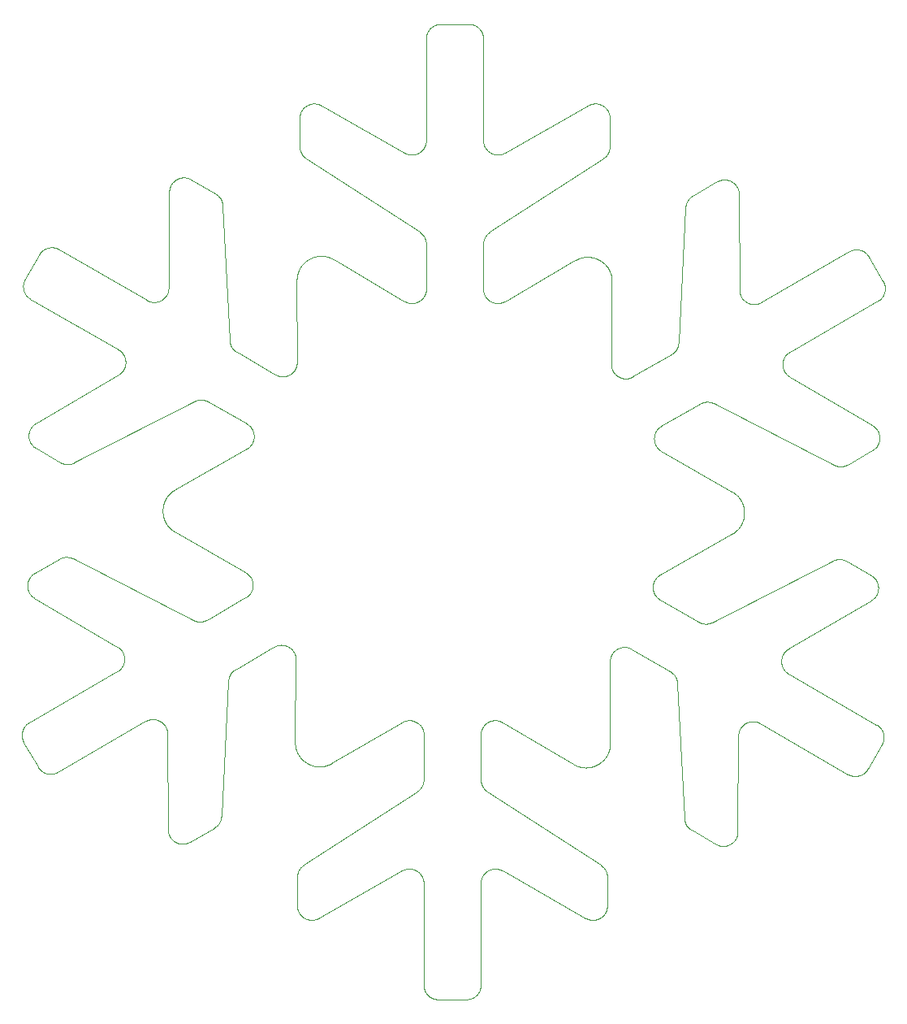
<source format=gm1>
G04 #@! TF.GenerationSoftware,KiCad,Pcbnew,(5.1.0)-1*
G04 #@! TF.CreationDate,2019-12-07T09:56:38-05:00*
G04 #@! TF.ProjectId,snowflake,736e6f77-666c-4616-9b65-2e6b69636164,rev?*
G04 #@! TF.SameCoordinates,Original*
G04 #@! TF.FileFunction,Profile,NP*
%FSLAX46Y46*%
G04 Gerber Fmt 4.6, Leading zero omitted, Abs format (unit mm)*
G04 Created by KiCad (PCBNEW (5.1.0)-1) date 2019-12-07 09:56:38*
%MOMM*%
%LPD*%
G04 APERTURE LIST*
%ADD10C,0.050000*%
G04 APERTURE END LIST*
D10*
X105034459Y-112900976D02*
X113652260Y-107842878D01*
X107598960Y-116977678D02*
X105043763Y-115502369D01*
X121576961Y-110617776D02*
X109035468Y-117014973D01*
X127024962Y-112954973D02*
X123009365Y-110652869D01*
X119555363Y-119811078D02*
X127019964Y-115569274D01*
X126908867Y-128451772D02*
X119545065Y-124221875D01*
X122879857Y-133371873D02*
X126907658Y-131062578D01*
X108905961Y-127009678D02*
X121447462Y-133406877D01*
X104914167Y-128522276D02*
X107469465Y-127046975D01*
X113522664Y-136181872D02*
X104904864Y-131123779D01*
X104340156Y-144080577D02*
X113513462Y-138783272D01*
X105250162Y-148666177D02*
X103802164Y-146158275D01*
X116492560Y-143943175D02*
X107318360Y-149239079D01*
X118821564Y-155228076D02*
X118749961Y-145235878D01*
X123634461Y-155045472D02*
X121079263Y-156520778D01*
X125115562Y-139760377D02*
X124384957Y-153820176D01*
X129875969Y-136203779D02*
X125862165Y-138537379D01*
X132066664Y-146108178D02*
X132137568Y-137508174D01*
X143226264Y-144059774D02*
X135881364Y-148322476D01*
X145472660Y-150009073D02*
X145486761Y-145366180D01*
X132975858Y-158929775D02*
X144786657Y-151267075D01*
X132289960Y-163142879D02*
X132289965Y-160192375D01*
X143227461Y-159517576D02*
X134538158Y-164451677D01*
X145476668Y-171419573D02*
X145475863Y-160826270D01*
X149902864Y-172924276D02*
X147006860Y-172924277D01*
X151433863Y-160826175D02*
X151433066Y-171419573D01*
X162371566Y-164451678D02*
X153682260Y-159517577D01*
X164619863Y-160192375D02*
X164619867Y-163142876D01*
X152123063Y-151267079D02*
X163933860Y-158929775D01*
X151423063Y-145366173D02*
X151437162Y-150009075D01*
X161096265Y-148421678D02*
X153683557Y-144059776D01*
X150983267Y-172492574D02*
X150956411Y-172518419D01*
X150956411Y-172518419D02*
X150930336Y-172542462D01*
X150930336Y-172542462D02*
X150902135Y-172567346D01*
X150902135Y-172567346D02*
X150874728Y-172590451D01*
X150874728Y-172590451D02*
X150846411Y-172613244D01*
X150846411Y-172613244D02*
X150815638Y-172636823D01*
X150815638Y-172636823D02*
X150782926Y-172660573D01*
X150782926Y-172660573D02*
X150752687Y-172681369D01*
X150752687Y-172681369D02*
X150721115Y-172701937D01*
X150721115Y-172701937D02*
X150690159Y-172721007D01*
X150690159Y-172721007D02*
X150657852Y-172739794D01*
X150657852Y-172739794D02*
X150625174Y-172757674D01*
X150625174Y-172757674D02*
X150591102Y-172775156D01*
X150591102Y-172775156D02*
X150556639Y-172791675D01*
X150556639Y-172791675D02*
X150520742Y-172807679D01*
X150520742Y-172807679D02*
X150484433Y-172822660D01*
X150484433Y-172822660D02*
X150447980Y-172836517D01*
X150447980Y-172836517D02*
X150410046Y-172849727D01*
X150410046Y-172849727D02*
X150371415Y-172861946D01*
X150371415Y-172861946D02*
X150331252Y-172873380D01*
X150331252Y-172873380D02*
X150291198Y-172883528D01*
X150291198Y-172883528D02*
X150248448Y-172893026D01*
X150248448Y-172893026D02*
X150205219Y-172901278D01*
X150205219Y-172901278D02*
X150162086Y-172908192D01*
X150162086Y-172908192D02*
X150116738Y-172914093D01*
X150116738Y-172914093D02*
X150070890Y-172918678D01*
X150070890Y-172918678D02*
X150022754Y-172922044D01*
X150022754Y-172922044D02*
X149974390Y-172923976D01*
X149974390Y-172923976D02*
X149923674Y-172924497D01*
X149923674Y-172924497D02*
X149902864Y-172924276D01*
X145926461Y-172492578D02*
X145952432Y-172517587D01*
X145952432Y-172517587D02*
X145978726Y-172541859D01*
X145978726Y-172541859D02*
X146005790Y-172565781D01*
X146005790Y-172565781D02*
X146033411Y-172589127D01*
X146033411Y-172589127D02*
X146061362Y-172611690D01*
X146061362Y-172611690D02*
X146090820Y-172634357D01*
X146090820Y-172634357D02*
X146119682Y-172655497D01*
X146119682Y-172655497D02*
X146149840Y-172676496D01*
X146149840Y-172676496D02*
X146182787Y-172698209D01*
X146182787Y-172698209D02*
X146213798Y-172717514D01*
X146213798Y-172717514D02*
X146245914Y-172736393D01*
X146245914Y-172736393D02*
X146278523Y-172754440D01*
X146278523Y-172754440D02*
X146315204Y-172773437D01*
X146315204Y-172773437D02*
X146349498Y-172789993D01*
X146349498Y-172789993D02*
X146384830Y-172805875D01*
X146384830Y-172805875D02*
X146420563Y-172820764D01*
X146420563Y-172820764D02*
X146456691Y-172834656D01*
X146456691Y-172834656D02*
X146494833Y-172848099D01*
X146494833Y-172848099D02*
X146533132Y-172860373D01*
X146533132Y-172860373D02*
X146572406Y-172871728D01*
X146572406Y-172871728D02*
X146612388Y-172882049D01*
X146612388Y-172882049D02*
X146654501Y-172891608D01*
X146654501Y-172891608D02*
X146699939Y-172900467D01*
X146699939Y-172900467D02*
X146743593Y-172907598D01*
X146743593Y-172907598D02*
X146787725Y-172913480D01*
X146787725Y-172913480D02*
X146834694Y-172918322D01*
X146834694Y-172918322D02*
X146881886Y-172921757D01*
X146881886Y-172921757D02*
X146930196Y-172923841D01*
X146930196Y-172923841D02*
X146981160Y-172924512D01*
X146981160Y-172924512D02*
X147006860Y-172924277D01*
X164901864Y-137732673D02*
X164921263Y-146225175D01*
X171177165Y-138761779D02*
X167163462Y-136428178D01*
X172654259Y-154044579D02*
X171923764Y-139984776D01*
X175960166Y-156745278D02*
X173404863Y-155269977D01*
X178289364Y-145460277D02*
X178217760Y-155452672D01*
X189721865Y-149463476D02*
X180546859Y-144167580D01*
X193237964Y-146382676D02*
X191790062Y-148890580D01*
X183525965Y-139007673D02*
X192699965Y-144305071D01*
X192699965Y-144305071D02*
X192732564Y-144324376D01*
X192732564Y-144324376D02*
X192763961Y-144343913D01*
X192763961Y-144343913D02*
X192794309Y-144363739D01*
X192794309Y-144363739D02*
X192824733Y-144384606D01*
X192824733Y-144384606D02*
X192854583Y-144406107D01*
X192854583Y-144406107D02*
X192884198Y-144428523D01*
X192884198Y-144428523D02*
X192913090Y-144451507D01*
X192913090Y-144451507D02*
X192940819Y-144474682D01*
X192940819Y-144474682D02*
X192967846Y-144498404D01*
X192967846Y-144498404D02*
X192994169Y-144522676D01*
X192994169Y-144522676D02*
X193020198Y-144547897D01*
X193020198Y-144547897D02*
X193047478Y-144575755D01*
X193047478Y-144575755D02*
X193072378Y-144602569D01*
X193072378Y-144602569D02*
X193096527Y-144629961D01*
X193096527Y-144629961D02*
X193119923Y-144657931D01*
X193119923Y-144657931D02*
X193142565Y-144686478D01*
X193142565Y-144686478D02*
X193164451Y-144715599D01*
X193164451Y-144715599D02*
X193185582Y-144745291D01*
X193185582Y-144745291D02*
X193206346Y-144776151D01*
X193206346Y-144776151D02*
X193225874Y-144806877D01*
X193225874Y-144806877D02*
X193244721Y-144838289D01*
X193244721Y-144838289D02*
X193262809Y-144870269D01*
X193262809Y-144870269D02*
X193280930Y-144904356D01*
X193280930Y-144904356D02*
X193298093Y-144938800D01*
X193298093Y-144938800D02*
X193314190Y-144973320D01*
X193314190Y-144973320D02*
X193329373Y-145008159D01*
X193329373Y-145008159D02*
X193344308Y-145044950D01*
X193344308Y-145044950D02*
X193358190Y-145081806D01*
X193358190Y-145081806D02*
X193371150Y-145118979D01*
X193371150Y-145118979D02*
X193383691Y-145158042D01*
X193383691Y-145158042D02*
X193395606Y-145198617D01*
X193395606Y-145198617D02*
X193404362Y-145231078D01*
X192134465Y-131348174D02*
X183516762Y-136406276D01*
X189569858Y-127271378D02*
X192125161Y-128746776D01*
X175591964Y-133631372D02*
X188133360Y-127234079D01*
X170131664Y-131287077D02*
X174159463Y-133596277D01*
X177614564Y-124438077D02*
X170130557Y-128676281D01*
X170260160Y-115797374D02*
X177624866Y-120027277D01*
X174289064Y-110877273D02*
X170261162Y-113186580D01*
X188262966Y-117239473D02*
X175721565Y-110842271D01*
X192254761Y-115726877D02*
X189699461Y-117202178D01*
X183646260Y-108067374D02*
X192264057Y-113125476D01*
X192829559Y-100168575D02*
X183655463Y-105465871D01*
X191919658Y-95582981D02*
X193367664Y-98090977D01*
X180676463Y-100306074D02*
X189851460Y-95010075D01*
X178347361Y-89021077D02*
X178418958Y-99013376D01*
X173534460Y-89203674D02*
X176089765Y-87728376D01*
X172053362Y-104488775D02*
X172783962Y-90428978D01*
X167293063Y-108045373D02*
X171306765Y-105711776D01*
X165103260Y-98140980D02*
X165031463Y-106740981D01*
X161288562Y-95926681D02*
X153942765Y-100189369D01*
X151696363Y-94240077D02*
X151682266Y-98882978D01*
X164193064Y-85319376D02*
X152382262Y-92982075D01*
X164879065Y-81106272D02*
X164879063Y-84056781D01*
X153941464Y-84731570D02*
X162630762Y-79797473D01*
X151692267Y-72829572D02*
X151693062Y-83422972D01*
X147266163Y-71324772D02*
X150162063Y-71324879D01*
X151242465Y-71756572D02*
X151216486Y-71731557D01*
X151216486Y-71731557D02*
X151189969Y-71707082D01*
X151189969Y-71707082D02*
X151162901Y-71683164D01*
X151162901Y-71683164D02*
X151135738Y-71660207D01*
X151135738Y-71660207D02*
X151108019Y-71637818D01*
X151108019Y-71637818D02*
X151079507Y-71615845D01*
X151079507Y-71615845D02*
X151049710Y-71593985D01*
X151049710Y-71593985D02*
X151019077Y-71572647D01*
X151019077Y-71572647D02*
X150987592Y-71551871D01*
X150987592Y-71551871D02*
X150956718Y-71532597D01*
X150956718Y-71532597D02*
X150922750Y-71512606D01*
X150922750Y-71512606D02*
X150889382Y-71494161D01*
X150889382Y-71494161D02*
X150856392Y-71477047D01*
X150856392Y-71477047D02*
X150822258Y-71460478D01*
X150822258Y-71460478D02*
X150786176Y-71444175D01*
X150786176Y-71444175D02*
X150750469Y-71429231D01*
X150750469Y-71429231D02*
X150710623Y-71413899D01*
X150710623Y-71413899D02*
X150673541Y-71400863D01*
X150673541Y-71400863D02*
X150634415Y-71388354D01*
X150634415Y-71388354D02*
X150594851Y-71376963D01*
X150594851Y-71376963D02*
X150554849Y-71366689D01*
X150554849Y-71366689D02*
X150512154Y-71357060D01*
X150512154Y-71357060D02*
X150468978Y-71348680D01*
X150468978Y-71348680D02*
X150425898Y-71341631D01*
X150425898Y-71341631D02*
X150381187Y-71335663D01*
X150381187Y-71335663D02*
X150333924Y-71330797D01*
X150333924Y-71330797D02*
X150286730Y-71327372D01*
X150286730Y-71327372D02*
X150238721Y-71325308D01*
X150238721Y-71325308D02*
X150187755Y-71324637D01*
X150187755Y-71324637D02*
X150162063Y-71324879D01*
X145734963Y-83422879D02*
X145735858Y-72829577D01*
X134797359Y-79797476D02*
X143486659Y-84731578D01*
X132549158Y-84056777D02*
X132549158Y-81106275D01*
X145045860Y-92982074D02*
X133235064Y-85319377D01*
X145745963Y-98882980D02*
X145731761Y-94240079D01*
X136073763Y-95827378D02*
X143485360Y-100189374D01*
X132267062Y-106516574D02*
X132248665Y-98023976D01*
X125991661Y-105487375D02*
X130005462Y-107820982D01*
X124514464Y-90204581D02*
X125245165Y-104264375D01*
X121208758Y-87503876D02*
X123763960Y-88979177D01*
X118879562Y-98788774D02*
X118951162Y-88796579D01*
X107447961Y-94785677D02*
X116622062Y-100081473D01*
X103931660Y-97866474D02*
X105379662Y-95358576D01*
X113643062Y-105241478D02*
X104469764Y-99944074D01*
X109035468Y-117014973D02*
X109001804Y-117031670D01*
X109001804Y-117031670D02*
X108967301Y-117047820D01*
X108967301Y-117047820D02*
X108931265Y-117063658D01*
X108931265Y-117063658D02*
X108895081Y-117078525D01*
X108895081Y-117078525D02*
X108858764Y-117092418D01*
X108858764Y-117092418D02*
X108820210Y-117106052D01*
X108820210Y-117106052D02*
X108781527Y-117118596D01*
X108781527Y-117118596D02*
X108739017Y-117131090D01*
X108739017Y-117131090D02*
X108698866Y-117141665D01*
X108698866Y-117141665D02*
X108657016Y-117151430D01*
X108657016Y-117151430D02*
X108614363Y-117160076D01*
X108614363Y-117160076D02*
X108571636Y-117167428D01*
X108571636Y-117167428D02*
X108524564Y-117174023D01*
X108524564Y-117174023D02*
X108478867Y-117178924D01*
X108478867Y-117178924D02*
X108431706Y-117182437D01*
X108431706Y-117182437D02*
X108382393Y-117184440D01*
X108382393Y-117184440D02*
X108323086Y-117184585D01*
X108323086Y-117184585D02*
X108271684Y-117182709D01*
X108271684Y-117182709D02*
X108224625Y-117179356D01*
X108224625Y-117179356D02*
X108177646Y-117174441D01*
X108177646Y-117174441D02*
X108130766Y-117167968D01*
X108130766Y-117167968D02*
X108084008Y-117159933D01*
X108084008Y-117159933D02*
X108041623Y-117151276D01*
X108041623Y-117151276D02*
X108000775Y-117141680D01*
X108000775Y-117141680D02*
X107960070Y-117130884D01*
X107960070Y-117130884D02*
X107920910Y-117119316D01*
X107920910Y-117119316D02*
X107879127Y-117105678D01*
X107879127Y-117105678D02*
X107841689Y-117092303D01*
X107841689Y-117092303D02*
X107803730Y-117077609D01*
X107803730Y-117077609D02*
X107767328Y-117062428D01*
X107767328Y-117062428D02*
X107731792Y-117046556D01*
X107731792Y-117046556D02*
X107697801Y-117030385D01*
X107697801Y-117030385D02*
X107662643Y-117012622D01*
X107662643Y-117012622D02*
X107629705Y-116994999D01*
X107629705Y-116994999D02*
X107598960Y-116977678D01*
X127781463Y-114263577D02*
X127780813Y-114214174D01*
X127780813Y-114214174D02*
X127778659Y-114164410D01*
X127778659Y-114164410D02*
X127775149Y-114116697D01*
X127775149Y-114116697D02*
X127770244Y-114069444D01*
X127770244Y-114069444D02*
X127763724Y-114021116D01*
X127763724Y-114021116D02*
X127756575Y-113977921D01*
X127756575Y-113977921D02*
X127747923Y-113933655D01*
X127747923Y-113933655D02*
X127738370Y-113891385D01*
X127738370Y-113891385D02*
X127728054Y-113851078D01*
X127728054Y-113851078D02*
X127715771Y-113808294D01*
X127715771Y-113808294D02*
X127702741Y-113767504D01*
X127702741Y-113767504D02*
X127689619Y-113730095D01*
X127689619Y-113730095D02*
X127675518Y-113693149D01*
X127675518Y-113693149D02*
X127658043Y-113651110D01*
X127658043Y-113651110D02*
X127641860Y-113615204D01*
X127641860Y-113615204D02*
X127625401Y-113581151D01*
X127625401Y-113581151D02*
X127608065Y-113547574D01*
X127608065Y-113547574D02*
X127589855Y-113514479D01*
X127589855Y-113514479D02*
X127570781Y-113481879D01*
X127570781Y-113481879D02*
X127550846Y-113449786D01*
X127550846Y-113449786D02*
X127530908Y-113419465D01*
X127530908Y-113419465D02*
X127510190Y-113389628D01*
X127510190Y-113389628D02*
X127487785Y-113359076D01*
X127487785Y-113359076D02*
X127465843Y-113330707D01*
X127465843Y-113330707D02*
X127443410Y-113303132D01*
X127443410Y-113303132D02*
X127419624Y-113275334D01*
X127419624Y-113275334D02*
X127395735Y-113248772D01*
X127395735Y-113248772D02*
X127370068Y-113221627D01*
X127370068Y-113221627D02*
X127343775Y-113195185D01*
X127343775Y-113195185D02*
X127313896Y-113166681D01*
X127313896Y-113166681D02*
X127287192Y-113142485D01*
X127287192Y-113142485D02*
X127257719Y-113117077D01*
X127257719Y-113117077D02*
X127226238Y-113091337D01*
X127226238Y-113091337D02*
X127198006Y-113069391D01*
X127198006Y-113069391D02*
X127168493Y-113047530D01*
X127168493Y-113047530D02*
X127138650Y-113026477D01*
X127138650Y-113026477D02*
X127108167Y-113006003D01*
X127108167Y-113006003D02*
X127074653Y-112984627D01*
X127074653Y-112984627D02*
X127041110Y-112964352D01*
X127041110Y-112964352D02*
X127024962Y-112954973D01*
X161288562Y-95926681D02*
X161321260Y-95907995D01*
X161321260Y-95907995D02*
X161354087Y-95889821D01*
X161354087Y-95889821D02*
X161387638Y-95871837D01*
X161387638Y-95871837D02*
X161423720Y-95853156D01*
X161423720Y-95853156D02*
X161459334Y-95835374D01*
X161459334Y-95835374D02*
X161493863Y-95818753D01*
X161493863Y-95818753D02*
X161529725Y-95802124D01*
X161529725Y-95802124D02*
X161564484Y-95786613D01*
X161564484Y-95786613D02*
X161603642Y-95769850D01*
X161603642Y-95769850D02*
X161642929Y-95753774D01*
X161642929Y-95753774D02*
X161679874Y-95739330D01*
X161679874Y-95739330D02*
X161716924Y-95725489D01*
X161716924Y-95725489D02*
X161754076Y-95712256D01*
X161754076Y-95712256D02*
X161793809Y-95698806D01*
X161793809Y-95698806D02*
X161832710Y-95686337D01*
X161832710Y-95686337D02*
X161871084Y-95674707D01*
X161871084Y-95674707D02*
X161911109Y-95663282D01*
X161911109Y-95663282D02*
X161950592Y-95652706D01*
X161950592Y-95652706D02*
X161991412Y-95642495D01*
X161991412Y-95642495D02*
X162034203Y-95632572D01*
X162034203Y-95632572D02*
X162077074Y-95623428D01*
X162077074Y-95623428D02*
X162120017Y-95615059D01*
X162120017Y-95615059D02*
X162163030Y-95607469D01*
X162163030Y-95607469D02*
X162208637Y-95600280D01*
X162208637Y-95600280D02*
X162257160Y-95593597D01*
X162257160Y-95593597D02*
X162302567Y-95588239D01*
X162302567Y-95588239D02*
X162348335Y-95583714D01*
X162348335Y-95583714D02*
X162396049Y-95579928D01*
X162396049Y-95579928D02*
X162445065Y-95577024D01*
X162445065Y-95577024D02*
X162495379Y-95575081D01*
X162495379Y-95575081D02*
X162546984Y-95574179D01*
X162546984Y-95574179D02*
X162597951Y-95574369D01*
X162597951Y-95574369D02*
X162648912Y-95575638D01*
X162648912Y-95575638D02*
X162697625Y-95577854D01*
X162697625Y-95577854D02*
X162745678Y-95581010D01*
X162745678Y-95581010D02*
X162793061Y-95585062D01*
X162793061Y-95585062D02*
X162839768Y-95589976D01*
X162839768Y-95589976D02*
X162885475Y-95595669D01*
X162885475Y-95595669D02*
X162931124Y-95602234D01*
X162931124Y-95602234D02*
X162974182Y-95609234D01*
X162974182Y-95609234D02*
X163017176Y-95617012D01*
X163017176Y-95617012D02*
X163060103Y-95625570D01*
X163060103Y-95625570D02*
X163102953Y-95634902D01*
X163102953Y-95634902D02*
X163143835Y-95644550D01*
X163143835Y-95644550D02*
X163185894Y-95655240D01*
X163185894Y-95655240D02*
X163228484Y-95666861D01*
X163228484Y-95666861D02*
X163268476Y-95678507D01*
X163268476Y-95678507D02*
X163308372Y-95690844D01*
X163308372Y-95690844D02*
X163346306Y-95703243D01*
X163346306Y-95703243D02*
X163383524Y-95716049D01*
X163383524Y-95716049D02*
X163424968Y-95731065D01*
X163424968Y-95731065D02*
X163461975Y-95745154D01*
X163461975Y-95745154D02*
X163498873Y-95759848D01*
X163498873Y-95759848D02*
X163535661Y-95775147D01*
X163535661Y-95775147D02*
X163572331Y-95791052D01*
X163572331Y-95791052D02*
X163608882Y-95807563D01*
X163608882Y-95807563D02*
X163644700Y-95824387D01*
X163644700Y-95824387D02*
X163678884Y-95841049D01*
X163678884Y-95841049D02*
X163712949Y-95858247D01*
X163712949Y-95858247D02*
X163746592Y-95875822D01*
X163746592Y-95875822D02*
X163780111Y-95893926D01*
X163780111Y-95893926D02*
X163813503Y-95912556D01*
X163813503Y-95912556D02*
X163838464Y-95926878D01*
X163838464Y-95926878D02*
X163870318Y-95945647D01*
X163870318Y-95945647D02*
X163905287Y-95966913D01*
X163905287Y-95966913D02*
X163937515Y-95987145D01*
X163937515Y-95987145D02*
X163969628Y-96007931D01*
X163969628Y-96007931D02*
X164002452Y-96029847D01*
X164002452Y-96029847D02*
X164034012Y-96051579D01*
X164034012Y-96051579D02*
X164064613Y-96073291D01*
X164064613Y-96073291D02*
X164094810Y-96095360D01*
X164094810Y-96095360D02*
X164124602Y-96117782D01*
X164124602Y-96117782D02*
X164153982Y-96140549D01*
X164153982Y-96140549D02*
X164182441Y-96163248D01*
X164182441Y-96163248D02*
X164211009Y-96186700D01*
X164211009Y-96186700D02*
X164239665Y-96210920D01*
X164239665Y-96210920D02*
X164267398Y-96235054D01*
X164267398Y-96235054D02*
X164294229Y-96259080D01*
X164294229Y-96259080D02*
X164321134Y-96283872D01*
X164321134Y-96283872D02*
X164347618Y-96308990D01*
X164347618Y-96308990D02*
X164374141Y-96334889D01*
X164374141Y-96334889D02*
X164401583Y-96362508D01*
X164401583Y-96362508D02*
X164426755Y-96388615D01*
X164426755Y-96388615D02*
X164451061Y-96414560D01*
X164451061Y-96414560D02*
X164475814Y-96441765D01*
X164475814Y-96441765D02*
X164501386Y-96470747D01*
X164501386Y-96470747D02*
X164525219Y-96498602D01*
X164525219Y-96498602D02*
X164549411Y-96527765D01*
X164549411Y-96527765D02*
X164572324Y-96556251D01*
X164572324Y-96556251D02*
X164596731Y-96587583D01*
X164596731Y-96587583D02*
X164620214Y-96618755D01*
X164620214Y-96618755D02*
X164641308Y-96647673D01*
X164641308Y-96647673D02*
X164663417Y-96678972D01*
X164663417Y-96678972D02*
X164683945Y-96709006D01*
X164683945Y-96709006D02*
X164704705Y-96740395D01*
X164704705Y-96740395D02*
X164726655Y-96774788D01*
X164726655Y-96774788D02*
X164746370Y-96806806D01*
X164746370Y-96806806D02*
X164765255Y-96838571D01*
X164765255Y-96838571D02*
X164783965Y-96871175D01*
X164783965Y-96871175D02*
X164802470Y-96904625D01*
X164802470Y-96904625D02*
X164821330Y-96940067D01*
X164821330Y-96940067D02*
X164838749Y-96974119D01*
X164838749Y-96974119D02*
X164856048Y-97009320D01*
X164856048Y-97009320D02*
X164872518Y-97044239D01*
X164872518Y-97044239D02*
X164888184Y-97078858D01*
X164888184Y-97078858D02*
X164903319Y-97113748D01*
X164903319Y-97113748D02*
X164918762Y-97150980D01*
X164918762Y-97150980D02*
X164933142Y-97187309D01*
X164933142Y-97187309D02*
X164948507Y-97228131D01*
X164948507Y-97228131D02*
X164962323Y-97266853D01*
X164962323Y-97266853D02*
X164975511Y-97305866D01*
X164975511Y-97305866D02*
X164988068Y-97345161D01*
X164988068Y-97345161D02*
X164999994Y-97384739D01*
X164999994Y-97384739D02*
X165011281Y-97424590D01*
X165011281Y-97424590D02*
X165021934Y-97464715D01*
X165021934Y-97464715D02*
X165032016Y-97505418D01*
X165032016Y-97505418D02*
X165041869Y-97548301D01*
X165041869Y-97548301D02*
X165050871Y-97590825D01*
X165050871Y-97590825D02*
X165059174Y-97633623D01*
X165059174Y-97633623D02*
X165066825Y-97677010D01*
X165066825Y-97677010D02*
X165073757Y-97720662D01*
X165073757Y-97720662D02*
X165080058Y-97765230D01*
X165080058Y-97765230D02*
X165085990Y-97813366D01*
X165085990Y-97813366D02*
X165090993Y-97861130D01*
X165090993Y-97861130D02*
X165095151Y-97909172D01*
X165095151Y-97909172D02*
X165098463Y-97957487D01*
X165098463Y-97957487D02*
X165100921Y-98006068D01*
X165100921Y-98006068D02*
X165102540Y-98055587D01*
X165102540Y-98055587D02*
X165103306Y-98112205D01*
X165103306Y-98112205D02*
X165103260Y-98140980D01*
X176089765Y-87728376D02*
X176122709Y-87709845D01*
X176122709Y-87709845D02*
X176156570Y-87691820D01*
X176156570Y-87691820D02*
X176192058Y-87674003D01*
X176192058Y-87674003D02*
X176229189Y-87656515D01*
X176229189Y-87656515D02*
X176267978Y-87639481D01*
X176267978Y-87639481D02*
X176303723Y-87624868D01*
X176303723Y-87624868D02*
X176340366Y-87610955D01*
X176340366Y-87610955D02*
X176378269Y-87597673D01*
X176378269Y-87597673D02*
X176416335Y-87585454D01*
X176416335Y-87585454D02*
X176457495Y-87573482D01*
X176457495Y-87573482D02*
X176497511Y-87563055D01*
X176497511Y-87563055D02*
X176538774Y-87553548D01*
X176538774Y-87553548D02*
X176587779Y-87543868D01*
X176587779Y-87543868D02*
X176630962Y-87536774D01*
X176630962Y-87536774D02*
X176675729Y-87530826D01*
X176675729Y-87530826D02*
X176725062Y-87525913D01*
X176725062Y-87525913D02*
X176772964Y-87522787D01*
X176772964Y-87522787D02*
X176822403Y-87521246D01*
X176822403Y-87521246D02*
X176873350Y-87521447D01*
X176873350Y-87521447D02*
X176922785Y-87523380D01*
X176922785Y-87523380D02*
X176970683Y-87526887D01*
X176970683Y-87526887D02*
X177028966Y-87533338D01*
X177028966Y-87533338D02*
X177073703Y-87539925D01*
X177073703Y-87539925D02*
X177116481Y-87547566D01*
X177116481Y-87547566D02*
X177159887Y-87556671D01*
X177159887Y-87556671D02*
X177208691Y-87568561D01*
X177208691Y-87568561D02*
X177248471Y-87579559D01*
X177248471Y-87579559D02*
X177287735Y-87591585D01*
X177287735Y-87591585D02*
X177327569Y-87604993D01*
X177327569Y-87604993D02*
X177365404Y-87618875D01*
X177365404Y-87618875D02*
X177401615Y-87633225D01*
X177401615Y-87633225D02*
X177437646Y-87648554D01*
X177437646Y-87648554D02*
X177472057Y-87664197D01*
X177472057Y-87664197D02*
X177506106Y-87680656D01*
X177506106Y-87680656D02*
X177540313Y-87698198D01*
X177540313Y-87698198D02*
X177575540Y-87717342D01*
X177575540Y-87717342D02*
X177590268Y-87725677D01*
X151696363Y-94240077D02*
X151697295Y-94188927D01*
X151697295Y-94188927D02*
X151699932Y-94136017D01*
X151699932Y-94136017D02*
X151703674Y-94089625D01*
X151703674Y-94089625D02*
X151708729Y-94043690D01*
X151708729Y-94043690D02*
X151714861Y-93999684D01*
X151714861Y-93999684D02*
X151722340Y-93955412D01*
X151722340Y-93955412D02*
X151730912Y-93912337D01*
X151730912Y-93912337D02*
X151740510Y-93870450D01*
X151740510Y-93870450D02*
X151751455Y-93828347D01*
X151751455Y-93828347D02*
X151763158Y-93788128D01*
X151763158Y-93788128D02*
X151775962Y-93748400D01*
X151775962Y-93748400D02*
X151789362Y-93710516D01*
X151789362Y-93710516D02*
X151804309Y-93671783D01*
X151804309Y-93671783D02*
X151819122Y-93636355D01*
X151819122Y-93636355D02*
X151836829Y-93597194D01*
X151836829Y-93597194D02*
X151853354Y-93563234D01*
X151853354Y-93563234D02*
X151870597Y-93530052D01*
X151870597Y-93530052D02*
X151890118Y-93494867D01*
X151890118Y-93494867D02*
X151908777Y-93463279D01*
X151908777Y-93463279D02*
X151928452Y-93431859D01*
X151928452Y-93431859D02*
X151948760Y-93401220D01*
X151948760Y-93401220D02*
X151969775Y-93371211D01*
X151969775Y-93371211D02*
X151991806Y-93341406D01*
X151991806Y-93341406D02*
X152013865Y-93313095D01*
X152013865Y-93313095D02*
X152037369Y-93284435D01*
X152037369Y-93284435D02*
X152061190Y-93256835D01*
X152061190Y-93256835D02*
X152085522Y-93230012D01*
X152085522Y-93230012D02*
X152111355Y-93202910D01*
X152111355Y-93202910D02*
X152136398Y-93177887D01*
X152136398Y-93177887D02*
X152164012Y-93151603D01*
X152164012Y-93151603D02*
X152191030Y-93127116D01*
X152191030Y-93127116D02*
X152217903Y-93103875D01*
X152217903Y-93103875D02*
X152245440Y-93081133D01*
X152245440Y-93081133D02*
X152273932Y-93058674D01*
X152273932Y-93058674D02*
X152302787Y-93036967D01*
X152302787Y-93036967D02*
X152333534Y-93014910D01*
X152333534Y-93014910D02*
X152363713Y-92994278D01*
X152363713Y-92994278D02*
X152382262Y-92982075D01*
X164879063Y-84056781D02*
X164878322Y-84106569D01*
X164878322Y-84106569D02*
X164876153Y-84155140D01*
X164876153Y-84155140D02*
X164872700Y-84201749D01*
X164872700Y-84201749D02*
X164867924Y-84247905D01*
X164867924Y-84247905D02*
X164861993Y-84292491D01*
X164861993Y-84292491D02*
X164854951Y-84335894D01*
X164854951Y-84335894D02*
X164846636Y-84379197D01*
X164846636Y-84379197D02*
X164837532Y-84420244D01*
X164837532Y-84420244D02*
X164827232Y-84461190D01*
X164827232Y-84461190D02*
X164814885Y-84504781D01*
X164814885Y-84504781D02*
X164802726Y-84543359D01*
X164802726Y-84543359D02*
X164789051Y-84582826D01*
X164789051Y-84582826D02*
X164775334Y-84619111D01*
X164775334Y-84619111D02*
X164760674Y-84654941D01*
X164760674Y-84654941D02*
X164743881Y-84692910D01*
X164743881Y-84692910D02*
X164726646Y-84729048D01*
X164726646Y-84729048D02*
X164709083Y-84763404D01*
X164709083Y-84763404D02*
X164691301Y-84796017D01*
X164691301Y-84796017D02*
X164672666Y-84828163D01*
X164672666Y-84828163D02*
X164653093Y-84859983D01*
X164653093Y-84859983D02*
X164632073Y-84892204D01*
X164632073Y-84892204D02*
X164611096Y-84922578D01*
X164611096Y-84922578D02*
X164589737Y-84951884D01*
X164589737Y-84951884D02*
X164567818Y-84980422D01*
X164567818Y-84980422D02*
X164545029Y-85008615D01*
X164545029Y-85008615D02*
X164521717Y-85036041D01*
X164521717Y-85036041D02*
X164497541Y-85063106D01*
X164497541Y-85063106D02*
X164471605Y-85090719D01*
X164471605Y-85090719D02*
X164446691Y-85115969D01*
X164446691Y-85115969D02*
X164420954Y-85140854D01*
X164420954Y-85140854D02*
X164394519Y-85165234D01*
X164394519Y-85165234D02*
X164367814Y-85188741D01*
X164367814Y-85188741D02*
X164340153Y-85211980D01*
X164340153Y-85211980D02*
X164312111Y-85234465D01*
X164312111Y-85234465D02*
X164283710Y-85256208D01*
X164283710Y-85256208D02*
X164254360Y-85277656D01*
X164254360Y-85277656D02*
X164221827Y-85300294D01*
X164221827Y-85300294D02*
X164193064Y-85319376D01*
X152434161Y-100190677D02*
X152401464Y-100171275D01*
X152401464Y-100171275D02*
X152370101Y-100151689D01*
X152370101Y-100151689D02*
X152339368Y-100131515D01*
X152339368Y-100131515D02*
X152309273Y-100110762D01*
X152309273Y-100110762D02*
X152279820Y-100089442D01*
X152279820Y-100089442D02*
X152251011Y-100067559D01*
X152251011Y-100067559D02*
X152222855Y-100045121D01*
X152222855Y-100045121D02*
X152195356Y-100022140D01*
X152195356Y-100022140D02*
X152167364Y-99997587D01*
X152167364Y-99997587D02*
X152141217Y-99973516D01*
X152141217Y-99973516D02*
X152114652Y-99947848D01*
X152114652Y-99947848D02*
X152088684Y-99921480D01*
X152088684Y-99921480D02*
X152062955Y-99893999D01*
X152062955Y-99893999D02*
X152037385Y-99865231D01*
X152037385Y-99865231D02*
X152013855Y-99837346D01*
X152013855Y-99837346D02*
X151988289Y-99805357D01*
X151988289Y-99805357D02*
X151966598Y-99776685D01*
X151966598Y-99776685D02*
X151945226Y-99746908D01*
X151945226Y-99746908D02*
X151924022Y-99715688D01*
X151924022Y-99715688D02*
X151903863Y-99684269D01*
X151903863Y-99684269D02*
X151881877Y-99647796D01*
X151881877Y-99647796D02*
X151863334Y-99614987D01*
X151863334Y-99614987D02*
X151845656Y-99581693D01*
X151845656Y-99581693D02*
X151827544Y-99545201D01*
X151827544Y-99545201D02*
X151811687Y-99510929D01*
X151811687Y-99510929D02*
X151796277Y-99475155D01*
X151796277Y-99475155D02*
X151779919Y-99433948D01*
X151779919Y-99433948D02*
X151766409Y-99396824D01*
X151766409Y-99396824D02*
X151753417Y-99357793D01*
X151753417Y-99357793D02*
X151741486Y-99318286D01*
X151741486Y-99318286D02*
X151730722Y-99278689D01*
X151730722Y-99278689D02*
X151720842Y-99237897D01*
X151720842Y-99237897D02*
X151711544Y-99194000D01*
X151711544Y-99194000D02*
X151703761Y-99151154D01*
X151703761Y-99151154D02*
X151697005Y-99106706D01*
X151697005Y-99106706D02*
X151691466Y-99061421D01*
X151691466Y-99061421D02*
X151686700Y-99008961D01*
X151686700Y-99008961D02*
X151683869Y-98961157D01*
X151683869Y-98961157D02*
X151682422Y-98911713D01*
X151682422Y-98911713D02*
X151682266Y-98882978D01*
X153942765Y-100189369D02*
X153910189Y-100207775D01*
X153910189Y-100207775D02*
X153875634Y-100226261D01*
X153875634Y-100226261D02*
X153841398Y-100243542D01*
X153841398Y-100243542D02*
X153806960Y-100259906D01*
X153806960Y-100259906D02*
X153772334Y-100275357D01*
X153772334Y-100275357D02*
X153736074Y-100290478D01*
X153736074Y-100290478D02*
X153692324Y-100307312D01*
X153692324Y-100307312D02*
X153649804Y-100322229D01*
X153649804Y-100322229D02*
X153610032Y-100334913D01*
X153610032Y-100334913D02*
X153568618Y-100346849D01*
X153568618Y-100346849D02*
X153524441Y-100358165D01*
X153524441Y-100358165D02*
X153482345Y-100367607D01*
X153482345Y-100367607D02*
X153439005Y-100375982D01*
X153439005Y-100375982D02*
X153395554Y-100383024D01*
X153395554Y-100383024D02*
X153347501Y-100389242D01*
X153347501Y-100389242D02*
X153299361Y-100393832D01*
X153299361Y-100393832D02*
X153251163Y-100396798D01*
X153251163Y-100396798D02*
X153201424Y-100398154D01*
X153201424Y-100398154D02*
X153148658Y-100397699D01*
X153148658Y-100397699D02*
X153100437Y-100395579D01*
X153100437Y-100395579D02*
X153052260Y-100391835D01*
X153052260Y-100391835D02*
X153007160Y-100386849D01*
X153007160Y-100386849D02*
X152963269Y-100380608D01*
X152963269Y-100380608D02*
X152920225Y-100373152D01*
X152920225Y-100373152D02*
X152875433Y-100363970D01*
X152875433Y-100363970D02*
X152833758Y-100354110D01*
X152833758Y-100354110D02*
X152793710Y-100343425D01*
X152793710Y-100343425D02*
X152753810Y-100331577D01*
X152753810Y-100331577D02*
X152715546Y-100319077D01*
X152715546Y-100319077D02*
X152677448Y-100305500D01*
X152677448Y-100305500D02*
X152641351Y-100291579D01*
X152641351Y-100291579D02*
X152602356Y-100275361D01*
X152602356Y-100275361D02*
X152567181Y-100259661D01*
X152567181Y-100259661D02*
X152528802Y-100241342D01*
X152528802Y-100241342D02*
X152492805Y-100223008D01*
X152492805Y-100223008D02*
X152460221Y-100205426D01*
X152460221Y-100205426D02*
X152434161Y-100190677D01*
X179176067Y-100308576D02*
X179143482Y-100289427D01*
X179143482Y-100289427D02*
X179110875Y-100269238D01*
X179110875Y-100269238D02*
X179080259Y-100249296D01*
X179080259Y-100249296D02*
X179048984Y-100227877D01*
X179048984Y-100227877D02*
X179019343Y-100206541D01*
X179019343Y-100206541D02*
X178990660Y-100184875D01*
X178990660Y-100184875D02*
X178962018Y-100162173D01*
X178962018Y-100162173D02*
X178934198Y-100139030D01*
X178934198Y-100139030D02*
X178906477Y-100114827D01*
X178906477Y-100114827D02*
X178880160Y-100090713D01*
X178880160Y-100090713D02*
X178854248Y-100065808D01*
X178854248Y-100065808D02*
X178828237Y-100039549D01*
X178828237Y-100039549D02*
X178803613Y-100013434D01*
X178803613Y-100013434D02*
X178779952Y-99987086D01*
X178779952Y-99987086D02*
X178756390Y-99959516D01*
X178756390Y-99959516D02*
X178733455Y-99931280D01*
X178733455Y-99931280D02*
X178711281Y-99902532D01*
X178711281Y-99902532D02*
X178689980Y-99873432D01*
X178689980Y-99873432D02*
X178668813Y-99842913D01*
X178668813Y-99842913D02*
X178647454Y-99810302D01*
X178647454Y-99810302D02*
X178628351Y-99779387D01*
X178628351Y-99779387D02*
X178609675Y-99747351D01*
X178609675Y-99747351D02*
X178591829Y-99714832D01*
X178591829Y-99714832D02*
X178574494Y-99681177D01*
X178574494Y-99681177D02*
X178557558Y-99646018D01*
X178557558Y-99646018D02*
X178542012Y-99611398D01*
X178542012Y-99611398D02*
X178527221Y-99575973D01*
X178527221Y-99575973D02*
X178512949Y-99539029D01*
X178512949Y-99539029D02*
X178499782Y-99501974D01*
X178499782Y-99501974D02*
X178487070Y-99462833D01*
X178487070Y-99462833D02*
X178475525Y-99423585D01*
X178475525Y-99423585D02*
X178464980Y-99383693D01*
X178464980Y-99383693D02*
X178455168Y-99341852D01*
X178455168Y-99341852D02*
X178445937Y-99296506D01*
X178445937Y-99296506D02*
X178438528Y-99253716D01*
X178438528Y-99253716D02*
X178431495Y-99204279D01*
X178431495Y-99204279D02*
X178426451Y-99159001D01*
X178426451Y-99159001D02*
X178422606Y-99112103D01*
X178422606Y-99112103D02*
X178420099Y-99064364D01*
X178420099Y-99064364D02*
X178418972Y-99015390D01*
X178418972Y-99015390D02*
X178418958Y-99013376D01*
X193533964Y-99242473D02*
X193544163Y-99200956D01*
X193544163Y-99200956D02*
X193553481Y-99158395D01*
X193553481Y-99158395D02*
X193561605Y-99115978D01*
X193561605Y-99115978D02*
X193568890Y-99071362D01*
X193568890Y-99071362D02*
X193574845Y-99026912D01*
X193574845Y-99026912D02*
X193579680Y-98980303D01*
X193579680Y-98980303D02*
X193583174Y-98931567D01*
X193583174Y-98931567D02*
X193585059Y-98882465D01*
X193585059Y-98882465D02*
X193585266Y-98831865D01*
X193585266Y-98831865D02*
X193583749Y-98782644D01*
X193583749Y-98782644D02*
X193580584Y-98734229D01*
X193580584Y-98734229D02*
X193575796Y-98686329D01*
X193575796Y-98686329D02*
X193569798Y-98641478D01*
X193569798Y-98641478D02*
X193562449Y-98597393D01*
X193562449Y-98597393D02*
X193553934Y-98554632D01*
X193553934Y-98554632D02*
X193544009Y-98511796D01*
X193544009Y-98511796D02*
X193533499Y-98471925D01*
X193533499Y-98471925D02*
X193521718Y-98431959D01*
X193521718Y-98431959D02*
X193508361Y-98391090D01*
X193508361Y-98391090D02*
X193495059Y-98353958D01*
X193495059Y-98353958D02*
X193480483Y-98316455D01*
X193480483Y-98316455D02*
X193465285Y-98280205D01*
X193465285Y-98280205D02*
X193448815Y-98243586D01*
X193448815Y-98243586D02*
X193431022Y-98206606D01*
X193431022Y-98206606D02*
X193412280Y-98170073D01*
X193412280Y-98170073D02*
X193393952Y-98136370D01*
X193393952Y-98136370D02*
X193373304Y-98100452D01*
X193373304Y-98100452D02*
X193367664Y-98090977D01*
X180676463Y-100306074D02*
X180642458Y-100325168D01*
X180642458Y-100325168D02*
X180609651Y-100342610D01*
X180609651Y-100342610D02*
X180574161Y-100360419D01*
X180574161Y-100360419D02*
X180538460Y-100377246D01*
X180538460Y-100377246D02*
X180502561Y-100393092D01*
X180502561Y-100393092D02*
X180463581Y-100409101D01*
X180463581Y-100409101D02*
X180427306Y-100422905D01*
X180427306Y-100422905D02*
X180389776Y-100436098D01*
X180389776Y-100436098D02*
X180348418Y-100449373D01*
X180348418Y-100449373D02*
X180308729Y-100460893D01*
X180308729Y-100460893D02*
X180265936Y-100471985D01*
X180265936Y-100471985D02*
X180221515Y-100482072D01*
X180221515Y-100482072D02*
X180178442Y-100490479D01*
X180178442Y-100490479D02*
X180135260Y-100497565D01*
X180135260Y-100497565D02*
X180086013Y-100504023D01*
X180086013Y-100504023D02*
X180038170Y-100508650D01*
X180038170Y-100508650D02*
X179990266Y-100511671D01*
X179990266Y-100511671D02*
X179939331Y-100513120D01*
X179939331Y-100513120D02*
X179888384Y-100512750D01*
X179888384Y-100512750D02*
X179829785Y-100510077D01*
X179829785Y-100510077D02*
X179780600Y-100505974D01*
X179780600Y-100505974D02*
X179735783Y-100500749D01*
X179735783Y-100500749D02*
X179691050Y-100494105D01*
X179691050Y-100494105D02*
X179647907Y-100486343D01*
X179647907Y-100486343D02*
X179606366Y-100477594D01*
X179606366Y-100477594D02*
X179565503Y-100467757D01*
X179565503Y-100467757D02*
X179523676Y-100456403D01*
X179523676Y-100456403D02*
X179484027Y-100444422D01*
X179484027Y-100444422D02*
X179446000Y-100431808D01*
X179446000Y-100431808D02*
X179406686Y-100417581D01*
X179406686Y-100417581D02*
X179370273Y-100403314D01*
X179370273Y-100403314D02*
X179334401Y-100388213D01*
X179334401Y-100388213D02*
X179297103Y-100371387D01*
X179297103Y-100371387D02*
X179262871Y-100354916D01*
X179262871Y-100354916D02*
X179223178Y-100334553D01*
X179223178Y-100334553D02*
X179190787Y-100316906D01*
X179190787Y-100316906D02*
X179176067Y-100308576D01*
X167293063Y-108045373D02*
X167259972Y-108064107D01*
X167259972Y-108064107D02*
X167227380Y-108081593D01*
X167227380Y-108081593D02*
X167193165Y-108098947D01*
X167193165Y-108098947D02*
X167158751Y-108115384D01*
X167158751Y-108115384D02*
X167124145Y-108130908D01*
X167124145Y-108130908D02*
X167087909Y-108146106D01*
X167087909Y-108146106D02*
X167051488Y-108160310D01*
X167051488Y-108160310D02*
X167011965Y-108174536D01*
X167011965Y-108174536D02*
X166972259Y-108187606D01*
X166972259Y-108187606D02*
X166931274Y-108199830D01*
X166931274Y-108199830D02*
X166890874Y-108210644D01*
X166890874Y-108210644D02*
X166847725Y-108220856D01*
X166847725Y-108220856D02*
X166802945Y-108230017D01*
X166802945Y-108230017D02*
X166759538Y-108237513D01*
X166759538Y-108237513D02*
X166712090Y-108244164D01*
X166712090Y-108244164D02*
X166663421Y-108249328D01*
X166663421Y-108249328D02*
X166610728Y-108253038D01*
X166610728Y-108253038D02*
X166561002Y-108254752D01*
X166561002Y-108254752D02*
X166508244Y-108254679D01*
X166508244Y-108254679D02*
X166458516Y-108252830D01*
X166458516Y-108252830D02*
X166410333Y-108249382D01*
X166410333Y-108249382D02*
X166357713Y-108243751D01*
X166357713Y-108243751D02*
X166309700Y-108236896D01*
X166309700Y-108236896D02*
X166264796Y-108228994D01*
X166264796Y-108228994D02*
X166223000Y-108220328D01*
X166223000Y-108220328D02*
X166181331Y-108210417D01*
X166181331Y-108210417D02*
X166141101Y-108199625D01*
X166141101Y-108199625D02*
X166101392Y-108187782D01*
X166101392Y-108187782D02*
X166062946Y-108175168D01*
X166062946Y-108175168D02*
X166025035Y-108161606D01*
X166025035Y-108161606D02*
X165987123Y-108146907D01*
X165987123Y-108146907D02*
X165950852Y-108131761D01*
X165950852Y-108131761D02*
X165913693Y-108115118D01*
X165913693Y-108115118D02*
X165877468Y-108097779D01*
X165877468Y-108097779D02*
X165843242Y-108080358D01*
X165843242Y-108080358D02*
X165810638Y-108062804D01*
X165810638Y-108062804D02*
X165784563Y-108048077D01*
X191919658Y-95582981D02*
X191900907Y-95550061D01*
X191900907Y-95550061D02*
X191881905Y-95518341D01*
X191881905Y-95518341D02*
X191861702Y-95486280D01*
X191861702Y-95486280D02*
X191841583Y-95455911D01*
X191841583Y-95455911D02*
X191818852Y-95423323D01*
X191818852Y-95423323D02*
X191796347Y-95392708D01*
X191796347Y-95392708D02*
X191773597Y-95363300D01*
X191773597Y-95363300D02*
X191751092Y-95335618D01*
X191751092Y-95335618D02*
X191727470Y-95307959D01*
X191727470Y-95307959D02*
X191703468Y-95281219D01*
X191703468Y-95281219D02*
X191677905Y-95254150D01*
X191677905Y-95254150D02*
X191652859Y-95228938D01*
X191652859Y-95228938D02*
X191626837Y-95204035D01*
X191626837Y-95204035D02*
X191600242Y-95179848D01*
X191600242Y-95179848D02*
X191572641Y-95156014D01*
X191572641Y-95156014D02*
X191542226Y-95131154D01*
X191542226Y-95131154D02*
X191513628Y-95109038D01*
X191513628Y-95109038D02*
X191484686Y-95087820D01*
X191484686Y-95087820D02*
X191454470Y-95066851D01*
X191454470Y-95066851D02*
X191423902Y-95046797D01*
X191423902Y-95046797D02*
X191390294Y-95026013D01*
X191390294Y-95026013D02*
X191358517Y-95007517D01*
X191358517Y-95007517D02*
X191325651Y-94989498D01*
X191325651Y-94989498D02*
X191292059Y-94972194D01*
X191292059Y-94972194D02*
X191257604Y-94955549D01*
X191257604Y-94955549D02*
X191222945Y-94939877D01*
X191222945Y-94939877D02*
X191186599Y-94924538D01*
X191186599Y-94924538D02*
X191149903Y-94910133D01*
X191149903Y-94910133D02*
X191113157Y-94896746D01*
X191113157Y-94896746D02*
X191074952Y-94883874D01*
X191074952Y-94883874D02*
X191036707Y-94872010D01*
X191036707Y-94872010D02*
X191005564Y-94863072D01*
X183646260Y-108067374D02*
X183614390Y-108048185D01*
X183614390Y-108048185D02*
X183580150Y-108026456D01*
X183580150Y-108026456D02*
X183549776Y-108006157D01*
X183549776Y-108006157D02*
X183518761Y-107984372D01*
X183518761Y-107984372D02*
X183489687Y-107962924D01*
X183489687Y-107962924D02*
X183461260Y-107940930D01*
X183461260Y-107940930D02*
X183432585Y-107917649D01*
X183432585Y-107917649D02*
X183404317Y-107893547D01*
X183404317Y-107893547D02*
X183377614Y-107869652D01*
X183377614Y-107869652D02*
X183350760Y-107844436D01*
X183350760Y-107844436D02*
X183323559Y-107817580D01*
X183323559Y-107817580D02*
X183297152Y-107790134D01*
X183297152Y-107790134D02*
X183272805Y-107763523D01*
X183272805Y-107763523D02*
X183248699Y-107735822D01*
X183248699Y-107735822D02*
X183224644Y-107706713D01*
X183224644Y-107706713D02*
X183202323Y-107678253D01*
X183202323Y-107678253D02*
X183179875Y-107648077D01*
X183179875Y-107648077D02*
X183159103Y-107618610D01*
X183159103Y-107618610D02*
X183138285Y-107587408D01*
X183138285Y-107587408D02*
X183118307Y-107555696D01*
X183118307Y-107555696D02*
X183099176Y-107523488D01*
X183099176Y-107523488D02*
X183081072Y-107491117D01*
X183081072Y-107491117D02*
X183063470Y-107457611D01*
X183063470Y-107457611D02*
X183046267Y-107422614D01*
X183046267Y-107422614D02*
X183030459Y-107388152D01*
X183030459Y-107388152D02*
X183014689Y-107351149D01*
X183014689Y-107351149D02*
X182999923Y-107313643D01*
X182999923Y-107313643D02*
X182986426Y-107276369D01*
X182986426Y-107276369D02*
X182973571Y-107237556D01*
X182973571Y-107237556D02*
X182961765Y-107198271D01*
X182961765Y-107198271D02*
X182950264Y-107155571D01*
X182950264Y-107155571D02*
X182939990Y-107112360D01*
X182939990Y-107112360D02*
X182931245Y-107070169D01*
X182931245Y-107070169D02*
X182923665Y-107027532D01*
X182923665Y-107027532D02*
X182917178Y-106983884D01*
X182917178Y-106983884D02*
X182911698Y-106937859D01*
X182911698Y-106937859D02*
X182907503Y-106890794D01*
X182907503Y-106890794D02*
X182904682Y-106843286D01*
X182904682Y-106843286D02*
X182903222Y-106793746D01*
X182903222Y-106793746D02*
X182903062Y-106763978D01*
X173534460Y-89203674D02*
X173502127Y-89222820D01*
X173502127Y-89222820D02*
X173469801Y-89242973D01*
X173469801Y-89242973D02*
X173439406Y-89262897D01*
X173439406Y-89262897D02*
X173408412Y-89284244D01*
X173408412Y-89284244D02*
X173373321Y-89309758D01*
X173373321Y-89309758D02*
X173344979Y-89331466D01*
X173344979Y-89331466D02*
X173316142Y-89354652D01*
X173316142Y-89354652D02*
X173288282Y-89378169D01*
X173288282Y-89378169D02*
X173261386Y-89401995D01*
X173261386Y-89401995D02*
X173233854Y-89427614D01*
X173233854Y-89427614D02*
X173208103Y-89452786D01*
X173208103Y-89452786D02*
X173179451Y-89482297D01*
X173179451Y-89482297D02*
X173155101Y-89508736D01*
X173155101Y-89508736D02*
X173131357Y-89535831D01*
X173131357Y-89535831D02*
X173108348Y-89563444D01*
X173108348Y-89563444D02*
X173086078Y-89591565D01*
X173086078Y-89591565D02*
X173063917Y-89621053D01*
X173063917Y-89621053D02*
X173042959Y-89650482D01*
X173042959Y-89650482D02*
X173022184Y-89681299D01*
X173022184Y-89681299D02*
X173002228Y-89712634D01*
X173002228Y-89712634D02*
X172983097Y-89744476D01*
X172983097Y-89744476D02*
X172964112Y-89778072D01*
X172964112Y-89778072D02*
X172945945Y-89812354D01*
X172945945Y-89812354D02*
X172928853Y-89846839D01*
X172928853Y-89846839D02*
X172911426Y-89884616D01*
X172911426Y-89884616D02*
X172895881Y-89920971D01*
X172895881Y-89920971D02*
X172881681Y-89956817D01*
X172881681Y-89956817D02*
X172868040Y-89994160D01*
X172868040Y-89994160D02*
X172855152Y-90032682D01*
X172855152Y-90032682D02*
X172843177Y-90072047D01*
X172843177Y-90072047D02*
X172831969Y-90112967D01*
X172831969Y-90112967D02*
X172821948Y-90154033D01*
X172821948Y-90154033D02*
X172812876Y-90196312D01*
X172812876Y-90196312D02*
X172804756Y-90240182D01*
X172804756Y-90240182D02*
X172797921Y-90283993D01*
X172797921Y-90283993D02*
X172792141Y-90329408D01*
X172792141Y-90329408D02*
X172787567Y-90375878D01*
X172787567Y-90375878D02*
X172784164Y-90425137D01*
X172784164Y-90425137D02*
X172783962Y-90428978D01*
X192254761Y-115726877D02*
X192288646Y-115706770D01*
X192288646Y-115706770D02*
X192321325Y-115686323D01*
X192321325Y-115686323D02*
X192351677Y-115666350D01*
X192351677Y-115666350D02*
X192382851Y-115644787D01*
X192382851Y-115644787D02*
X192413332Y-115622614D01*
X192413332Y-115622614D02*
X192441889Y-115600799D01*
X192441889Y-115600799D02*
X192470999Y-115577453D01*
X192470999Y-115577453D02*
X192498237Y-115554534D01*
X192498237Y-115554534D02*
X192525958Y-115530052D01*
X192525958Y-115530052D02*
X192553102Y-115504871D01*
X192553102Y-115504871D02*
X192579247Y-115479400D01*
X192579247Y-115479400D02*
X192604801Y-115453246D01*
X192604801Y-115453246D02*
X192631658Y-115424304D01*
X192631658Y-115424304D02*
X192656663Y-115395889D01*
X192656663Y-115395889D02*
X192679908Y-115368079D01*
X192679908Y-115368079D02*
X192705164Y-115336183D01*
X192705164Y-115336183D02*
X192729463Y-115303653D01*
X192729463Y-115303653D02*
X192750251Y-115274217D01*
X192750251Y-115274217D02*
X192771093Y-115243042D01*
X192771093Y-115243042D02*
X192790902Y-115211673D01*
X192790902Y-115211673D02*
X192810259Y-115179165D01*
X192810259Y-115179165D02*
X192828566Y-115146482D01*
X192828566Y-115146482D02*
X192846022Y-115113319D01*
X192846022Y-115113319D02*
X192863096Y-115078668D01*
X192863096Y-115078668D02*
X192879405Y-115043187D01*
X192879405Y-115043187D02*
X192894485Y-115007916D01*
X192894485Y-115007916D02*
X192908778Y-114971833D01*
X192908778Y-114971833D02*
X192922385Y-114934581D01*
X192922385Y-114934581D02*
X192935239Y-114896148D01*
X192935239Y-114896148D02*
X192947169Y-114856882D01*
X192947169Y-114856882D02*
X192959185Y-114812713D01*
X192959185Y-114812713D02*
X192969887Y-114767990D01*
X192969887Y-114767990D02*
X192978684Y-114725766D01*
X192978684Y-114725766D02*
X192986849Y-114679835D01*
X192986849Y-114679835D02*
X192993405Y-114635337D01*
X192993405Y-114635337D02*
X192998726Y-114590194D01*
X192998726Y-114590194D02*
X193002891Y-114543038D01*
X193002891Y-114543038D02*
X193005698Y-114495034D01*
X193005698Y-114495034D02*
X193007111Y-114445791D01*
X193007111Y-114445791D02*
X193007262Y-114428879D01*
X169504667Y-114491670D02*
X169505414Y-114442377D01*
X169505414Y-114442377D02*
X169507570Y-114394319D01*
X169507570Y-114394319D02*
X169511122Y-114346702D01*
X169511122Y-114346702D02*
X169515877Y-114301110D01*
X169515877Y-114301110D02*
X169521859Y-114256350D01*
X169521859Y-114256350D02*
X169528992Y-114212620D01*
X169528992Y-114212620D02*
X169537181Y-114170106D01*
X169537181Y-114170106D02*
X169546490Y-114128236D01*
X169546490Y-114128236D02*
X169556645Y-114087945D01*
X169556645Y-114087945D02*
X169567981Y-114047743D01*
X169567981Y-114047743D02*
X169579931Y-114009468D01*
X169579931Y-114009468D02*
X169593136Y-113970933D01*
X169593136Y-113970933D02*
X169606962Y-113933946D01*
X169606962Y-113933946D02*
X169622935Y-113894640D01*
X169622935Y-113894640D02*
X169638292Y-113859674D01*
X169638292Y-113859674D02*
X169654716Y-113824840D01*
X169654716Y-113824840D02*
X169671876Y-113790825D01*
X169671876Y-113790825D02*
X169689742Y-113757630D01*
X169689742Y-113757630D02*
X169708471Y-113724927D01*
X169708471Y-113724927D02*
X169727856Y-113693042D01*
X169727856Y-113693042D02*
X169747449Y-113662604D01*
X169747449Y-113662604D02*
X169768904Y-113631098D01*
X169768904Y-113631098D02*
X169789865Y-113601961D01*
X169789865Y-113601961D02*
X169812046Y-113572717D01*
X169812046Y-113572717D02*
X169836689Y-113541938D01*
X169836689Y-113541938D02*
X169860225Y-113514069D01*
X169860225Y-113514069D02*
X169885539Y-113485603D01*
X169885539Y-113485603D02*
X169910603Y-113458824D01*
X169910603Y-113458824D02*
X169941875Y-113427201D01*
X169941875Y-113427201D02*
X169967439Y-113402699D01*
X169967439Y-113402699D02*
X169993959Y-113378462D01*
X169993959Y-113378462D02*
X170021453Y-113354516D01*
X170021453Y-113354516D02*
X170050547Y-113330398D01*
X170050547Y-113330398D02*
X170078967Y-113307963D01*
X170078967Y-113307963D02*
X170111227Y-113283763D01*
X170111227Y-113283763D02*
X170142490Y-113261508D01*
X170142490Y-113261508D02*
X170172800Y-113240989D01*
X170172800Y-113240989D02*
X170203740Y-113221050D01*
X170203740Y-113221050D02*
X170236871Y-113200772D01*
X170236871Y-113200772D02*
X170261162Y-113186580D01*
X132248665Y-98023976D02*
X132249010Y-97973335D01*
X132249010Y-97973335D02*
X132250222Y-97924320D01*
X132250222Y-97924320D02*
X132252255Y-97876236D01*
X132252255Y-97876236D02*
X132255214Y-97827067D01*
X132255214Y-97827067D02*
X132259459Y-97773505D01*
X132259459Y-97773505D02*
X132264460Y-97722938D01*
X132264460Y-97722938D02*
X132269730Y-97677965D01*
X132269730Y-97677965D02*
X132275743Y-97633250D01*
X132275743Y-97633250D02*
X132282502Y-97588802D01*
X132282502Y-97588802D02*
X132290003Y-97544626D01*
X132290003Y-97544626D02*
X132298242Y-97500730D01*
X132298242Y-97500730D02*
X132307765Y-97454558D01*
X132307765Y-97454558D02*
X132317511Y-97411251D01*
X132317511Y-97411251D02*
X132327350Y-97370760D01*
X132327350Y-97370760D02*
X132337828Y-97330535D01*
X132337828Y-97330535D02*
X132348945Y-97290579D01*
X132348945Y-97290579D02*
X132360700Y-97250899D01*
X132360700Y-97250899D02*
X132373087Y-97211502D01*
X132373087Y-97211502D02*
X132386208Y-97172083D01*
X132386208Y-97172083D02*
X132399531Y-97134167D01*
X132399531Y-97134167D02*
X132413110Y-97097434D01*
X132413110Y-97097434D02*
X132427729Y-97059780D01*
X132427729Y-97059780D02*
X132444430Y-97018878D01*
X132444430Y-97018878D02*
X132459533Y-96983602D01*
X132459533Y-96983602D02*
X132475974Y-96946858D01*
X132475974Y-96946858D02*
X132492458Y-96911576D01*
X132492458Y-96911576D02*
X132510063Y-96875443D01*
X132510063Y-96875443D02*
X132527670Y-96840759D01*
X132527670Y-96840759D02*
X132549157Y-96800209D01*
X132549157Y-96800209D02*
X132567332Y-96767299D01*
X132567332Y-96767299D02*
X132587943Y-96731377D01*
X132587943Y-96731377D02*
X132607514Y-96698533D01*
X132607514Y-96698533D02*
X132631685Y-96659530D01*
X132631685Y-96659530D02*
X132652400Y-96627369D01*
X132652400Y-96627369D02*
X132673630Y-96595527D01*
X132673630Y-96595527D02*
X132694824Y-96564787D01*
X132694824Y-96564787D02*
X132716130Y-96534878D01*
X132716130Y-96534878D02*
X132737331Y-96506035D01*
X132737331Y-96506035D02*
X132758973Y-96477482D01*
X132758973Y-96477482D02*
X132781053Y-96449218D01*
X132781053Y-96449218D02*
X132803574Y-96421254D01*
X132803574Y-96421254D02*
X132826532Y-96393586D01*
X132826532Y-96393586D02*
X132850134Y-96365976D01*
X132850134Y-96365976D02*
X132874179Y-96338679D01*
X132874179Y-96338679D02*
X132898005Y-96312405D01*
X132898005Y-96312405D02*
X132922246Y-96286434D01*
X132922246Y-96286434D02*
X132947802Y-96259837D01*
X132947802Y-96259837D02*
X132978870Y-96228538D01*
X132978870Y-96228538D02*
X133004921Y-96203116D01*
X133004921Y-96203116D02*
X133031394Y-96178021D01*
X133031394Y-96178021D02*
X133062163Y-96149741D01*
X133062163Y-96149741D02*
X133089535Y-96125352D01*
X133089535Y-96125352D02*
X133117321Y-96101296D01*
X133117321Y-96101296D02*
X133147551Y-96075897D01*
X133147551Y-96075897D02*
X133176193Y-96052545D01*
X133176193Y-96052545D02*
X133207336Y-96027908D01*
X133207336Y-96027908D02*
X133237091Y-96005073D01*
X133237091Y-96005073D02*
X133266184Y-95983383D01*
X133266184Y-95983383D02*
X133301383Y-95957954D01*
X133301383Y-95957954D02*
X133332142Y-95936430D01*
X133332142Y-95936430D02*
X133363581Y-95915082D01*
X133363581Y-95915082D02*
X133394295Y-95894843D01*
X133394295Y-95894843D02*
X133426818Y-95874044D01*
X133426818Y-95874044D02*
X133461496Y-95852566D01*
X133461496Y-95852566D02*
X133493679Y-95833255D01*
X133493679Y-95833255D02*
X133523863Y-95815675D01*
X175721565Y-110842271D02*
X175686628Y-110824962D01*
X175686628Y-110824962D02*
X175652224Y-110808897D01*
X175652224Y-110808897D02*
X175614909Y-110792554D01*
X175614909Y-110792554D02*
X175578827Y-110777802D01*
X175578827Y-110777802D02*
X175541216Y-110763509D01*
X175541216Y-110763509D02*
X175503469Y-110750255D01*
X175503469Y-110750255D02*
X175464898Y-110737832D01*
X175464898Y-110737832D02*
X175425154Y-110726192D01*
X175425154Y-110726192D02*
X175382480Y-110714999D01*
X175382480Y-110714999D02*
X175341465Y-110705493D01*
X175341465Y-110705493D02*
X175295929Y-110696365D01*
X175295929Y-110696365D02*
X175250663Y-110688768D01*
X175250663Y-110688768D02*
X175206574Y-110682770D01*
X175206574Y-110682770D02*
X175161015Y-110678017D01*
X175161015Y-110678017D02*
X175114002Y-110674647D01*
X175114002Y-110674647D02*
X175064840Y-110672784D01*
X175064840Y-110672784D02*
X175011416Y-110672687D01*
X175011416Y-110672687D02*
X174960166Y-110674477D01*
X174960166Y-110674477D02*
X174911117Y-110677928D01*
X174911117Y-110677928D02*
X174864987Y-110682728D01*
X174864987Y-110682728D02*
X174820367Y-110688819D01*
X174820367Y-110688819D02*
X174777263Y-110696058D01*
X174777263Y-110696058D02*
X174732871Y-110704929D01*
X174732871Y-110704929D02*
X174685115Y-110716087D01*
X174685115Y-110716087D02*
X174645228Y-110726707D01*
X174645228Y-110726707D02*
X174604096Y-110738916D01*
X174604096Y-110738916D02*
X174565905Y-110751411D01*
X174565905Y-110751411D02*
X174526494Y-110765497D01*
X174526494Y-110765497D02*
X174489842Y-110779697D01*
X174489842Y-110779697D02*
X174452341Y-110795348D01*
X174452341Y-110795348D02*
X174417582Y-110810884D01*
X174417582Y-110810884D02*
X174382324Y-110827675D01*
X174382324Y-110827675D02*
X174348605Y-110844726D01*
X174348605Y-110844726D02*
X174314072Y-110863214D01*
X174314072Y-110863214D02*
X174289064Y-110877273D01*
X182903062Y-106763978D02*
X182903999Y-106713779D01*
X182903999Y-106713779D02*
X182906548Y-106662461D01*
X182906548Y-106662461D02*
X182910457Y-106614006D01*
X182910457Y-106614006D02*
X182915511Y-106568365D01*
X182915511Y-106568365D02*
X182921791Y-106523562D01*
X182921791Y-106523562D02*
X182929049Y-106480745D01*
X182929049Y-106480745D02*
X182937472Y-106438376D01*
X182937472Y-106438376D02*
X182946961Y-106396838D01*
X182946961Y-106396838D02*
X182957376Y-106356504D01*
X182957376Y-106356504D02*
X182970086Y-106312634D01*
X182970086Y-106312634D02*
X182984098Y-106269345D01*
X182984098Y-106269345D02*
X182997282Y-106232310D01*
X182997282Y-106232310D02*
X183011427Y-106195734D01*
X183011427Y-106195734D02*
X183026522Y-106159631D01*
X183026522Y-106159631D02*
X183042568Y-106124008D01*
X183042568Y-106124008D02*
X183058882Y-106090227D01*
X183058882Y-106090227D02*
X183078888Y-106051625D01*
X183078888Y-106051625D02*
X183097060Y-106018863D01*
X183097060Y-106018863D02*
X183115595Y-105987391D01*
X183115595Y-105987391D02*
X183134934Y-105956396D01*
X183134934Y-105956396D02*
X183156441Y-105923868D01*
X183156441Y-105923868D02*
X183177094Y-105894343D01*
X183177094Y-105894343D02*
X183198735Y-105865007D01*
X183198735Y-105865007D02*
X183220914Y-105836474D01*
X183220914Y-105836474D02*
X183243603Y-105808736D01*
X183243603Y-105808736D02*
X183267524Y-105780937D01*
X183267524Y-105780937D02*
X183291942Y-105753951D01*
X183291942Y-105753951D02*
X183317229Y-105727364D01*
X183317229Y-105727364D02*
X183342982Y-105701595D01*
X183342982Y-105701595D02*
X183369592Y-105676239D01*
X183369592Y-105676239D02*
X183396633Y-105651700D01*
X183396633Y-105651700D02*
X183424670Y-105627471D01*
X183424670Y-105627471D02*
X183452509Y-105604552D01*
X183452509Y-105604552D02*
X183480542Y-105582542D01*
X183480542Y-105582542D02*
X183509529Y-105560843D01*
X183509529Y-105560843D02*
X183540294Y-105538917D01*
X183540294Y-105538917D02*
X183571749Y-105517607D01*
X183571749Y-105517607D02*
X183602702Y-105497662D01*
X183602702Y-105497662D02*
X183633944Y-105478514D01*
X183633944Y-105478514D02*
X183655463Y-105465871D01*
X178347361Y-89021077D02*
X178346290Y-88972073D01*
X178346290Y-88972073D02*
X178343838Y-88924307D01*
X178343838Y-88924307D02*
X178340104Y-88877966D01*
X178340104Y-88877966D02*
X178335014Y-88831687D01*
X178335014Y-88831687D02*
X178328749Y-88786836D01*
X178328749Y-88786836D02*
X178321505Y-88743976D01*
X178321505Y-88743976D02*
X178313176Y-88701938D01*
X178313176Y-88701938D02*
X178303893Y-88661102D01*
X178303893Y-88661102D02*
X178293573Y-88620903D01*
X178293573Y-88620903D02*
X178282294Y-88581527D01*
X178282294Y-88581527D02*
X178270269Y-88543519D01*
X178270269Y-88543519D02*
X178256486Y-88503831D01*
X178256486Y-88503831D02*
X178242575Y-88467122D01*
X178242575Y-88467122D02*
X178228006Y-88431578D01*
X178228006Y-88431578D02*
X178212055Y-88395471D01*
X178212055Y-88395471D02*
X178195807Y-88361215D01*
X178195807Y-88361215D02*
X178178675Y-88327437D01*
X178178675Y-88327437D02*
X178160852Y-88294474D01*
X178160852Y-88294474D02*
X178142368Y-88262321D01*
X178142368Y-88262321D02*
X178122056Y-88229068D01*
X178122056Y-88229068D02*
X178100728Y-88196208D01*
X178100728Y-88196208D02*
X178079793Y-88165753D01*
X178079793Y-88165753D02*
X178057379Y-88134911D01*
X178057379Y-88134911D02*
X178035521Y-88106402D01*
X178035521Y-88106402D02*
X178012796Y-88078244D01*
X178012796Y-88078244D02*
X177986585Y-88047470D01*
X177986585Y-88047470D02*
X177961258Y-88019300D01*
X177961258Y-88019300D02*
X177933806Y-87990347D01*
X177933806Y-87990347D02*
X177903834Y-87960448D01*
X177903834Y-87960448D02*
X177877980Y-87935968D01*
X177877980Y-87935968D02*
X177851450Y-87912018D01*
X177851450Y-87912018D02*
X177823954Y-87888358D01*
X177823954Y-87888358D02*
X177796084Y-87865501D01*
X177796084Y-87865501D02*
X177767866Y-87843433D01*
X177767866Y-87843433D02*
X177739004Y-87821918D01*
X177739004Y-87821918D02*
X177708210Y-87800061D01*
X177708210Y-87800061D02*
X177678056Y-87779696D01*
X177678056Y-87779696D02*
X177647272Y-87759903D01*
X177647272Y-87759903D02*
X177615868Y-87740695D01*
X177615868Y-87740695D02*
X177590163Y-87725678D01*
X172053362Y-104488775D02*
X172050172Y-104536782D01*
X172050172Y-104536782D02*
X172045549Y-104585038D01*
X172045549Y-104585038D02*
X172039958Y-104629789D01*
X172039958Y-104629789D02*
X172033160Y-104674060D01*
X172033160Y-104674060D02*
X172025304Y-104717105D01*
X172025304Y-104717105D02*
X172016578Y-104758403D01*
X172016578Y-104758403D02*
X172006414Y-104800642D01*
X172006414Y-104800642D02*
X171994852Y-104843235D01*
X171994852Y-104843235D02*
X171983091Y-104882159D01*
X171983091Y-104882159D02*
X171969484Y-104922979D01*
X171969484Y-104922979D02*
X171956028Y-104959876D01*
X171956028Y-104959876D02*
X171941217Y-104997283D01*
X171941217Y-104997283D02*
X171925996Y-105032860D01*
X171925996Y-105032860D02*
X171910012Y-105067618D01*
X171910012Y-105067618D02*
X171893459Y-105101245D01*
X171893459Y-105101245D02*
X171875541Y-105135326D01*
X171875541Y-105135326D02*
X171856726Y-105168886D01*
X171856726Y-105168886D02*
X171837763Y-105200697D01*
X171837763Y-105200697D02*
X171817977Y-105232005D01*
X171817977Y-105232005D02*
X171797576Y-105262505D01*
X171797576Y-105262505D02*
X171776798Y-105291922D01*
X171776798Y-105291922D02*
X171751121Y-105326221D01*
X171751121Y-105326221D02*
X171728006Y-105355368D01*
X171728006Y-105355368D02*
X171704096Y-105383967D01*
X171704096Y-105383967D02*
X171680360Y-105410942D01*
X171680360Y-105410942D02*
X171653909Y-105439489D01*
X171653909Y-105439489D02*
X171628925Y-105465117D01*
X171628925Y-105465117D02*
X171603499Y-105489965D01*
X171603499Y-105489965D02*
X171577124Y-105514537D01*
X171577124Y-105514537D02*
X171550607Y-105538086D01*
X171550607Y-105538086D02*
X171522008Y-105562280D01*
X171522008Y-105562280D02*
X171494140Y-105584742D01*
X171494140Y-105584742D02*
X171463536Y-105608224D01*
X171463536Y-105608224D02*
X171434625Y-105629339D01*
X171434625Y-105629339D02*
X171405083Y-105649911D01*
X171405083Y-105649911D02*
X171374916Y-105669931D01*
X171374916Y-105669931D02*
X171344127Y-105689394D01*
X171344127Y-105689394D02*
X171309082Y-105710423D01*
X171309082Y-105710423D02*
X171306765Y-105711776D01*
X169504667Y-114491670D02*
X169505425Y-114542568D01*
X169505425Y-114542568D02*
X169507690Y-114592206D01*
X169507690Y-114592206D02*
X169511302Y-114639794D01*
X169511302Y-114639794D02*
X169516114Y-114685362D01*
X169516114Y-114685362D02*
X169522208Y-114730483D01*
X169522208Y-114730483D02*
X169529374Y-114773992D01*
X169529374Y-114773992D02*
X169537584Y-114816288D01*
X169537584Y-114816288D02*
X169547394Y-114860008D01*
X169547394Y-114860008D02*
X169558050Y-114901736D01*
X169558050Y-114901736D02*
X169569748Y-114942603D01*
X169569748Y-114942603D02*
X169581913Y-114980986D01*
X169581913Y-114980986D02*
X169595345Y-115019623D01*
X169595345Y-115019623D02*
X169609331Y-115056533D01*
X169609331Y-115056533D02*
X169624062Y-115092449D01*
X169624062Y-115092449D02*
X169640198Y-115128923D01*
X169640198Y-115128923D02*
X169656400Y-115163025D01*
X169656400Y-115163025D02*
X169673475Y-115196655D01*
X169673475Y-115196655D02*
X169692155Y-115231122D01*
X169692155Y-115231122D02*
X169710803Y-115263438D01*
X169710803Y-115263438D02*
X169729891Y-115294624D01*
X169729891Y-115294624D02*
X169751033Y-115327209D01*
X169751033Y-115327209D02*
X169771544Y-115357082D01*
X169771544Y-115357082D02*
X169793959Y-115387980D01*
X169793959Y-115387980D02*
X169816988Y-115418025D01*
X169816988Y-115418025D02*
X169839628Y-115446052D01*
X169839628Y-115446052D02*
X169865513Y-115476437D01*
X169865513Y-115476437D02*
X169890095Y-115503803D01*
X169890095Y-115503803D02*
X169915961Y-115531172D01*
X169915961Y-115531172D02*
X169941921Y-115557291D01*
X169941921Y-115557291D02*
X169970022Y-115584165D01*
X169970022Y-115584165D02*
X169997478Y-115609124D01*
X169997478Y-115609124D02*
X170024469Y-115632502D01*
X170024469Y-115632502D02*
X170052116Y-115655338D01*
X170052116Y-115655338D02*
X170081663Y-115678583D01*
X170081663Y-115678583D02*
X170111915Y-115701223D01*
X170111915Y-115701223D02*
X170141566Y-115722342D01*
X170141566Y-115722342D02*
X170172853Y-115743548D01*
X170172853Y-115743548D02*
X170204133Y-115763705D01*
X170204133Y-115763705D02*
X170235712Y-115783052D01*
X170235712Y-115783052D02*
X170260160Y-115797374D01*
X191005564Y-94863072D02*
X190964222Y-94852170D01*
X190964222Y-94852170D02*
X190921823Y-94842139D01*
X190921823Y-94842139D02*
X190879544Y-94833302D01*
X190879544Y-94833302D02*
X190836807Y-94825562D01*
X190836807Y-94825562D02*
X190793037Y-94818887D01*
X190793037Y-94818887D02*
X190746506Y-94813197D01*
X190746506Y-94813197D02*
X190700139Y-94808981D01*
X190700139Y-94808981D02*
X190651633Y-94806139D01*
X190651633Y-94806139D02*
X190599296Y-94804890D01*
X190599296Y-94804890D02*
X190548332Y-94805512D01*
X190548332Y-94805512D02*
X190500429Y-94807770D01*
X190500429Y-94807770D02*
X190452445Y-94811678D01*
X190452445Y-94811678D02*
X190406925Y-94816927D01*
X190406925Y-94816927D02*
X190362436Y-94823525D01*
X190362436Y-94823525D02*
X190319814Y-94831225D01*
X190319814Y-94831225D02*
X190277925Y-94840124D01*
X190277925Y-94840124D02*
X190236763Y-94850170D01*
X190236763Y-94850170D02*
X190196879Y-94861151D01*
X190196879Y-94861151D02*
X190157710Y-94873144D01*
X190157710Y-94873144D02*
X190118156Y-94886487D01*
X190118156Y-94886487D02*
X190079316Y-94900807D01*
X190079316Y-94900807D02*
X190042545Y-94915494D01*
X190042545Y-94915494D02*
X190006470Y-94930985D01*
X190006470Y-94930985D02*
X189970275Y-94947617D01*
X189970275Y-94947617D02*
X189935845Y-94964465D01*
X189935845Y-94964465D02*
X189902090Y-94981964D01*
X189902090Y-94981964D02*
X189869010Y-95000076D01*
X189869010Y-95000076D02*
X189851460Y-95010075D01*
X188262966Y-117239473D02*
X188300411Y-117257990D01*
X188300411Y-117257990D02*
X188335275Y-117274197D01*
X188335275Y-117274197D02*
X188375498Y-117291676D01*
X188375498Y-117291676D02*
X188411714Y-117306318D01*
X188411714Y-117306318D02*
X188449467Y-117320492D01*
X188449467Y-117320492D02*
X188487000Y-117333499D01*
X188487000Y-117333499D02*
X188525360Y-117345691D01*
X188525360Y-117345691D02*
X188566304Y-117357491D01*
X188566304Y-117357491D02*
X188607542Y-117368124D01*
X188607542Y-117368124D02*
X188652787Y-117378362D01*
X188652787Y-117378362D02*
X188696173Y-117386792D01*
X188696173Y-117386792D02*
X188739636Y-117393883D01*
X188739636Y-117393883D02*
X188789585Y-117400374D01*
X188789585Y-117400374D02*
X188839584Y-117405106D01*
X188839584Y-117405106D02*
X188887469Y-117407989D01*
X188887469Y-117407989D02*
X188936787Y-117409272D01*
X188936787Y-117409272D02*
X188990371Y-117408731D01*
X188990371Y-117408731D02*
X189045321Y-117406074D01*
X189045321Y-117406074D02*
X189092353Y-117402104D01*
X189092353Y-117402104D02*
X189137520Y-117396814D01*
X189137520Y-117396814D02*
X189184006Y-117389843D01*
X189184006Y-117389843D02*
X189226475Y-117382110D01*
X189226475Y-117382110D02*
X189268120Y-117373249D01*
X189268120Y-117373249D02*
X189313141Y-117362226D01*
X189313141Y-117362226D02*
X189359386Y-117349327D01*
X189359386Y-117349327D02*
X189398459Y-117337157D01*
X189398459Y-117337157D02*
X189435985Y-117324363D01*
X189435985Y-117324363D02*
X189476108Y-117309458D01*
X189476108Y-117309458D02*
X189511910Y-117295073D01*
X189511910Y-117295073D02*
X189547539Y-117279724D01*
X189547539Y-117279724D02*
X189582303Y-117263729D01*
X189582303Y-117263729D02*
X189617052Y-117246721D01*
X189617052Y-117246721D02*
X189654628Y-117227156D01*
X189654628Y-117227156D02*
X189690122Y-117207528D01*
X189690122Y-117207528D02*
X189699461Y-117202178D01*
X192264057Y-113125476D02*
X192296426Y-113144973D01*
X192296426Y-113144973D02*
X192328815Y-113165518D01*
X192328815Y-113165518D02*
X192359210Y-113185790D01*
X192359210Y-113185790D02*
X192388972Y-113206629D01*
X192388972Y-113206629D02*
X192419036Y-113228732D01*
X192419036Y-113228732D02*
X192447804Y-113250939D01*
X192447804Y-113250939D02*
X192476804Y-113274440D01*
X192476804Y-113274440D02*
X192503930Y-113297509D01*
X192503930Y-113297509D02*
X192530684Y-113321361D01*
X192530684Y-113321361D02*
X192557039Y-113346005D01*
X192557039Y-113346005D02*
X192582429Y-113370912D01*
X192582429Y-113370912D02*
X192607917Y-113397155D01*
X192607917Y-113397155D02*
X192632670Y-113423936D01*
X192632670Y-113423936D02*
X192656684Y-113451244D01*
X192656684Y-113451244D02*
X192681855Y-113481411D01*
X192681855Y-113481411D02*
X192705228Y-113510981D01*
X192705228Y-113510981D02*
X192726890Y-113539874D01*
X192726890Y-113539874D02*
X192748005Y-113569567D01*
X192748005Y-113569567D02*
X192768747Y-113600378D01*
X192768747Y-113600378D02*
X192788866Y-113632008D01*
X192788866Y-113632008D02*
X192808702Y-113665108D01*
X192808702Y-113665108D02*
X192827096Y-113697742D01*
X192827096Y-113697742D02*
X192844635Y-113730853D01*
X192844635Y-113730853D02*
X192861472Y-113764774D01*
X192861472Y-113764774D02*
X192877729Y-113799846D01*
X192877729Y-113799846D02*
X192893206Y-113835743D01*
X192893206Y-113835743D02*
X192908402Y-113873871D01*
X192908402Y-113873871D02*
X192922419Y-113912150D01*
X192922419Y-113912150D02*
X192935047Y-113949830D01*
X192935047Y-113949830D02*
X192947318Y-113990147D01*
X192947318Y-113990147D02*
X192958187Y-114029839D01*
X192958187Y-114029839D02*
X192968245Y-114071095D01*
X192968245Y-114071095D02*
X192977622Y-114115077D01*
X192977622Y-114115077D02*
X192985410Y-114157636D01*
X192985410Y-114157636D02*
X192993291Y-114209899D01*
X192993291Y-114209899D02*
X192998639Y-114254964D01*
X192998639Y-114254964D02*
X193002831Y-114302037D01*
X193002831Y-114302037D02*
X193005663Y-114349948D01*
X193005663Y-114349948D02*
X193007163Y-114403917D01*
X193007163Y-114403917D02*
X193007262Y-114428879D01*
X192829559Y-100168575D02*
X192861638Y-100149581D01*
X192861638Y-100149581D02*
X192895086Y-100128752D01*
X192895086Y-100128752D02*
X192925777Y-100108647D01*
X192925777Y-100108647D02*
X192957011Y-100087149D01*
X192957011Y-100087149D02*
X192987748Y-100064892D01*
X192987748Y-100064892D02*
X193017513Y-100042230D01*
X193017513Y-100042230D02*
X193051720Y-100014716D01*
X193051720Y-100014716D02*
X193079775Y-99990888D01*
X193079775Y-99990888D02*
X193106884Y-99966683D01*
X193106884Y-99966683D02*
X193132962Y-99942219D01*
X193132962Y-99942219D02*
X193159546Y-99915983D01*
X193159546Y-99915983D02*
X193184968Y-99889565D01*
X193184968Y-99889565D02*
X193209636Y-99862567D01*
X193209636Y-99862567D02*
X193233553Y-99834992D01*
X193233553Y-99834992D02*
X193256716Y-99806840D01*
X193256716Y-99806840D02*
X193279125Y-99778114D01*
X193279125Y-99778114D02*
X193300776Y-99748811D01*
X193300776Y-99748811D02*
X193321673Y-99718937D01*
X193321673Y-99718937D02*
X193343046Y-99686567D01*
X193343046Y-99686567D02*
X193362676Y-99655027D01*
X193362676Y-99655027D02*
X193381807Y-99622398D01*
X193381807Y-99622398D02*
X193399857Y-99589677D01*
X193399857Y-99589677D02*
X193417055Y-99556497D01*
X193417055Y-99556497D02*
X193433849Y-99521955D01*
X193433849Y-99521955D02*
X193449529Y-99487475D01*
X193449529Y-99487475D02*
X193465088Y-99450784D01*
X193465088Y-99450784D02*
X193479256Y-99414843D01*
X193479256Y-99414843D02*
X193493019Y-99377194D01*
X193493019Y-99377194D02*
X193505835Y-99339207D01*
X193505835Y-99339207D02*
X193517984Y-99300032D01*
X193517984Y-99300032D02*
X193529263Y-99260228D01*
X193529263Y-99260228D02*
X193533964Y-99242473D01*
X133235064Y-85319377D02*
X133203612Y-85298467D01*
X133203612Y-85298467D02*
X133173776Y-85277657D01*
X133173776Y-85277657D02*
X133144431Y-85256209D01*
X133144431Y-85256209D02*
X133116036Y-85234466D01*
X133116036Y-85234466D02*
X133087711Y-85211743D01*
X133087711Y-85211743D02*
X133060344Y-85188741D01*
X133060344Y-85188741D02*
X133031446Y-85163251D01*
X133031446Y-85163251D02*
X133005475Y-85139211D01*
X133005475Y-85139211D02*
X132977322Y-85111837D01*
X132977322Y-85111837D02*
X132951520Y-85085451D01*
X132951520Y-85085451D02*
X132926720Y-85058810D01*
X132926720Y-85058810D02*
X132901599Y-85030427D01*
X132901599Y-85030427D02*
X132878673Y-85003181D01*
X132878673Y-85003181D02*
X132853274Y-84971340D01*
X132853274Y-84971340D02*
X132831606Y-84942647D01*
X132831606Y-84942647D02*
X132810701Y-84913485D01*
X132810701Y-84913485D02*
X132789774Y-84882663D01*
X132789774Y-84882663D02*
X132769686Y-84851350D01*
X132769686Y-84851350D02*
X132750437Y-84819551D01*
X132750437Y-84819551D02*
X132728764Y-84781332D01*
X132728764Y-84781332D02*
X132711205Y-84748190D01*
X132711205Y-84748190D02*
X132694516Y-84714586D01*
X132694516Y-84714586D02*
X132677977Y-84678893D01*
X132677977Y-84678893D02*
X132662545Y-84643044D01*
X132662545Y-84643044D02*
X132648200Y-84607062D01*
X132648200Y-84607062D02*
X132634679Y-84570288D01*
X132634679Y-84570288D02*
X132622018Y-84532724D01*
X132622018Y-84532724D02*
X132609389Y-84491410D01*
X132609389Y-84491410D02*
X132598485Y-84451696D01*
X132598485Y-84451696D02*
X132588445Y-84410642D01*
X132588445Y-84410642D02*
X132579244Y-84367690D01*
X132579244Y-84367690D02*
X132570762Y-84321349D01*
X132570762Y-84321349D02*
X132563520Y-84273380D01*
X132563520Y-84273380D02*
X132558128Y-84228598D01*
X132558128Y-84228598D02*
X132553906Y-84182250D01*
X132553906Y-84182250D02*
X132550930Y-84133750D01*
X132550930Y-84133750D02*
X132549394Y-84085171D01*
X132549394Y-84085171D02*
X132549158Y-84056777D01*
X165784563Y-108048077D02*
X165751837Y-108028704D01*
X165751837Y-108028704D02*
X165720447Y-108009143D01*
X165720447Y-108009143D02*
X165687043Y-107987216D01*
X165687043Y-107987216D02*
X165656976Y-107966439D01*
X165656976Y-107966439D02*
X165626286Y-107944150D01*
X165626286Y-107944150D02*
X165597536Y-107922219D01*
X165597536Y-107922219D02*
X165569438Y-107899734D01*
X165569438Y-107899734D02*
X165541702Y-107876451D01*
X165541702Y-107876451D02*
X165515070Y-107853006D01*
X165515070Y-107853006D02*
X165487981Y-107827984D01*
X165487981Y-107827984D02*
X165462294Y-107803078D01*
X165462294Y-107803078D02*
X165435707Y-107775988D01*
X165435707Y-107775988D02*
X165411065Y-107749589D01*
X165411065Y-107749589D02*
X165387396Y-107722956D01*
X165387396Y-107722956D02*
X165363838Y-107695092D01*
X165363838Y-107695092D02*
X165340919Y-107666557D01*
X165340919Y-107666557D02*
X165318996Y-107637813D01*
X165318996Y-107637813D02*
X165297726Y-107608418D01*
X165297726Y-107608418D02*
X165277019Y-107578219D01*
X165277019Y-107578219D02*
X165256705Y-107546891D01*
X165256705Y-107546891D02*
X165237227Y-107515062D01*
X165237227Y-107515062D02*
X165218221Y-107482083D01*
X165218221Y-107482083D02*
X165200271Y-107448937D01*
X165200271Y-107448937D02*
X165183193Y-107415315D01*
X165183193Y-107415315D02*
X165166358Y-107379848D01*
X165166358Y-107379848D02*
X165150625Y-107344233D01*
X165150625Y-107344233D02*
X165135558Y-107307438D01*
X165135558Y-107307438D02*
X165119548Y-107264800D01*
X165119548Y-107264800D02*
X165106604Y-107226992D01*
X165106604Y-107226992D02*
X165094446Y-107187997D01*
X165094446Y-107187997D02*
X165083237Y-107148171D01*
X165083237Y-107148171D02*
X165073099Y-107107892D01*
X165073099Y-107107892D02*
X165063811Y-107066033D01*
X165063811Y-107066033D02*
X165054733Y-107018360D01*
X165054733Y-107018360D02*
X165047625Y-106973623D01*
X165047625Y-106973623D02*
X165041617Y-106926865D01*
X165041617Y-106926865D02*
X165037122Y-106881214D01*
X165037122Y-106881214D02*
X165033584Y-106828753D01*
X165033584Y-106828753D02*
X165031804Y-106778996D01*
X165031804Y-106778996D02*
X165031463Y-106740981D01*
X133523863Y-95815675D02*
X133556044Y-95797470D01*
X133556044Y-95797470D02*
X133588644Y-95779599D01*
X133588644Y-95779599D02*
X133621366Y-95762226D01*
X133621366Y-95762226D02*
X133654503Y-95745202D01*
X133654503Y-95745202D02*
X133688359Y-95728392D01*
X133688359Y-95728392D02*
X133722329Y-95712107D01*
X133722329Y-95712107D02*
X133756714Y-95696214D01*
X133756714Y-95696214D02*
X133793042Y-95680057D01*
X133793042Y-95680057D02*
X133829794Y-95664370D01*
X133829794Y-95664370D02*
X133866040Y-95649531D01*
X133866040Y-95649531D02*
X133903936Y-95634688D01*
X133903936Y-95634688D02*
X133945035Y-95619357D01*
X133945035Y-95619357D02*
X133982846Y-95605947D01*
X133982846Y-95605947D02*
X134021683Y-95592856D01*
X134021683Y-95592856D02*
X134061869Y-95580037D01*
X134061869Y-95580037D02*
X134101838Y-95568008D01*
X134101838Y-95568008D02*
X134141900Y-95556669D01*
X134141900Y-95556669D02*
X134182676Y-95545856D01*
X134182676Y-95545856D02*
X134222904Y-95535906D01*
X134222904Y-95535906D02*
X134265727Y-95526085D01*
X134265727Y-95526085D02*
X134308632Y-95517047D01*
X134308632Y-95517047D02*
X134359194Y-95507405D01*
X134359194Y-95507405D02*
X134404778Y-95499651D01*
X134404778Y-95499651D02*
X134450426Y-95492766D01*
X134450426Y-95492766D02*
X134496444Y-95486717D01*
X134496444Y-95486717D02*
X134542513Y-95481549D01*
X134542513Y-95481549D02*
X134590212Y-95477135D01*
X134590212Y-95477135D02*
X134638585Y-95473628D01*
X134638585Y-95473628D02*
X134686343Y-95471117D01*
X134686343Y-95471117D02*
X134737944Y-95469469D01*
X134737944Y-95469469D02*
X134788914Y-95468923D01*
X134788914Y-95468923D02*
X134839884Y-95469454D01*
X134839884Y-95469454D02*
X134893385Y-95471168D01*
X134893385Y-95471168D02*
X134941770Y-95473741D01*
X134941770Y-95473741D02*
X134990123Y-95477284D01*
X134990123Y-95477284D02*
X135035894Y-95481539D01*
X135035894Y-95481539D02*
X135084160Y-95486974D01*
X135084160Y-95486974D02*
X135129834Y-95493019D01*
X135129834Y-95493019D02*
X135177345Y-95500242D01*
X135177345Y-95500242D02*
X135220989Y-95507720D01*
X135220989Y-95507720D02*
X135263935Y-95515875D01*
X135263935Y-95515875D02*
X135306808Y-95524806D01*
X135306808Y-95524806D02*
X135349598Y-95534515D01*
X135349598Y-95534515D02*
X135389793Y-95544362D01*
X135389793Y-95544362D02*
X135429905Y-95554899D01*
X135429905Y-95554899D02*
X135469929Y-95566122D01*
X135469929Y-95566122D02*
X135512349Y-95578799D01*
X135512349Y-95578799D02*
X135552173Y-95591442D01*
X135552173Y-95591442D02*
X135591894Y-95604773D01*
X135591894Y-95604773D02*
X135631503Y-95618791D01*
X135631503Y-95618791D02*
X135668531Y-95632560D01*
X135668531Y-95632560D02*
X135705454Y-95646932D01*
X135705454Y-95646932D02*
X135741653Y-95661655D01*
X135741653Y-95661655D02*
X135779267Y-95677623D01*
X135779267Y-95677623D02*
X135820405Y-95695881D01*
X135820405Y-95695881D02*
X135856234Y-95712466D01*
X135856234Y-95712466D02*
X135890730Y-95729046D01*
X135890730Y-95729046D02*
X135924504Y-95745866D01*
X135924504Y-95745866D02*
X135957557Y-95762897D01*
X135957557Y-95762897D02*
X135990191Y-95780275D01*
X135990191Y-95780275D02*
X136025088Y-95799483D01*
X136025088Y-95799483D02*
X136060730Y-95819781D01*
X136060730Y-95819781D02*
X136073763Y-95827378D01*
X132267062Y-106516574D02*
X132266390Y-106567431D01*
X132266390Y-106567431D02*
X132264215Y-106617034D01*
X132264215Y-106617034D02*
X132260405Y-106667753D01*
X132260405Y-106667753D02*
X132255589Y-106713272D01*
X132255589Y-106713272D02*
X132249254Y-106759896D01*
X132249254Y-106759896D02*
X132242108Y-106802972D01*
X132242108Y-106802972D02*
X132233466Y-106847118D01*
X132233466Y-106847118D02*
X132223929Y-106889277D01*
X132223929Y-106889277D02*
X132213633Y-106929483D01*
X132213633Y-106929483D02*
X132202370Y-106968870D01*
X132202370Y-106968870D02*
X132190300Y-107007075D01*
X132190300Y-107007075D02*
X132177358Y-107044468D01*
X132177358Y-107044468D02*
X132163442Y-107081405D01*
X132163442Y-107081405D02*
X132148560Y-107117872D01*
X132148560Y-107117872D02*
X132132715Y-107153858D01*
X132132715Y-107153858D02*
X132116415Y-107188335D01*
X132116415Y-107188335D02*
X132099568Y-107221664D01*
X132099568Y-107221664D02*
X132081688Y-107254858D01*
X132081688Y-107254858D02*
X132062943Y-107287560D01*
X132062943Y-107287560D02*
X132043339Y-107319764D01*
X132043339Y-107319764D02*
X132023719Y-107350200D01*
X132023719Y-107350200D02*
X132003320Y-107380156D01*
X132003320Y-107380156D02*
X131982145Y-107409624D01*
X131982145Y-107409624D02*
X131958574Y-107440683D01*
X131958574Y-107440683D02*
X131935572Y-107469402D01*
X131935572Y-107469402D02*
X131912046Y-107497301D01*
X131912046Y-107497301D02*
X131888539Y-107523825D01*
X131888539Y-107523825D02*
X131863803Y-107550398D01*
X131863803Y-107550398D02*
X131838069Y-107576709D01*
X131838069Y-107576709D02*
X131812716Y-107601401D01*
X131812716Y-107601401D02*
X131786404Y-107625831D01*
X131786404Y-107625831D02*
X131758827Y-107650233D01*
X131758827Y-107650233D02*
X131731445Y-107673317D01*
X131731445Y-107673317D02*
X131703411Y-107695859D01*
X131703411Y-107695859D02*
X131673460Y-107718791D01*
X131673460Y-107718791D02*
X131641512Y-107742027D01*
X131641512Y-107742027D02*
X131611781Y-107762585D01*
X131611781Y-107762585D02*
X131579910Y-107783551D01*
X131579910Y-107783551D02*
X131548047Y-107803464D01*
X131548047Y-107803464D02*
X131513958Y-107823676D01*
X118122466Y-100084076D02*
X118155045Y-100064920D01*
X118155045Y-100064920D02*
X118185971Y-100045790D01*
X118185971Y-100045790D02*
X118216947Y-100025655D01*
X118216947Y-100025655D02*
X118246958Y-100005160D01*
X118246958Y-100005160D02*
X118276339Y-99984100D01*
X118276339Y-99984100D02*
X118305389Y-99962244D01*
X118305389Y-99962244D02*
X118335595Y-99938365D01*
X118335595Y-99938365D02*
X118364317Y-99914485D01*
X118364317Y-99914485D02*
X118395470Y-99887195D01*
X118395470Y-99887195D02*
X118422531Y-99862221D01*
X118422531Y-99862221D02*
X118448601Y-99836956D01*
X118448601Y-99836956D02*
X118473697Y-99811425D01*
X118473697Y-99811425D02*
X118498347Y-99785095D01*
X118498347Y-99785095D02*
X118524258Y-99755958D01*
X118524258Y-99755958D02*
X118548839Y-99726802D01*
X118548839Y-99726802D02*
X118571436Y-99698565D01*
X118571436Y-99698565D02*
X118593277Y-99669818D01*
X118593277Y-99669818D02*
X118615008Y-99639656D01*
X118615008Y-99639656D02*
X118635305Y-99609915D01*
X118635305Y-99609915D02*
X118655830Y-99578111D01*
X118655830Y-99578111D02*
X118676830Y-99543529D01*
X118676830Y-99543529D02*
X118695209Y-99511319D01*
X118695209Y-99511319D02*
X118713532Y-99477137D01*
X118713532Y-99477137D02*
X118730606Y-99443119D01*
X118730606Y-99443119D02*
X118746712Y-99408794D01*
X118746712Y-99408794D02*
X118762224Y-99373312D01*
X118762224Y-99373312D02*
X118776938Y-99337005D01*
X118776938Y-99337005D02*
X118791210Y-99298808D01*
X118791210Y-99298808D02*
X118804443Y-99260117D01*
X118804443Y-99260117D02*
X118816631Y-99220948D01*
X118816631Y-99220948D02*
X118827668Y-99181680D01*
X118827668Y-99181680D02*
X118837840Y-99141217D01*
X118837840Y-99141217D02*
X118847391Y-99098042D01*
X118847391Y-99098042D02*
X118855591Y-99055145D01*
X118855591Y-99055145D02*
X118862773Y-99010640D01*
X118862773Y-99010640D02*
X118868695Y-98965673D01*
X118868695Y-98965673D02*
X118873347Y-98920258D01*
X118873347Y-98920258D02*
X118876995Y-98869650D01*
X118876995Y-98869650D02*
X118879036Y-98820143D01*
X118879036Y-98820143D02*
X118879562Y-98788774D01*
X106293764Y-94638678D02*
X106335099Y-94627776D01*
X106335099Y-94627776D02*
X106377498Y-94617744D01*
X106377498Y-94617744D02*
X106419773Y-94608907D01*
X106419773Y-94608907D02*
X106462510Y-94601167D01*
X106462510Y-94601167D02*
X106506279Y-94594491D01*
X106506279Y-94594491D02*
X106552811Y-94588801D01*
X106552811Y-94588801D02*
X106599179Y-94584583D01*
X106599179Y-94584583D02*
X106647685Y-94581740D01*
X106647685Y-94581740D02*
X106697725Y-94580505D01*
X106697725Y-94580505D02*
X106748132Y-94581028D01*
X106748132Y-94581028D02*
X106797185Y-94583262D01*
X106797185Y-94583262D02*
X106844329Y-94587029D01*
X106844329Y-94587029D02*
X106889582Y-94592159D01*
X106889582Y-94592159D02*
X106934646Y-94598756D01*
X106934646Y-94598756D02*
X106981758Y-94607266D01*
X106981758Y-94607266D02*
X107023225Y-94616137D01*
X107023225Y-94616137D02*
X107063688Y-94626058D01*
X107063688Y-94626058D02*
X107104125Y-94637233D01*
X107104125Y-94637233D02*
X107143843Y-94649453D01*
X107143843Y-94649453D02*
X107181750Y-94662280D01*
X107181750Y-94662280D02*
X107218956Y-94675988D01*
X107218956Y-94675988D02*
X107255464Y-94690532D01*
X107255464Y-94690532D02*
X107292908Y-94706585D01*
X107292908Y-94706585D02*
X107327493Y-94722451D01*
X107327493Y-94722451D02*
X107361937Y-94739255D01*
X107361937Y-94739255D02*
X107395707Y-94756712D01*
X107395707Y-94756712D02*
X107431201Y-94776126D01*
X107431201Y-94776126D02*
X107447961Y-94785677D01*
X114395465Y-106539476D02*
X114394867Y-106590074D01*
X114394867Y-106590074D02*
X114392784Y-106639424D01*
X114392784Y-106639424D02*
X114389225Y-106688312D01*
X114389225Y-106688312D02*
X114384393Y-106735166D01*
X114384393Y-106735166D02*
X114378426Y-106780012D01*
X114378426Y-106780012D02*
X114370382Y-106828971D01*
X114370382Y-106828971D02*
X114361454Y-106874344D01*
X114361454Y-106874344D02*
X114351564Y-106917712D01*
X114351564Y-106917712D02*
X114340844Y-106959105D01*
X114340844Y-106959105D02*
X114329424Y-106998556D01*
X114329424Y-106998556D02*
X114317074Y-107037187D01*
X114317074Y-107037187D02*
X114303958Y-107074643D01*
X114303958Y-107074643D02*
X114289442Y-107112684D01*
X114289442Y-107112684D02*
X114273895Y-107150221D01*
X114273895Y-107150221D02*
X114257956Y-107185882D01*
X114257956Y-107185882D02*
X114241073Y-107221051D01*
X114241073Y-107221051D02*
X114223959Y-107254397D01*
X114223959Y-107254397D02*
X114205985Y-107287271D01*
X114205985Y-107287271D02*
X114186385Y-107320940D01*
X114186385Y-107320940D02*
X114166977Y-107352338D01*
X114166977Y-107352338D02*
X114146962Y-107382934D01*
X114146962Y-107382934D02*
X114126479Y-107412582D01*
X114126479Y-107412582D02*
X114105339Y-107441593D01*
X114105339Y-107441593D02*
X114083219Y-107470415D01*
X114083219Y-107470415D02*
X114060696Y-107498290D01*
X114060696Y-107498290D02*
X114036943Y-107526238D01*
X114036943Y-107526238D02*
X114012684Y-107553372D01*
X114012684Y-107553372D02*
X113988347Y-107579292D01*
X113988347Y-107579292D02*
X113961956Y-107606046D01*
X113961956Y-107606046D02*
X113935775Y-107631300D01*
X113935775Y-107631300D02*
X113909459Y-107655496D01*
X113909459Y-107655496D02*
X113881881Y-107679663D01*
X113881881Y-107679663D02*
X113853302Y-107703514D01*
X113853302Y-107703514D02*
X113824945Y-107726063D01*
X113824945Y-107726063D02*
X113791182Y-107751548D01*
X113791182Y-107751548D02*
X113762047Y-107772430D01*
X113762047Y-107772430D02*
X113731631Y-107793203D01*
X113731631Y-107793203D02*
X113698543Y-107814675D01*
X113698543Y-107814675D02*
X113665422Y-107835066D01*
X113665422Y-107835066D02*
X113652260Y-107842878D01*
X113643062Y-105241478D02*
X113676427Y-105261265D01*
X113676427Y-105261265D02*
X113708105Y-105281055D01*
X113708105Y-105281055D02*
X113739959Y-105301996D01*
X113739959Y-105301996D02*
X113770164Y-105322875D01*
X113770164Y-105322875D02*
X113800348Y-105344796D01*
X113800348Y-105344796D02*
X113832611Y-105369469D01*
X113832611Y-105369469D02*
X113860464Y-105391875D01*
X113860464Y-105391875D02*
X113887961Y-105415071D01*
X113887961Y-105415071D02*
X113915074Y-105439064D01*
X113915074Y-105439064D02*
X113941223Y-105463338D01*
X113941223Y-105463338D02*
X113967504Y-105488943D01*
X113967504Y-105488943D02*
X113994105Y-105516198D01*
X113994105Y-105516198D02*
X114018895Y-105542912D01*
X114018895Y-105542912D02*
X114042945Y-105570159D01*
X114042945Y-105570159D02*
X114066253Y-105597924D01*
X114066253Y-105597924D02*
X114088813Y-105626204D01*
X114088813Y-105626204D02*
X114110614Y-105654984D01*
X114110614Y-105654984D02*
X114132520Y-105685489D01*
X114132520Y-105685489D02*
X114152768Y-105715268D01*
X114152768Y-105715268D02*
X114173041Y-105746794D01*
X114173041Y-105746794D02*
X114192281Y-105778502D01*
X114192281Y-105778502D02*
X114210597Y-105810530D01*
X114210597Y-105810530D02*
X114228781Y-105844359D01*
X114228781Y-105844359D02*
X114245650Y-105877842D01*
X114245650Y-105877842D02*
X114262896Y-105914528D01*
X114262896Y-105914528D02*
X114279125Y-105951740D01*
X114279125Y-105951740D02*
X114293647Y-105987710D01*
X114293647Y-105987710D02*
X114307358Y-106024493D01*
X114307358Y-106024493D02*
X114320223Y-106062093D01*
X114320223Y-106062093D02*
X114332477Y-106101418D01*
X114332477Y-106101418D02*
X114343966Y-106142324D01*
X114343966Y-106142324D02*
X114354363Y-106183893D01*
X114354363Y-106183893D02*
X114363919Y-106227445D01*
X114363919Y-106227445D02*
X114372228Y-106271487D01*
X114372228Y-106271487D02*
X114379289Y-106316002D01*
X114379289Y-106316002D02*
X114385265Y-106362535D01*
X114385265Y-106362535D02*
X114389878Y-106409538D01*
X114389878Y-106409538D02*
X114393120Y-106456996D01*
X114393120Y-106456996D02*
X114395021Y-106506495D01*
X114395021Y-106506495D02*
X114395465Y-106539476D01*
X103765362Y-99017976D02*
X103776420Y-99058637D01*
X103776420Y-99058637D02*
X103788375Y-99098655D01*
X103788375Y-99098655D02*
X103801032Y-99137462D01*
X103801032Y-99137462D02*
X103814556Y-99175641D01*
X103814556Y-99175641D02*
X103828944Y-99213186D01*
X103828944Y-99213186D02*
X103843854Y-99249294D01*
X103843854Y-99249294D02*
X103859225Y-99284000D01*
X103859225Y-99284000D02*
X103876021Y-99319428D01*
X103876021Y-99319428D02*
X103892995Y-99352950D01*
X103892995Y-99352950D02*
X103910615Y-99385636D01*
X103910615Y-99385636D02*
X103928864Y-99417500D01*
X103928864Y-99417500D02*
X103947872Y-99448797D01*
X103947872Y-99448797D02*
X103967482Y-99479286D01*
X103967482Y-99479286D02*
X103988327Y-99509915D01*
X103988327Y-99509915D02*
X104009275Y-99539036D01*
X104009275Y-99539036D02*
X104030954Y-99567601D01*
X104030954Y-99567601D02*
X104054996Y-99597590D01*
X104054996Y-99597590D02*
X104078752Y-99625646D01*
X104078752Y-99625646D02*
X104103080Y-99652905D01*
X104103080Y-99652905D02*
X104128160Y-99679586D01*
X104128160Y-99679586D02*
X104153172Y-99704879D01*
X104153172Y-99704879D02*
X104178886Y-99729624D01*
X104178886Y-99729624D02*
X104205306Y-99753826D01*
X104205306Y-99753826D02*
X104232870Y-99777857D01*
X104232870Y-99777857D02*
X104261724Y-99801777D01*
X104261724Y-99801777D02*
X104291099Y-99824931D01*
X104291099Y-99824931D02*
X104320136Y-99846712D01*
X104320136Y-99846712D02*
X104350595Y-99868461D01*
X104350595Y-99868461D02*
X104381523Y-99889471D01*
X104381523Y-99889471D02*
X104411882Y-99909112D01*
X104411882Y-99909112D02*
X104443414Y-99928545D01*
X104443414Y-99928545D02*
X104469764Y-99944074D01*
X103931660Y-97866474D02*
X103912533Y-97899170D01*
X103912533Y-97899170D02*
X103894000Y-97932550D01*
X103894000Y-97932550D02*
X103875828Y-97967150D01*
X103875828Y-97967150D02*
X103858107Y-98002985D01*
X103858107Y-98002985D02*
X103840926Y-98040066D01*
X103840926Y-98040066D02*
X103825739Y-98075160D01*
X103825739Y-98075160D02*
X103810988Y-98111769D01*
X103810988Y-98111769D02*
X103797281Y-98148549D01*
X103797281Y-98148549D02*
X103784344Y-98186312D01*
X103784344Y-98186312D02*
X103772170Y-98225350D01*
X103772170Y-98225350D02*
X103761002Y-98265121D01*
X103761002Y-98265121D02*
X103750889Y-98305626D01*
X103750889Y-98305626D02*
X103741773Y-98347434D01*
X103741773Y-98347434D02*
X103733848Y-98389996D01*
X103733848Y-98389996D02*
X103727013Y-98434441D01*
X103727013Y-98434441D02*
X103721312Y-98481923D01*
X103721312Y-98481923D02*
X103717192Y-98530205D01*
X103717192Y-98530205D02*
X103714748Y-98578148D01*
X103714748Y-98578148D02*
X103713923Y-98629184D01*
X103713923Y-98629184D02*
X103714877Y-98679311D01*
X103714877Y-98679311D02*
X103717445Y-98727928D01*
X103717445Y-98727928D02*
X103721398Y-98774423D01*
X103721398Y-98774423D02*
X103726821Y-98821107D01*
X103726821Y-98821107D02*
X103733336Y-98865630D01*
X103733336Y-98865630D02*
X103740842Y-98908547D01*
X103740842Y-98908547D02*
X103749321Y-98950434D01*
X103749321Y-98950434D02*
X103759102Y-98993049D01*
X103759102Y-98993049D02*
X103765362Y-99017976D01*
X106293764Y-94638678D02*
X106254451Y-94650064D01*
X106254451Y-94650064D02*
X106216336Y-94662100D01*
X106216336Y-94662100D02*
X106178826Y-94674942D01*
X106178826Y-94674942D02*
X106141923Y-94688595D01*
X106141923Y-94688595D02*
X106105626Y-94703051D01*
X106105626Y-94703051D02*
X106069942Y-94718314D01*
X106069942Y-94718314D02*
X106034869Y-94734378D01*
X106034869Y-94734378D02*
X106000407Y-94751248D01*
X106000407Y-94751248D02*
X105966557Y-94768916D01*
X105966557Y-94768916D02*
X105933572Y-94787244D01*
X105933572Y-94787244D02*
X105901931Y-94805910D01*
X105901931Y-94805910D02*
X105870629Y-94825484D01*
X105870629Y-94825484D02*
X105840155Y-94845657D01*
X105840155Y-94845657D02*
X105809802Y-94866911D01*
X105809802Y-94866911D02*
X105773272Y-94894127D01*
X105773272Y-94894127D02*
X105745148Y-94916381D01*
X105745148Y-94916381D02*
X105717162Y-94939725D01*
X105717162Y-94939725D02*
X105690400Y-94963240D01*
X105690400Y-94963240D02*
X105663787Y-94987858D01*
X105663787Y-94987858D02*
X105637959Y-95013003D01*
X105637959Y-95013003D02*
X105612704Y-95038865D01*
X105612704Y-95038865D02*
X105587637Y-95065871D01*
X105587637Y-95065871D02*
X105563921Y-95092738D01*
X105563921Y-95092738D02*
X105539935Y-95121309D01*
X105539935Y-95121309D02*
X105517090Y-95149930D01*
X105517090Y-95149930D02*
X105494907Y-95179138D01*
X105494907Y-95179138D02*
X105473298Y-95209049D01*
X105473298Y-95209049D02*
X105452429Y-95239411D01*
X105452429Y-95239411D02*
X105432447Y-95269953D01*
X105432447Y-95269953D02*
X105412935Y-95301287D01*
X105412935Y-95301287D02*
X105393522Y-95334086D01*
X105393522Y-95334086D02*
X105379662Y-95358576D01*
X124514464Y-90204581D02*
X124511314Y-90156983D01*
X124511314Y-90156983D02*
X124506962Y-90111012D01*
X124506962Y-90111012D02*
X124501225Y-90064593D01*
X124501225Y-90064593D02*
X124494437Y-90020169D01*
X124494437Y-90020169D02*
X124486726Y-89977699D01*
X124486726Y-89977699D02*
X124477893Y-89935711D01*
X124477893Y-89935711D02*
X124467948Y-89894214D01*
X124467948Y-89894214D02*
X124456894Y-89853220D01*
X124456894Y-89853220D02*
X124445178Y-89814128D01*
X124445178Y-89814128D02*
X124432442Y-89775529D01*
X124432442Y-89775529D02*
X124418697Y-89737433D01*
X124418697Y-89737433D02*
X124404490Y-89701184D01*
X124404490Y-89701184D02*
X124389068Y-89664766D01*
X124389068Y-89664766D02*
X124373299Y-89630158D01*
X124373299Y-89630158D02*
X124356326Y-89595401D01*
X124356326Y-89595401D02*
X124339121Y-89562419D01*
X124339121Y-89562419D02*
X124321078Y-89529924D01*
X124321078Y-89529924D02*
X124302203Y-89497929D01*
X124302203Y-89497929D02*
X124282497Y-89466435D01*
X124282497Y-89466435D02*
X124262473Y-89436197D01*
X124262473Y-89436197D02*
X124241669Y-89406454D01*
X124241669Y-89406454D02*
X124219336Y-89376219D01*
X124219336Y-89376219D02*
X124196404Y-89346815D01*
X124196404Y-89346815D02*
X124173596Y-89319058D01*
X124173596Y-89319058D02*
X124150056Y-89291818D01*
X124150056Y-89291818D02*
X124123810Y-89262986D01*
X124123810Y-89262986D02*
X124098753Y-89236841D01*
X124098753Y-89236841D02*
X124072192Y-89210476D01*
X124072192Y-89210476D02*
X124046480Y-89186175D01*
X124046480Y-89186175D02*
X124019274Y-89161672D01*
X124019274Y-89161672D02*
X123991360Y-89137729D01*
X123991360Y-89137729D02*
X123963758Y-89115166D01*
X123963758Y-89115166D02*
X123934914Y-89092689D01*
X123934914Y-89092689D02*
X123905852Y-89071110D01*
X123905852Y-89071110D02*
X123876450Y-89050300D01*
X123876450Y-89050300D02*
X123845156Y-89029214D01*
X123845156Y-89029214D02*
X123814148Y-89009339D01*
X123814148Y-89009339D02*
X123781852Y-88989655D01*
X123781852Y-88989655D02*
X123763960Y-88979177D01*
X116622062Y-100081473D02*
X116656062Y-100100567D01*
X116656062Y-100100567D02*
X116688868Y-100118010D01*
X116688868Y-100118010D02*
X116724357Y-100135819D01*
X116724357Y-100135819D02*
X116764355Y-100154601D01*
X116764355Y-100154601D02*
X116799918Y-100170178D01*
X116799918Y-100170178D02*
X116836385Y-100185078D01*
X116836385Y-100185078D02*
X116872666Y-100198846D01*
X116872666Y-100198846D02*
X116910569Y-100212121D01*
X116910569Y-100212121D02*
X116954503Y-100226121D01*
X116954503Y-100226121D02*
X116994212Y-100237514D01*
X116994212Y-100237514D02*
X117034061Y-100247761D01*
X117034061Y-100247761D02*
X117075521Y-100257179D01*
X117075521Y-100257179D02*
X117118589Y-100265635D01*
X117118589Y-100265635D02*
X117161767Y-100272771D01*
X117161767Y-100272771D02*
X117206529Y-100278764D01*
X117206529Y-100278764D02*
X117255485Y-100283691D01*
X117255485Y-100283691D02*
X117303758Y-100286898D01*
X117303758Y-100286898D02*
X117353196Y-100288489D01*
X117353196Y-100288489D02*
X117404141Y-100288338D01*
X117404141Y-100288338D02*
X117453572Y-100286455D01*
X117453572Y-100286455D02*
X117501468Y-100282995D01*
X117501468Y-100282995D02*
X117547806Y-100278111D01*
X117547806Y-100278111D02*
X117595548Y-100271484D01*
X117595548Y-100271484D02*
X117644666Y-100262966D01*
X117644666Y-100262966D02*
X117686226Y-100254397D01*
X117686226Y-100254397D02*
X117727662Y-100244595D01*
X117727662Y-100244595D02*
X117768957Y-100233564D01*
X117768957Y-100233564D02*
X117807529Y-100222100D01*
X117807529Y-100222100D02*
X117846682Y-100209308D01*
X117846682Y-100209308D02*
X117885659Y-100195386D01*
X117885659Y-100195386D02*
X117922282Y-100181217D01*
X117922282Y-100181217D02*
X117958367Y-100166201D01*
X117958367Y-100166201D02*
X117993905Y-100150366D01*
X117993905Y-100150366D02*
X118028538Y-100133921D01*
X118028538Y-100133921D02*
X118064035Y-100115995D01*
X118064035Y-100115995D02*
X118100716Y-100096314D01*
X118100716Y-100096314D02*
X118122466Y-100084076D01*
X130005462Y-107820982D02*
X130041372Y-107841268D01*
X130041372Y-107841268D02*
X130073981Y-107858683D01*
X130073981Y-107858683D02*
X130108211Y-107875958D01*
X130108211Y-107875958D02*
X130142644Y-107892321D01*
X130142644Y-107892321D02*
X130177265Y-107907767D01*
X130177265Y-107907767D02*
X130213514Y-107922883D01*
X130213514Y-107922883D02*
X130249948Y-107937007D01*
X130249948Y-107937007D02*
X130288019Y-107950645D01*
X130288019Y-107950645D02*
X130329207Y-107964132D01*
X130329207Y-107964132D02*
X130375016Y-107977611D01*
X130375016Y-107977611D02*
X130415070Y-107988105D01*
X130415070Y-107988105D02*
X130456752Y-107997764D01*
X130456752Y-107997764D02*
X130498557Y-108006181D01*
X130498557Y-108006181D02*
X130543471Y-108013817D01*
X130543471Y-108013817D02*
X130591493Y-108020384D01*
X130591493Y-108020384D02*
X130639607Y-108025325D01*
X130639607Y-108025325D02*
X130687788Y-108028640D01*
X130687788Y-108028640D02*
X130737702Y-108030356D01*
X130737702Y-108030356D02*
X130790270Y-108030281D01*
X130790270Y-108030281D02*
X130839999Y-108028432D01*
X130839999Y-108028432D02*
X130888178Y-108024984D01*
X130888178Y-108024984D02*
X130934792Y-108020094D01*
X130934792Y-108020094D02*
X130985817Y-108012974D01*
X130985817Y-108012974D02*
X131032223Y-108004881D01*
X131032223Y-108004881D02*
X131075514Y-107995930D01*
X131075514Y-107995930D02*
X131117183Y-107986019D01*
X131117183Y-107986019D02*
X131156857Y-107975384D01*
X131156857Y-107975384D02*
X131197122Y-107963383D01*
X131197122Y-107963383D02*
X131235017Y-107950958D01*
X131235017Y-107950958D02*
X131272015Y-107937750D01*
X131272015Y-107937750D02*
X131308117Y-107923823D01*
X131308117Y-107923823D02*
X131344766Y-107908609D01*
X131344766Y-107908609D02*
X131379422Y-107893208D01*
X131379422Y-107893208D02*
X131413890Y-107876892D01*
X131413890Y-107876892D02*
X131448160Y-107859663D01*
X131448160Y-107859663D02*
X131480807Y-107842291D01*
X131480807Y-107842291D02*
X131513254Y-107824080D01*
X131513254Y-107824080D02*
X131513958Y-107823676D01*
X121208758Y-87503876D02*
X121175808Y-87485352D01*
X121175808Y-87485352D02*
X121141946Y-87467332D01*
X121141946Y-87467332D02*
X121106456Y-87449522D01*
X121106456Y-87449522D02*
X121070755Y-87432694D01*
X121070755Y-87432694D02*
X121033417Y-87416236D01*
X121033417Y-87416236D02*
X120997323Y-87401407D01*
X120997323Y-87401407D02*
X120961056Y-87387562D01*
X120961056Y-87387562D02*
X120923167Y-87374204D01*
X120923167Y-87374204D02*
X120885114Y-87361907D01*
X120885114Y-87361907D02*
X120843968Y-87349853D01*
X120843968Y-87349853D02*
X120804143Y-87339391D01*
X120804143Y-87339391D02*
X120762707Y-87329755D01*
X120762707Y-87329755D02*
X120719659Y-87321070D01*
X120719659Y-87321070D02*
X120673519Y-87313248D01*
X120673519Y-87313248D02*
X120628764Y-87307113D01*
X120628764Y-87307113D02*
X120580938Y-87302128D01*
X120580938Y-87302128D02*
X120524062Y-87298300D01*
X120524062Y-87298300D02*
X120474625Y-87296813D01*
X120474625Y-87296813D02*
X120423679Y-87297070D01*
X120423679Y-87297070D02*
X120372751Y-87299143D01*
X120372751Y-87299143D02*
X120323364Y-87302890D01*
X120323364Y-87302890D02*
X120277038Y-87307972D01*
X120277038Y-87307972D02*
X120230797Y-87314561D01*
X120230797Y-87314561D02*
X120187637Y-87322093D01*
X120187637Y-87322093D02*
X120138666Y-87332270D01*
X120138666Y-87332270D02*
X120097250Y-87342249D01*
X120097250Y-87342249D02*
X120057448Y-87353037D01*
X120057448Y-87353037D02*
X120016327Y-87365433D01*
X120016327Y-87365433D02*
X119976840Y-87378553D01*
X119976840Y-87378553D02*
X119938986Y-87392272D01*
X119938986Y-87392272D02*
X119902755Y-87406464D01*
X119902755Y-87406464D02*
X119866701Y-87421637D01*
X119866701Y-87421637D02*
X119829403Y-87438459D01*
X119829403Y-87438459D02*
X119795170Y-87454932D01*
X119795170Y-87454932D02*
X119761484Y-87472123D01*
X119761484Y-87472123D02*
X119728705Y-87489812D01*
X119728705Y-87489812D02*
X119708366Y-87501276D01*
X125991661Y-105487375D02*
X125956893Y-105466591D01*
X125956893Y-105466591D02*
X125924627Y-105446250D01*
X125924627Y-105446250D02*
X125893355Y-105425511D01*
X125893355Y-105425511D02*
X125861385Y-105403201D01*
X125861385Y-105403201D02*
X125832535Y-105382042D01*
X125832535Y-105382042D02*
X125800831Y-105357594D01*
X125800831Y-105357594D02*
X125772200Y-105334360D01*
X125772200Y-105334360D02*
X125744543Y-105310801D01*
X125744543Y-105310801D02*
X125718112Y-105287188D01*
X125718112Y-105287188D02*
X125691562Y-105262301D01*
X125691562Y-105262301D02*
X125665977Y-105237125D01*
X125665977Y-105237125D02*
X125637632Y-105207750D01*
X125637632Y-105207750D02*
X125613318Y-105181189D01*
X125613318Y-105181189D02*
X125589731Y-105154110D01*
X125589731Y-105154110D02*
X125566877Y-105126520D01*
X125566877Y-105126520D02*
X125544756Y-105098424D01*
X125544756Y-105098424D02*
X125522537Y-105068677D01*
X125522537Y-105068677D02*
X125501022Y-105038252D01*
X125501022Y-105038252D02*
X125480718Y-105007903D01*
X125480718Y-105007903D02*
X125460742Y-104976298D01*
X125460742Y-104976298D02*
X125441958Y-104944794D01*
X125441958Y-104944794D02*
X125422284Y-104909674D01*
X125422284Y-104909674D02*
X125404401Y-104875574D01*
X125404401Y-104875574D02*
X125386811Y-104839666D01*
X125386811Y-104839666D02*
X125370201Y-104803220D01*
X125370201Y-104803220D02*
X125355116Y-104767570D01*
X125355116Y-104767570D02*
X125340449Y-104730090D01*
X125340449Y-104730090D02*
X125327190Y-104693295D01*
X125327190Y-104693295D02*
X125314114Y-104653611D01*
X125314114Y-104653611D02*
X125302163Y-104613583D01*
X125302163Y-104613583D02*
X125291108Y-104572344D01*
X125291108Y-104572344D02*
X125280294Y-104526644D01*
X125280294Y-104526644D02*
X125270830Y-104480353D01*
X125270830Y-104480353D02*
X125263191Y-104436429D01*
X125263191Y-104436429D02*
X125256755Y-104392014D01*
X125256755Y-104392014D02*
X125251510Y-104346928D01*
X125251510Y-104346928D02*
X125247356Y-104299475D01*
X125247356Y-104299475D02*
X125245165Y-104264375D01*
X118951162Y-88796579D02*
X118952228Y-88747583D01*
X118952228Y-88747583D02*
X118954704Y-88699429D01*
X118954704Y-88699429D02*
X118958963Y-88647805D01*
X118958963Y-88647805D02*
X118964094Y-88602557D01*
X118964094Y-88602557D02*
X118970732Y-88556224D01*
X118970732Y-88556224D02*
X118978428Y-88511911D01*
X118978428Y-88511911D02*
X118987042Y-88469585D01*
X118987042Y-88469585D02*
X118996720Y-88428097D01*
X118996720Y-88428097D02*
X119007525Y-88387080D01*
X119007525Y-88387080D02*
X119018882Y-88348362D01*
X119018882Y-88348362D02*
X119031498Y-88309384D01*
X119031498Y-88309384D02*
X119045680Y-88269473D01*
X119045680Y-88269473D02*
X119059848Y-88232894D01*
X119059848Y-88232894D02*
X119076774Y-88192653D01*
X119076774Y-88192653D02*
X119092949Y-88157088D01*
X119092949Y-88157088D02*
X119109388Y-88123364D01*
X119109388Y-88123364D02*
X119126689Y-88090110D01*
X119126689Y-88090110D02*
X119144847Y-88057335D01*
X119144847Y-88057335D02*
X119163368Y-88025855D01*
X119163368Y-88025855D02*
X119182895Y-87994535D01*
X119182895Y-87994535D02*
X119203551Y-87963248D01*
X119203551Y-87963248D02*
X119224163Y-87933700D01*
X119224163Y-87933700D02*
X119245423Y-87904795D01*
X119245423Y-87904795D02*
X119267669Y-87876087D01*
X119267669Y-87876087D02*
X119290309Y-87848329D01*
X119290309Y-87848329D02*
X119317183Y-87817104D01*
X119317183Y-87817104D02*
X119341645Y-87790166D01*
X119341645Y-87790166D02*
X119366173Y-87764445D01*
X119366173Y-87764445D02*
X119391670Y-87738977D01*
X119391670Y-87738977D02*
X119418286Y-87713652D01*
X119418286Y-87713652D02*
X119445623Y-87688892D01*
X119445623Y-87688892D02*
X119472492Y-87665700D01*
X119472492Y-87665700D02*
X119503647Y-87640128D01*
X119503647Y-87640128D02*
X119531895Y-87618084D01*
X119531895Y-87618084D02*
X119560784Y-87596593D01*
X119560784Y-87596593D02*
X119590309Y-87575660D01*
X119590309Y-87575660D02*
X119620468Y-87555295D01*
X119620468Y-87555295D02*
X119650911Y-87535713D01*
X119650911Y-87535713D02*
X119682654Y-87516294D01*
X119682654Y-87516294D02*
X119708366Y-87501276D01*
X169375058Y-129981977D02*
X169375863Y-130032874D01*
X169375863Y-130032874D02*
X169378074Y-130080917D01*
X169378074Y-130080917D02*
X169381970Y-130131676D01*
X169381970Y-130131676D02*
X169386864Y-130177223D01*
X169386864Y-130177223D02*
X169393277Y-130223870D01*
X169393277Y-130223870D02*
X169400492Y-130266959D01*
X169400492Y-130266959D02*
X169408928Y-130309790D01*
X169408928Y-130309790D02*
X169418454Y-130351779D01*
X169418454Y-130351779D02*
X169428782Y-130392000D01*
X169428782Y-130392000D02*
X169440181Y-130431761D01*
X169440181Y-130431761D02*
X169452704Y-130471232D01*
X169452704Y-130471232D02*
X169465646Y-130508428D01*
X169465646Y-130508428D02*
X169479484Y-130544992D01*
X169479484Y-130544992D02*
X169494566Y-130581791D01*
X169494566Y-130581791D02*
X169510939Y-130618779D01*
X169510939Y-130618779D02*
X169527325Y-130653212D01*
X169527325Y-130653212D02*
X169544248Y-130686495D01*
X169544248Y-130686495D02*
X169561933Y-130719144D01*
X169561933Y-130719144D02*
X169581033Y-130752287D01*
X169581033Y-130752287D02*
X169600108Y-130783477D01*
X169600108Y-130783477D02*
X169620612Y-130815126D01*
X169620612Y-130815126D02*
X169642613Y-130847178D01*
X169642613Y-130847178D02*
X169663920Y-130876541D01*
X169663920Y-130876541D02*
X169686229Y-130905704D01*
X169686229Y-130905704D02*
X169710041Y-130935220D01*
X169710041Y-130935220D02*
X169733422Y-130962735D01*
X169733422Y-130962735D02*
X169758829Y-130991138D01*
X169758829Y-130991138D02*
X169783182Y-131017028D01*
X169783182Y-131017028D02*
X169808776Y-131042944D01*
X169808776Y-131042944D02*
X169834525Y-131067780D01*
X169834525Y-131067780D02*
X169860960Y-131092086D01*
X169860960Y-131092086D02*
X169888665Y-131116357D01*
X169888665Y-131116357D02*
X169916164Y-131139312D01*
X169916164Y-131139312D02*
X169945558Y-131162684D01*
X169945558Y-131162684D02*
X169974392Y-131184515D01*
X169974392Y-131184515D02*
X170005168Y-131206693D01*
X170005168Y-131206693D02*
X170035148Y-131227253D01*
X170035148Y-131227253D02*
X170067450Y-131248315D01*
X170067450Y-131248315D02*
X170098892Y-131267792D01*
X170098892Y-131267792D02*
X170130959Y-131286672D01*
X170130959Y-131286672D02*
X170131664Y-131287077D01*
X182773461Y-137709672D02*
X182774399Y-137759864D01*
X182774399Y-137759864D02*
X182776743Y-137808015D01*
X182776743Y-137808015D02*
X182780450Y-137855322D01*
X182780450Y-137855322D02*
X182785336Y-137900617D01*
X182785336Y-137900617D02*
X182791750Y-137947194D01*
X182791750Y-137947194D02*
X182799177Y-137991373D01*
X182799177Y-137991373D02*
X182807562Y-138033761D01*
X182807562Y-138033761D02*
X182816921Y-138074941D01*
X182816921Y-138074941D02*
X182827288Y-138115296D01*
X182827288Y-138115296D02*
X182838735Y-138155189D01*
X182838735Y-138155189D02*
X182851134Y-138194246D01*
X182851134Y-138194246D02*
X182865615Y-138235658D01*
X182865615Y-138235658D02*
X182879616Y-138272306D01*
X182879616Y-138272306D02*
X182895238Y-138310034D01*
X182895238Y-138310034D02*
X182911104Y-138345541D01*
X182911104Y-138345541D02*
X182927818Y-138380385D01*
X182927818Y-138380385D02*
X182946503Y-138416723D01*
X182946503Y-138416723D02*
X182964543Y-138449560D01*
X182964543Y-138449560D02*
X182983434Y-138481908D01*
X182983434Y-138481908D02*
X183003168Y-138513757D01*
X183003168Y-138513757D02*
X183023744Y-138545098D01*
X183023744Y-138545098D02*
X183044279Y-138574696D01*
X183044279Y-138574696D02*
X183066482Y-138605009D01*
X183066482Y-138605009D02*
X183088571Y-138633602D01*
X183088571Y-138633602D02*
X183111411Y-138661690D01*
X183111411Y-138661690D02*
X183135624Y-138689973D01*
X183135624Y-138689973D02*
X183159328Y-138716311D01*
X183159328Y-138716311D02*
X183184394Y-138742825D01*
X183184394Y-138742825D02*
X183210192Y-138768798D01*
X183210192Y-138768798D02*
X183236713Y-138794216D01*
X183236713Y-138794216D02*
X183263955Y-138819075D01*
X183263955Y-138819075D02*
X183293095Y-138844365D01*
X183293095Y-138844365D02*
X183321337Y-138867685D01*
X183321337Y-138867685D02*
X183351195Y-138891150D01*
X183351195Y-138891150D02*
X183380185Y-138912839D01*
X183380185Y-138912839D02*
X183409498Y-138933742D01*
X183409498Y-138933742D02*
X183439273Y-138953980D01*
X183439273Y-138953980D02*
X183470502Y-138974184D01*
X183470502Y-138974184D02*
X183501689Y-138993379D01*
X183501689Y-138993379D02*
X183525965Y-139007673D01*
X183516762Y-136406276D02*
X183483017Y-136426617D01*
X183483017Y-136426617D02*
X183450652Y-136447187D01*
X183450652Y-136447187D02*
X183420112Y-136467595D01*
X183420112Y-136467595D02*
X183390217Y-136488578D01*
X183390217Y-136488578D02*
X183360183Y-136510712D01*
X183360183Y-136510712D02*
X183331754Y-136532707D01*
X183331754Y-136532707D02*
X183302780Y-136556232D01*
X183302780Y-136556232D02*
X183275389Y-136579578D01*
X183275389Y-136579578D02*
X183248101Y-136603979D01*
X183248101Y-136603979D02*
X183220003Y-136630389D01*
X183220003Y-136630389D02*
X183194041Y-136656050D01*
X183194041Y-136656050D02*
X183168672Y-136682383D01*
X183168672Y-136682383D02*
X183144671Y-136708544D01*
X183144671Y-136708544D02*
X183120884Y-136735782D01*
X183120884Y-136735782D02*
X183097957Y-136763383D01*
X183097957Y-136763383D02*
X183073703Y-136794170D01*
X183073703Y-136794170D02*
X183050336Y-136825539D01*
X183050336Y-136825539D02*
X183029562Y-136855003D01*
X183029562Y-136855003D02*
X183008740Y-136886203D01*
X183008740Y-136886203D02*
X182987976Y-136919192D01*
X182987976Y-136919192D02*
X182968875Y-136951421D01*
X182968875Y-136951421D02*
X182950801Y-136983806D01*
X182950801Y-136983806D02*
X182932554Y-137018666D01*
X182932554Y-137018666D02*
X182916060Y-137052345D01*
X182916060Y-137052345D02*
X182898015Y-137091981D01*
X182898015Y-137091981D02*
X182882845Y-137128031D01*
X182882845Y-137128031D02*
X182867044Y-137168788D01*
X182867044Y-137168788D02*
X182853413Y-137207248D01*
X182853413Y-137207248D02*
X182841158Y-137245098D01*
X182841158Y-137245098D02*
X182829697Y-137284123D01*
X182829697Y-137284123D02*
X182818815Y-137325448D01*
X182818815Y-137325448D02*
X182809282Y-137366306D01*
X182809282Y-137366306D02*
X182800571Y-137409124D01*
X182800571Y-137409124D02*
X182793082Y-137452203D01*
X182793082Y-137452203D02*
X182786638Y-137496884D01*
X182786638Y-137496884D02*
X182781460Y-137542007D01*
X182781460Y-137542007D02*
X182777447Y-137589140D01*
X182777447Y-137589140D02*
X182774745Y-137638306D01*
X182774745Y-137638306D02*
X182773524Y-137687925D01*
X182773524Y-137687925D02*
X182773461Y-137709672D01*
X188133360Y-127234079D02*
X188167708Y-127217051D01*
X188167708Y-127217051D02*
X188204286Y-127199987D01*
X188204286Y-127199987D02*
X188240335Y-127184228D01*
X188240335Y-127184228D02*
X188278623Y-127168619D01*
X188278623Y-127168619D02*
X188315662Y-127154609D01*
X188315662Y-127154609D02*
X188356343Y-127140435D01*
X188356343Y-127140435D02*
X188394347Y-127128326D01*
X188394347Y-127128326D02*
X188433873Y-127116878D01*
X188433873Y-127116878D02*
X188477408Y-127105603D01*
X188477408Y-127105603D02*
X188518921Y-127096141D01*
X188518921Y-127096141D02*
X188561587Y-127087713D01*
X188561587Y-127087713D02*
X188615026Y-127078999D01*
X188615026Y-127078999D02*
X188659983Y-127073237D01*
X188659983Y-127073237D02*
X188708554Y-127068619D01*
X188708554Y-127068619D02*
X188760726Y-127065508D01*
X188760726Y-127065508D02*
X188810043Y-127064325D01*
X188810043Y-127064325D02*
X188860768Y-127064891D01*
X188860768Y-127064891D02*
X188908586Y-127067079D01*
X188908586Y-127067079D02*
X188955628Y-127070809D01*
X188955628Y-127070809D02*
X189003299Y-127076192D01*
X189003299Y-127076192D02*
X189048022Y-127082720D01*
X189048022Y-127082720D02*
X189090508Y-127090257D01*
X189090508Y-127090257D02*
X189135697Y-127099719D01*
X189135697Y-127099719D02*
X189178621Y-127110102D01*
X189178621Y-127110102D02*
X189219990Y-127121410D01*
X189219990Y-127121410D02*
X189261889Y-127134185D01*
X189261889Y-127134185D02*
X189304993Y-127148737D01*
X189304993Y-127148737D02*
X189343052Y-127162797D01*
X189343052Y-127162797D02*
X189379557Y-127177368D01*
X189379557Y-127177368D02*
X189416566Y-127193244D01*
X189416566Y-127193244D02*
X189452018Y-127209519D01*
X189452018Y-127209519D02*
X189485926Y-127226078D01*
X189485926Y-127226078D02*
X189519645Y-127243526D01*
X189519645Y-127243526D02*
X189554506Y-127262621D01*
X189554506Y-127262621D02*
X189569858Y-127271378D01*
X178217760Y-155452672D02*
X178216689Y-155501661D01*
X178216689Y-155501661D02*
X178214132Y-155551004D01*
X178214132Y-155551004D02*
X178210314Y-155597709D01*
X178210314Y-155597709D02*
X178205266Y-155643188D01*
X178205266Y-155643188D02*
X178198908Y-155688401D01*
X178198908Y-155688401D02*
X178191552Y-155731619D01*
X178191552Y-155731619D02*
X178183171Y-155773629D01*
X178183171Y-155773629D02*
X178173566Y-155815555D01*
X178173566Y-155815555D02*
X178163017Y-155856267D01*
X178163017Y-155856267D02*
X178151147Y-155897230D01*
X178151147Y-155897230D02*
X178137902Y-155938404D01*
X178137902Y-155938404D02*
X178124806Y-155975496D01*
X178124806Y-155975496D02*
X178109628Y-156014927D01*
X178109628Y-156014927D02*
X178094543Y-156051048D01*
X178094543Y-156051048D02*
X178078513Y-156086686D01*
X178078513Y-156086686D02*
X178062215Y-156120484D01*
X178062215Y-156120484D02*
X178042933Y-156157779D01*
X178042933Y-156157779D02*
X178024810Y-156190572D01*
X178024810Y-156190572D02*
X178005350Y-156223673D01*
X178005350Y-156223673D02*
X177986018Y-156254670D01*
X177986018Y-156254670D02*
X177965364Y-156285958D01*
X177965364Y-156285958D02*
X177944750Y-156315503D01*
X177944750Y-156315503D02*
X177923489Y-156344408D01*
X177923489Y-156344408D02*
X177901246Y-156373114D01*
X177901246Y-156373114D02*
X177878607Y-156400873D01*
X177878607Y-156400873D02*
X177854736Y-156428693D01*
X177854736Y-156428693D02*
X177828302Y-156457924D01*
X177828302Y-156457924D02*
X177802472Y-156485029D01*
X177802472Y-156485029D02*
X177777245Y-156510229D01*
X177777245Y-156510229D02*
X177750626Y-156535553D01*
X177750626Y-156535553D02*
X177723289Y-156560316D01*
X177723289Y-156560316D02*
X177696422Y-156583508D01*
X177696422Y-156583508D02*
X177667693Y-156607142D01*
X177667693Y-156607142D02*
X177639503Y-156629235D01*
X177639503Y-156629235D02*
X177610668Y-156650780D01*
X177610668Y-156650780D02*
X177579904Y-156672666D01*
X177579904Y-156672666D02*
X177549445Y-156693281D01*
X177549445Y-156693281D02*
X177519020Y-156712883D01*
X177519020Y-156712883D02*
X177487643Y-156732124D01*
X177487643Y-156732124D02*
X177460559Y-156747977D01*
X190876064Y-149610478D02*
X190834722Y-149621374D01*
X190834722Y-149621374D02*
X190792910Y-149631275D01*
X190792910Y-149631275D02*
X190750043Y-149640242D01*
X190750043Y-149640242D02*
X190705550Y-149648274D01*
X190705550Y-149648274D02*
X190661199Y-149654976D01*
X190661199Y-149654976D02*
X190614673Y-149660593D01*
X190614673Y-149660593D02*
X190567730Y-149664779D01*
X190567730Y-149664779D02*
X190519807Y-149667501D01*
X190519807Y-149667501D02*
X190466904Y-149668668D01*
X190466904Y-149668668D02*
X190414229Y-149667887D01*
X190414229Y-149667887D02*
X190366341Y-149665475D01*
X190366341Y-149665475D02*
X190318654Y-149661441D01*
X190318654Y-149661441D02*
X190272863Y-149656015D01*
X190272863Y-149656015D02*
X190228950Y-149649365D01*
X190228950Y-149649365D02*
X190185779Y-149641431D01*
X190185779Y-149641431D02*
X190143346Y-149632266D01*
X190143346Y-149632266D02*
X190102756Y-149622212D01*
X190102756Y-149622212D02*
X190063437Y-149611261D01*
X190063437Y-149611261D02*
X190024280Y-149599155D01*
X190024280Y-149599155D02*
X189986382Y-149586282D01*
X189986382Y-149586282D02*
X189949185Y-149572526D01*
X189949185Y-149572526D02*
X189909968Y-149556807D01*
X189909968Y-149556807D02*
X189873631Y-149541111D01*
X189873631Y-149541111D02*
X189836908Y-149524131D01*
X189836908Y-149524131D02*
X189803296Y-149507588D01*
X189803296Y-149507588D02*
X189770356Y-149490436D01*
X189770356Y-149490436D02*
X189737819Y-149472572D01*
X189737819Y-149472572D02*
X189721865Y-149463476D01*
X180546859Y-144167580D02*
X180513910Y-144149056D01*
X180513910Y-144149056D02*
X180480048Y-144131036D01*
X180480048Y-144131036D02*
X180444559Y-144113226D01*
X180444559Y-144113226D02*
X180408859Y-144096398D01*
X180408859Y-144096398D02*
X180371522Y-144079939D01*
X180371522Y-144079939D02*
X180335429Y-144065110D01*
X180335429Y-144065110D02*
X180299164Y-144051265D01*
X180299164Y-144051265D02*
X180260182Y-144037537D01*
X180260182Y-144037537D02*
X180221760Y-144025158D01*
X180221760Y-144025158D02*
X180182084Y-144013555D01*
X180182084Y-144013555D02*
X180142261Y-144003093D01*
X180142261Y-144003093D02*
X180100828Y-143993456D01*
X180100828Y-143993456D02*
X180057783Y-143984771D01*
X180057783Y-143984771D02*
X180011647Y-143976949D01*
X180011647Y-143976949D02*
X179966894Y-143970814D01*
X179966894Y-143970814D02*
X179919446Y-143965862D01*
X179919446Y-143965862D02*
X179862198Y-143962000D01*
X179862198Y-143962000D02*
X179812764Y-143960513D01*
X179812764Y-143960513D02*
X179762756Y-143960748D01*
X179762756Y-143960748D02*
X179713890Y-143962671D01*
X179713890Y-143962671D02*
X179665996Y-143966179D01*
X179665996Y-143966179D02*
X179615184Y-143971671D01*
X179615184Y-143971671D02*
X179570433Y-143978023D01*
X179570433Y-143978023D02*
X179527270Y-143985509D01*
X179527270Y-143985509D02*
X179485701Y-143993991D01*
X179485701Y-143993991D02*
X179444255Y-144003704D01*
X179444255Y-144003704D02*
X179404422Y-144014237D01*
X179404422Y-144014237D02*
X179357762Y-144028088D01*
X179357762Y-144028088D02*
X179319355Y-144040736D01*
X179319355Y-144040736D02*
X179281476Y-144054331D01*
X179281476Y-144054331D02*
X179245220Y-144068406D01*
X179245220Y-144068406D02*
X179209141Y-144083462D01*
X179209141Y-144083462D02*
X179171814Y-144100162D01*
X179171814Y-144100162D02*
X179136128Y-144117224D01*
X179136128Y-144117224D02*
X179102950Y-144134063D01*
X179102950Y-144134063D02*
X179069616Y-144151957D01*
X179069616Y-144151957D02*
X179046460Y-144164976D01*
X174159463Y-133596277D02*
X174192166Y-133614546D01*
X174192166Y-133614546D02*
X174227753Y-133633350D01*
X174227753Y-133633350D02*
X174264905Y-133651809D01*
X174264905Y-133651809D02*
X174300229Y-133668274D01*
X174300229Y-133668274D02*
X174335734Y-133683780D01*
X174335734Y-133683780D02*
X174373816Y-133699268D01*
X174373816Y-133699268D02*
X174410700Y-133713164D01*
X174410700Y-133713164D02*
X174448437Y-133726273D01*
X174448437Y-133726273D02*
X174489115Y-133739169D01*
X174489115Y-133739169D02*
X174528207Y-133750373D01*
X174528207Y-133750373D02*
X174572348Y-133761645D01*
X174572348Y-133761645D02*
X174613825Y-133770920D01*
X174613825Y-133770920D02*
X174656838Y-133779208D01*
X174656838Y-133779208D02*
X174701380Y-133786378D01*
X174701380Y-133786378D02*
X174746732Y-133792213D01*
X174746732Y-133792213D02*
X174793591Y-133796703D01*
X174793591Y-133796703D02*
X174841237Y-133799675D01*
X174841237Y-133799675D02*
X174890360Y-133801063D01*
X174890360Y-133801063D02*
X174943077Y-133800662D01*
X174943077Y-133800662D02*
X174994375Y-133798399D01*
X174994375Y-133798399D02*
X175045656Y-133794286D01*
X175045656Y-133794286D02*
X175092624Y-133788892D01*
X175092624Y-133788892D02*
X175137403Y-133782292D01*
X175137403Y-133782292D02*
X175179982Y-133774688D01*
X175179982Y-133774688D02*
X175222481Y-133765800D01*
X175222481Y-133765800D02*
X175264883Y-133755622D01*
X175264883Y-133755622D02*
X175304359Y-133744965D01*
X175304359Y-133744965D02*
X175343023Y-133733404D01*
X175343023Y-133733404D02*
X175382268Y-133720524D01*
X175382268Y-133720524D02*
X175419986Y-133707043D01*
X175419986Y-133707043D02*
X175458956Y-133691958D01*
X175458956Y-133691958D02*
X175494997Y-133676945D01*
X175494997Y-133676945D02*
X175530376Y-133661200D01*
X175530376Y-133661200D02*
X175565947Y-133644352D01*
X175565947Y-133644352D02*
X175591964Y-133631372D01*
X178899660Y-122235675D02*
X178899024Y-122289037D01*
X178899024Y-122289037D02*
X178897544Y-122338031D01*
X178897544Y-122338031D02*
X178895246Y-122386089D01*
X178895246Y-122386089D02*
X178892170Y-122433214D01*
X178892170Y-122433214D02*
X178888231Y-122480745D01*
X178888231Y-122480745D02*
X178883357Y-122528999D01*
X178883357Y-122528999D02*
X178877466Y-122578282D01*
X178877466Y-122578282D02*
X178871352Y-122622658D01*
X178871352Y-122622658D02*
X178864612Y-122666117D01*
X178864612Y-122666117D02*
X178856637Y-122712226D01*
X178856637Y-122712226D02*
X178848245Y-122756102D01*
X178848245Y-122756102D02*
X178839329Y-122798733D01*
X178839329Y-122798733D02*
X178829867Y-122840449D01*
X178829867Y-122840449D02*
X178819887Y-122881258D01*
X178819887Y-122881258D02*
X178809258Y-122921797D01*
X178809258Y-122921797D02*
X178798251Y-122961123D01*
X178798251Y-122961123D02*
X178785867Y-123002652D01*
X178785867Y-123002652D02*
X178772393Y-123045096D01*
X178772393Y-123045096D02*
X178759447Y-123083559D01*
X178759447Y-123083559D02*
X178745345Y-123123246D01*
X178745345Y-123123246D02*
X178731282Y-123160827D01*
X178731282Y-123160827D02*
X178716984Y-123197228D01*
X178716984Y-123197228D02*
X178701251Y-123235415D01*
X178701251Y-123235415D02*
X178685929Y-123270946D01*
X178685929Y-123270946D02*
X178669390Y-123307647D01*
X178669390Y-123307647D02*
X178653087Y-123342313D01*
X178653087Y-123342313D02*
X178636537Y-123376122D01*
X178636537Y-123376122D02*
X178619617Y-123409367D01*
X178619617Y-123409367D02*
X178601893Y-123442898D01*
X178601893Y-123442898D02*
X178581312Y-123480303D01*
X178581312Y-123480303D02*
X178562165Y-123513759D01*
X178562165Y-123513759D02*
X178542816Y-123546356D01*
X178542816Y-123546356D02*
X178523124Y-123578381D01*
X178523124Y-123578381D02*
X178503623Y-123609034D01*
X178503623Y-123609034D02*
X178478325Y-123647346D01*
X178478325Y-123647346D02*
X178456677Y-123678917D01*
X178456677Y-123678917D02*
X178434520Y-123710165D01*
X178434520Y-123710165D02*
X178413381Y-123739033D01*
X178413381Y-123739033D02*
X178390241Y-123769642D01*
X178390241Y-123769642D02*
X178365003Y-123801919D01*
X178365003Y-123801919D02*
X178337561Y-123835790D01*
X178337561Y-123835790D02*
X178314480Y-123863352D01*
X178314480Y-123863352D02*
X178290963Y-123890609D01*
X178290963Y-123890609D02*
X178267019Y-123917562D01*
X178267019Y-123917562D02*
X178240885Y-123946092D01*
X178240885Y-123946092D02*
X178216053Y-123972400D01*
X178216053Y-123972400D02*
X178190792Y-123998389D01*
X178190792Y-123998389D02*
X178165109Y-124024059D01*
X178165109Y-124024059D02*
X178139706Y-124048730D01*
X178139706Y-124048730D02*
X178112476Y-124074427D01*
X178112476Y-124074427D02*
X178085530Y-124099118D01*
X178085530Y-124099118D02*
X178056199Y-124125204D01*
X178056199Y-124125204D02*
X178029143Y-124148567D01*
X178029143Y-124148567D02*
X177996110Y-124176217D01*
X177996110Y-124176217D02*
X177966131Y-124200518D01*
X177966131Y-124200518D02*
X177936756Y-124223631D01*
X177936756Y-124223631D02*
X177906700Y-124246588D01*
X177906700Y-124246588D02*
X177870294Y-124273497D01*
X177870294Y-124273497D02*
X177837677Y-124296804D01*
X177837677Y-124296804D02*
X177804600Y-124319698D01*
X177804600Y-124319698D02*
X177773317Y-124340693D01*
X177773317Y-124340693D02*
X177737077Y-124364237D01*
X177737077Y-124364237D02*
X177704655Y-124384617D01*
X177704655Y-124384617D02*
X177673004Y-124403922D01*
X177673004Y-124403922D02*
X177634770Y-124426479D01*
X177634770Y-124426479D02*
X177614564Y-124438077D01*
X177624866Y-120027277D02*
X177659156Y-120047299D01*
X177659156Y-120047299D02*
X177691868Y-120067015D01*
X177691868Y-120067015D02*
X177724472Y-120087285D01*
X177724472Y-120087285D02*
X177756110Y-120107565D01*
X177756110Y-120107565D02*
X177796570Y-120134408D01*
X177796570Y-120134408D02*
X177827585Y-120155703D01*
X177827585Y-120155703D02*
X177858197Y-120177356D01*
X177858197Y-120177356D02*
X177892688Y-120202539D01*
X177892688Y-120202539D02*
X177922435Y-120224953D01*
X177922435Y-120224953D02*
X177951774Y-120247715D01*
X177951774Y-120247715D02*
X177980706Y-120270826D01*
X177980706Y-120270826D02*
X178009224Y-120294276D01*
X178009224Y-120294276D02*
X178037333Y-120318070D01*
X178037333Y-120318070D02*
X178066988Y-120343935D01*
X178066988Y-120343935D02*
X178096165Y-120370185D01*
X178096165Y-120370185D02*
X178122965Y-120395026D01*
X178122965Y-120395026D02*
X178151214Y-120422005D01*
X178151214Y-120422005D02*
X178176679Y-120447061D01*
X178176679Y-120447061D02*
X178202642Y-120473355D01*
X178202642Y-120473355D02*
X178227721Y-120499507D01*
X178227721Y-120499507D02*
X178254115Y-120527876D01*
X178254115Y-120527876D02*
X178277876Y-120554193D01*
X178277876Y-120554193D02*
X178303743Y-120583728D01*
X178303743Y-120583728D02*
X178327037Y-120611161D01*
X178327037Y-120611161D02*
X178349896Y-120638895D01*
X178349896Y-120638895D02*
X178372319Y-120666925D01*
X178372319Y-120666925D02*
X178394303Y-120695251D01*
X178394303Y-120695251D02*
X178417367Y-120725923D01*
X178417367Y-120725923D02*
X178439923Y-120756926D01*
X178439923Y-120756926D02*
X178461969Y-120788257D01*
X178461969Y-120788257D02*
X178483503Y-120819910D01*
X178483503Y-120819910D02*
X178504522Y-120851882D01*
X178504522Y-120851882D02*
X178524179Y-120882815D01*
X178524179Y-120882815D02*
X178545007Y-120916766D01*
X178545007Y-120916766D02*
X178564468Y-120949670D01*
X178564468Y-120949670D02*
X178583404Y-120982877D01*
X178583404Y-120982877D02*
X178601815Y-121016384D01*
X178601815Y-121016384D02*
X178619402Y-121049618D01*
X178619402Y-121049618D02*
X178637048Y-121084280D01*
X178637048Y-121084280D02*
X178653866Y-121118663D01*
X178653866Y-121118663D02*
X178670151Y-121153327D01*
X178670151Y-121153327D02*
X178686670Y-121190028D01*
X178686670Y-121190028D02*
X178703090Y-121228211D01*
X178703090Y-121228211D02*
X178717801Y-121264037D01*
X178717801Y-121264037D02*
X178732646Y-121301933D01*
X178732646Y-121301933D02*
X178746329Y-121338614D01*
X178746329Y-121338614D02*
X178759867Y-121376780D01*
X178759867Y-121376780D02*
X178772996Y-121415840D01*
X178772996Y-121415840D02*
X178785496Y-121455186D01*
X178785496Y-121455186D02*
X178798082Y-121497299D01*
X178798082Y-121497299D02*
X178809952Y-121539725D01*
X178809952Y-121539725D02*
X178820464Y-121579934D01*
X178820464Y-121579934D02*
X178830482Y-121621042D01*
X178830482Y-121621042D02*
X178839975Y-121663060D01*
X178839975Y-121663060D02*
X178848714Y-121705030D01*
X178848714Y-121705030D02*
X178857068Y-121748879D01*
X178857068Y-121748879D02*
X178864634Y-121792683D01*
X178864634Y-121792683D02*
X178871516Y-121837084D01*
X178871516Y-121837084D02*
X178877696Y-121882080D01*
X178877696Y-121882080D02*
X178883120Y-121927343D01*
X178883120Y-121927343D02*
X178887937Y-121974532D01*
X178887937Y-121974532D02*
X178891982Y-122022662D01*
X178891982Y-122022662D02*
X178895181Y-122071067D01*
X178895181Y-122071067D02*
X178897631Y-122122448D01*
X178897631Y-122122448D02*
X178899078Y-122171733D01*
X178899078Y-122171733D02*
X178899654Y-122221276D01*
X178899654Y-122221276D02*
X178899660Y-122235675D01*
X164901864Y-137732673D02*
X164902523Y-137681778D01*
X164902523Y-137681778D02*
X164904689Y-137632142D01*
X164904689Y-137632142D02*
X164908172Y-137584945D01*
X164908172Y-137584945D02*
X164913304Y-137535856D01*
X164913304Y-137535856D02*
X164919631Y-137489211D01*
X164919631Y-137489211D02*
X164927047Y-137444594D01*
X164927047Y-137444594D02*
X164935411Y-137401966D01*
X164935411Y-137401966D02*
X164944947Y-137359799D01*
X164944947Y-137359799D02*
X164955648Y-137318107D01*
X164955648Y-137318107D02*
X164966945Y-137278733D01*
X164966945Y-137278733D02*
X164979116Y-137240363D01*
X164979116Y-137240363D02*
X164992161Y-137202810D01*
X164992161Y-137202810D02*
X165005985Y-137166250D01*
X165005985Y-137166250D02*
X165020906Y-137129804D01*
X165020906Y-137129804D02*
X165036791Y-137093840D01*
X165036791Y-137093840D02*
X165053627Y-137058373D01*
X165053627Y-137058373D02*
X165070707Y-137024747D01*
X165070707Y-137024747D02*
X165090872Y-136987656D01*
X165090872Y-136987656D02*
X165109793Y-136955059D01*
X165109793Y-136955059D02*
X165131997Y-136919145D01*
X165131997Y-136919145D02*
X165152724Y-136887627D01*
X165152724Y-136887627D02*
X165173416Y-136857862D01*
X165173416Y-136857862D02*
X165194880Y-136828588D01*
X165194880Y-136828588D02*
X165218171Y-136798482D01*
X165218171Y-136798482D02*
X165241078Y-136770393D01*
X165241078Y-136770393D02*
X165264856Y-136742680D01*
X165264856Y-136742680D02*
X165289385Y-136715495D01*
X165289385Y-136715495D02*
X165314659Y-136688853D01*
X165314659Y-136688853D02*
X165340398Y-136663028D01*
X165340398Y-136663028D02*
X165367137Y-136637488D01*
X165367137Y-136637488D02*
X165393736Y-136613288D01*
X165393736Y-136613288D02*
X165422794Y-136588123D01*
X165422794Y-136588123D02*
X165451701Y-136564318D01*
X165451701Y-136564318D02*
X165480387Y-136541827D01*
X165480387Y-136541827D02*
X165509413Y-136520137D01*
X165509413Y-136520137D02*
X165539085Y-136499011D01*
X165539085Y-136499011D02*
X165570730Y-136477578D01*
X165570730Y-136477578D02*
X165601191Y-136457953D01*
X165601191Y-136457953D02*
X165633307Y-136438280D01*
X165633307Y-136438280D02*
X165654960Y-136425576D01*
X150983267Y-172492574D02*
X151008285Y-172467458D01*
X151008285Y-172467458D02*
X151033008Y-172441583D01*
X151033008Y-172441583D02*
X151057197Y-172415154D01*
X151057197Y-172415154D02*
X151083346Y-172385219D01*
X151083346Y-172385219D02*
X151106320Y-172357627D01*
X151106320Y-172357627D02*
X151129689Y-172328177D01*
X151129689Y-172328177D02*
X151152026Y-172298583D01*
X151152026Y-172298583D02*
X151173597Y-172268501D01*
X151173597Y-172268501D02*
X151194471Y-172237802D01*
X151194471Y-172237802D02*
X151215694Y-172204772D01*
X151215694Y-172204772D02*
X151235934Y-172171315D01*
X151235934Y-172171315D02*
X151254362Y-172138941D01*
X151254362Y-172138941D02*
X151272021Y-172105927D01*
X151272021Y-172105927D02*
X151288768Y-172072526D01*
X151288768Y-172072526D02*
X151305475Y-172036790D01*
X151305475Y-172036790D02*
X151320833Y-172001412D01*
X151320833Y-172001412D02*
X151335870Y-171963894D01*
X151335870Y-171963894D02*
X151349833Y-171925927D01*
X151349833Y-171925927D02*
X151363063Y-171886427D01*
X151363063Y-171886427D02*
X151374836Y-171847560D01*
X151374836Y-171847560D02*
X151385814Y-171807132D01*
X151385814Y-171807132D02*
X151395648Y-171766242D01*
X151395648Y-171766242D02*
X151404702Y-171723036D01*
X151404702Y-171723036D02*
X151412361Y-171680191D01*
X151412361Y-171680191D02*
X151418917Y-171636139D01*
X151418917Y-171636139D02*
X151424475Y-171589234D01*
X151424475Y-171589234D02*
X151428654Y-171541784D01*
X151428654Y-171541784D02*
X151431454Y-171493792D01*
X151431454Y-171493792D02*
X151432898Y-171443432D01*
X151432898Y-171443432D02*
X151433066Y-171419573D01*
X192125161Y-128746776D02*
X192158527Y-128766556D01*
X192158527Y-128766556D02*
X192190205Y-128786341D01*
X192190205Y-128786341D02*
X192220746Y-128806391D01*
X192220746Y-128806391D02*
X192250658Y-128827011D01*
X192250658Y-128827011D02*
X192279935Y-128848195D01*
X192279935Y-128848195D02*
X192309806Y-128870890D01*
X192309806Y-128870890D02*
X192337772Y-128893198D01*
X192337772Y-128893198D02*
X192366266Y-128917051D01*
X192366266Y-128917051D02*
X192394046Y-128941479D01*
X192394046Y-128941479D02*
X192423335Y-128968585D01*
X192423335Y-128968585D02*
X192449349Y-128993916D01*
X192449349Y-128993916D02*
X192474125Y-129019236D01*
X192474125Y-129019236D02*
X192498979Y-129045904D01*
X192498979Y-129045904D02*
X192523094Y-129073102D01*
X192523094Y-129073102D02*
X192546466Y-129100823D01*
X192546466Y-129100823D02*
X192568861Y-129128761D01*
X192568861Y-129128761D02*
X192590962Y-129157795D01*
X192590962Y-129157795D02*
X192612073Y-129187028D01*
X192612073Y-129187028D02*
X192633251Y-129217994D01*
X192633251Y-129217994D02*
X192653297Y-129249000D01*
X192653297Y-129249000D02*
X192672523Y-129280501D01*
X192672523Y-129280501D02*
X192691021Y-129312646D01*
X192691021Y-129312646D02*
X192708856Y-129345597D01*
X192708856Y-129345597D02*
X192727153Y-129381719D01*
X192727153Y-129381719D02*
X192745061Y-129419754D01*
X192745061Y-129419754D02*
X192760709Y-129455580D01*
X192760709Y-129455580D02*
X192775477Y-129492059D01*
X192775477Y-129492059D02*
X192789533Y-129529724D01*
X192789533Y-129529724D02*
X192802402Y-129567327D01*
X192802402Y-129567327D02*
X192814659Y-129606654D01*
X192814659Y-129606654D02*
X192826150Y-129647564D01*
X192826150Y-129647564D02*
X192836549Y-129689136D01*
X192836549Y-129689136D02*
X192846108Y-129732693D01*
X192846108Y-129732693D02*
X192854420Y-129776740D01*
X192854420Y-129776740D02*
X192861483Y-129821261D01*
X192861483Y-129821261D02*
X192867416Y-129867410D01*
X192867416Y-129867410D02*
X192871944Y-129913236D01*
X192871944Y-129913236D02*
X192875319Y-129962277D01*
X192875319Y-129962277D02*
X192877220Y-130011782D01*
X192877220Y-130011782D02*
X192877664Y-130044770D01*
X191790062Y-148890580D02*
X191771310Y-148923494D01*
X191771310Y-148923494D02*
X191752542Y-148954823D01*
X191752542Y-148954823D02*
X191733078Y-148985760D01*
X191733078Y-148985760D02*
X191712318Y-149017145D01*
X191712318Y-149017145D02*
X191691742Y-149046736D01*
X191691742Y-149046736D02*
X191669749Y-149076845D01*
X191669749Y-149076845D02*
X191647980Y-149105202D01*
X191647980Y-149105202D02*
X191625296Y-149133342D01*
X191625296Y-149133342D02*
X191601293Y-149161662D01*
X191601293Y-149161662D02*
X191576886Y-149189032D01*
X191576886Y-149189032D02*
X191552691Y-149214847D01*
X191552691Y-149214847D02*
X191526930Y-149240987D01*
X191526930Y-149240987D02*
X191500993Y-149265996D01*
X191500993Y-149265996D02*
X191474057Y-149290665D01*
X191474057Y-149290665D02*
X191446096Y-149314959D01*
X191446096Y-149314959D02*
X191418417Y-149337772D01*
X191418417Y-149337772D02*
X191387901Y-149361587D01*
X191387901Y-149361587D02*
X191358114Y-149383565D01*
X191358114Y-149383565D02*
X191328196Y-149404451D01*
X191328196Y-149404451D02*
X191297454Y-149424742D01*
X191297454Y-149424742D02*
X191266366Y-149444124D01*
X191266366Y-149444124D02*
X191234698Y-149462757D01*
X191234698Y-149462757D02*
X191202196Y-149480775D01*
X191202196Y-149480775D02*
X191168591Y-149498292D01*
X191168591Y-149498292D02*
X191134908Y-149514768D01*
X191134908Y-149514768D02*
X191099837Y-149530834D01*
X191099837Y-149530834D02*
X191063611Y-149546322D01*
X191063611Y-149546322D02*
X191026758Y-149560979D01*
X191026758Y-149560979D02*
X190989844Y-149574606D01*
X190989844Y-149574606D02*
X190951751Y-149587614D01*
X190951751Y-149587614D02*
X190913033Y-149599790D01*
X190913033Y-149599790D02*
X190876064Y-149610478D01*
X167163462Y-136428178D02*
X167130371Y-136409440D01*
X167130371Y-136409440D02*
X167097779Y-136391952D01*
X167097779Y-136391952D02*
X167062136Y-136373897D01*
X167062136Y-136373897D02*
X167026275Y-136356834D01*
X167026275Y-136356834D02*
X166990207Y-136340764D01*
X166990207Y-136340764D02*
X166953946Y-136325686D01*
X166953946Y-136325686D02*
X166917506Y-136311603D01*
X166917506Y-136311603D02*
X166880530Y-136298387D01*
X166880530Y-136298387D02*
X166842659Y-136285951D01*
X166842659Y-136285951D02*
X166803895Y-136274360D01*
X166803895Y-136274360D02*
X166764246Y-136263671D01*
X166764246Y-136263671D02*
X166716637Y-136252380D01*
X166716637Y-136252380D02*
X166673346Y-136243552D01*
X166673346Y-136243552D02*
X166629939Y-136236059D01*
X166629939Y-136236059D02*
X166583430Y-136229528D01*
X166583430Y-136229528D02*
X166536831Y-136224524D01*
X166536831Y-136224524D02*
X166490167Y-136221046D01*
X166490167Y-136221046D02*
X166442140Y-136219063D01*
X166442140Y-136219063D02*
X166392212Y-136218712D01*
X166392212Y-136218712D02*
X166342852Y-136220078D01*
X166342852Y-136220078D02*
X166295409Y-136223000D01*
X166295409Y-136223000D02*
X166249151Y-136227372D01*
X166249151Y-136227372D02*
X166204094Y-136233088D01*
X166204094Y-136233088D02*
X166153143Y-136241290D01*
X166153143Y-136241290D02*
X166103837Y-136251011D01*
X166103837Y-136251011D02*
X166059160Y-136261350D01*
X166059160Y-136261350D02*
X166019091Y-136271876D01*
X166019091Y-136271876D02*
X165979167Y-136283562D01*
X165979167Y-136283562D02*
X165940875Y-136295907D01*
X165940875Y-136295907D02*
X165903112Y-136309192D01*
X165903112Y-136309192D02*
X165866253Y-136323246D01*
X165866253Y-136323246D02*
X165829938Y-136338156D01*
X165829938Y-136338156D02*
X165793812Y-136354060D01*
X165793812Y-136354060D02*
X165757886Y-136370955D01*
X165757886Y-136370955D02*
X165723600Y-136388111D01*
X165723600Y-136388111D02*
X165689875Y-136405989D01*
X165689875Y-136405989D02*
X165657067Y-136424360D01*
X165657067Y-136424360D02*
X165654960Y-136425576D01*
X193404362Y-145231078D02*
X193414561Y-145272589D01*
X193414561Y-145272589D02*
X193423879Y-145315151D01*
X193423879Y-145315151D02*
X193432003Y-145357569D01*
X193432003Y-145357569D02*
X193439287Y-145402188D01*
X193439287Y-145402188D02*
X193445242Y-145446641D01*
X193445242Y-145446641D02*
X193450077Y-145493256D01*
X193450077Y-145493256D02*
X193453474Y-145540259D01*
X193453474Y-145540259D02*
X193455430Y-145589947D01*
X193455430Y-145589947D02*
X193455676Y-145640561D01*
X193455676Y-145640561D02*
X193454226Y-145689220D01*
X193454226Y-145689220D02*
X193451163Y-145737081D01*
X193451163Y-145737081D02*
X193446482Y-145784717D01*
X193446482Y-145784717D02*
X193440478Y-145830150D01*
X193440478Y-145830150D02*
X193433090Y-145874808D01*
X193433090Y-145874808D02*
X193424672Y-145917302D01*
X193424672Y-145917302D02*
X193414935Y-145959598D01*
X193414935Y-145959598D02*
X193404487Y-145999482D01*
X193404487Y-145999482D02*
X193393024Y-146038636D01*
X193393024Y-146038636D02*
X193380681Y-146076788D01*
X193380681Y-146076788D02*
X193367439Y-146114222D01*
X193367439Y-146114222D02*
X193353448Y-146150669D01*
X193353448Y-146150669D02*
X193338196Y-146187492D01*
X193338196Y-146187492D02*
X193322753Y-146222259D01*
X193322753Y-146222259D02*
X193305575Y-146258478D01*
X193305575Y-146258478D02*
X193288600Y-146292122D01*
X193288600Y-146292122D02*
X193267800Y-146330919D01*
X193267800Y-146330919D02*
X193249485Y-146363177D01*
X193249485Y-146363177D02*
X193237964Y-146382676D01*
X171923764Y-139984776D02*
X171920573Y-139936764D01*
X171920573Y-139936764D02*
X171915950Y-139888509D01*
X171915950Y-139888509D02*
X171910383Y-139843938D01*
X171910383Y-139843938D02*
X171903157Y-139797101D01*
X171903157Y-139797101D02*
X171895275Y-139754262D01*
X171895275Y-139754262D02*
X171886453Y-139712810D01*
X171886453Y-139712810D02*
X171876452Y-139671485D01*
X171876452Y-139671485D02*
X171865253Y-139630311D01*
X171865253Y-139630311D02*
X171853600Y-139591730D01*
X171853600Y-139591730D02*
X171840718Y-139552948D01*
X171840718Y-139552948D02*
X171827065Y-139515348D01*
X171827065Y-139515348D02*
X171812299Y-139477920D01*
X171812299Y-139477920D02*
X171797121Y-139442321D01*
X171797121Y-139442321D02*
X171780411Y-139405925D01*
X171780411Y-139405925D02*
X171762561Y-139369755D01*
X171762561Y-139369755D02*
X171744919Y-139336340D01*
X171744919Y-139336340D02*
X171725695Y-139302193D01*
X171725695Y-139302193D02*
X171706856Y-139270725D01*
X171706856Y-139270725D02*
X171686821Y-139239153D01*
X171686821Y-139239153D02*
X171666358Y-139208690D01*
X171666358Y-139208690D02*
X171645519Y-139179313D01*
X171645519Y-139179313D02*
X171623265Y-139149586D01*
X171623265Y-139149586D02*
X171600887Y-139121232D01*
X171600887Y-139121232D02*
X171577295Y-139092848D01*
X171577295Y-139092848D02*
X171553646Y-139065810D01*
X171553646Y-139065810D02*
X171527288Y-139037193D01*
X171527288Y-139037193D02*
X171501113Y-139010221D01*
X171501113Y-139010221D02*
X171473112Y-138982826D01*
X171473112Y-138982826D02*
X171446443Y-138958025D01*
X171446443Y-138958025D02*
X171418928Y-138933658D01*
X171418928Y-138933658D02*
X171390988Y-138910091D01*
X171390988Y-138910091D02*
X171361047Y-138886060D01*
X171361047Y-138886060D02*
X171331848Y-138863762D01*
X171331848Y-138863762D02*
X171302739Y-138842577D01*
X171302739Y-138842577D02*
X171270811Y-138820470D01*
X171270811Y-138820470D02*
X171240228Y-138800333D01*
X171240228Y-138800333D02*
X171206732Y-138779374D01*
X171206732Y-138779374D02*
X171177165Y-138761779D01*
X170130557Y-128676281D02*
X170097805Y-128695595D01*
X170097805Y-128695595D02*
X170064188Y-128716502D01*
X170064188Y-128716502D02*
X170033276Y-128736750D01*
X170033276Y-128736750D02*
X170001554Y-128758611D01*
X170001554Y-128758611D02*
X169969910Y-128781577D01*
X169969910Y-128781577D02*
X169940866Y-128803743D01*
X169940866Y-128803743D02*
X169907971Y-128830189D01*
X169907971Y-128830189D02*
X169879492Y-128854331D01*
X169879492Y-128854331D02*
X169848312Y-128882183D01*
X169848312Y-128882183D02*
X169822478Y-128906481D01*
X169822478Y-128906481D02*
X169797043Y-128931569D01*
X169797043Y-128931569D02*
X169771775Y-128957729D01*
X169771775Y-128957729D02*
X169746982Y-128984708D01*
X169746982Y-128984708D02*
X169722934Y-129012223D01*
X169722934Y-129012223D02*
X169699641Y-129040262D01*
X169699641Y-129040262D02*
X169676184Y-129070021D01*
X169676184Y-129070021D02*
X169652666Y-129101550D01*
X169652666Y-129101550D02*
X169630905Y-129132416D01*
X169630905Y-129132416D02*
X169610807Y-129162545D01*
X169610807Y-129162545D02*
X169591293Y-129193471D01*
X169591293Y-129193471D02*
X169572206Y-129225530D01*
X169572206Y-129225530D02*
X169553776Y-129258403D01*
X169553776Y-129258403D02*
X169536215Y-129291764D01*
X169536215Y-129291764D02*
X169519688Y-129325259D01*
X169519688Y-129325259D02*
X169503253Y-129360938D01*
X169503253Y-129360938D02*
X169488210Y-129396060D01*
X169488210Y-129396060D02*
X169473803Y-129432341D01*
X169473803Y-129432341D02*
X169460094Y-129469798D01*
X169460094Y-129469798D02*
X169447498Y-129507357D01*
X169447498Y-129507357D02*
X169434610Y-129549773D01*
X169434610Y-129549773D02*
X169423338Y-129591235D01*
X169423338Y-129591235D02*
X169413224Y-129633183D01*
X169413224Y-129633183D02*
X169404277Y-129675599D01*
X169404277Y-129675599D02*
X169396505Y-129718469D01*
X169396505Y-129718469D02*
X169389706Y-129763334D01*
X169389706Y-129763334D02*
X169384186Y-129808655D01*
X169384186Y-129808655D02*
X169379863Y-129855603D01*
X169379863Y-129855603D02*
X169376872Y-129903797D01*
X169376872Y-129903797D02*
X169375285Y-129953640D01*
X169375285Y-129953640D02*
X169375058Y-129981977D01*
X192877664Y-130044770D02*
X192877076Y-130095369D01*
X192877076Y-130095369D02*
X192874932Y-130145908D01*
X192874932Y-130145908D02*
X192871451Y-130193608D01*
X192871451Y-130193608D02*
X192866623Y-130240462D01*
X192866623Y-130240462D02*
X192860666Y-130285308D01*
X192860666Y-130285308D02*
X192852626Y-130334267D01*
X192852626Y-130334267D02*
X192843705Y-130379640D01*
X192843705Y-130379640D02*
X192833820Y-130423008D01*
X192833820Y-130423008D02*
X192823104Y-130464402D01*
X192823104Y-130464402D02*
X192811688Y-130503854D01*
X192811688Y-130503854D02*
X192799221Y-130542845D01*
X192799221Y-130542845D02*
X192786228Y-130579941D01*
X192786228Y-130579941D02*
X192771157Y-130619381D01*
X192771157Y-130619381D02*
X192756168Y-130655519D01*
X192756168Y-130655519D02*
X192740231Y-130691181D01*
X192740231Y-130691181D02*
X192723350Y-130726351D01*
X192723350Y-130726351D02*
X192706236Y-130759697D01*
X192706236Y-130759697D02*
X192688262Y-130792571D01*
X192688262Y-130792571D02*
X192668662Y-130826240D01*
X192668662Y-130826240D02*
X192649254Y-130857638D01*
X192649254Y-130857638D02*
X192629237Y-130888234D01*
X192629237Y-130888234D02*
X192608753Y-130917882D01*
X192608753Y-130917882D02*
X192587611Y-130946893D01*
X192587611Y-130946893D02*
X192565491Y-130975715D01*
X192565491Y-130975715D02*
X192542965Y-131003590D01*
X192542965Y-131003590D02*
X192519210Y-131031538D01*
X192519210Y-131031538D02*
X192494949Y-131058672D01*
X192494949Y-131058672D02*
X192470609Y-131084592D01*
X192470609Y-131084592D02*
X192445301Y-131110270D01*
X192445301Y-131110270D02*
X192418029Y-131136599D01*
X192418029Y-131136599D02*
X192391709Y-131160795D01*
X192391709Y-131160795D02*
X192363833Y-131185214D01*
X192363833Y-131185214D02*
X192335242Y-131209059D01*
X192335242Y-131209059D02*
X192307180Y-131231361D01*
X192307180Y-131231361D02*
X192273412Y-131256846D01*
X192273412Y-131256846D02*
X192243949Y-131277954D01*
X192243949Y-131277954D02*
X192213852Y-131298500D01*
X192213852Y-131298500D02*
X192180420Y-131320186D01*
X192180420Y-131320186D02*
X192139326Y-131345306D01*
X192139326Y-131345306D02*
X192134465Y-131348174D01*
X173404863Y-155269977D02*
X173369918Y-155249228D01*
X173369918Y-155249228D02*
X173338604Y-155229633D01*
X173338604Y-155229633D02*
X173304802Y-155207352D01*
X173304802Y-155207352D02*
X173274986Y-155186663D01*
X173274986Y-155186663D02*
X173245211Y-155164976D01*
X173245211Y-155164976D02*
X173216544Y-155143059D01*
X173216544Y-155143059D02*
X173186537Y-155118956D01*
X173186537Y-155118956D02*
X173158813Y-155095555D01*
X173158813Y-155095555D02*
X173131911Y-155071730D01*
X173131911Y-155071730D02*
X173105295Y-155046993D01*
X173105295Y-155046993D02*
X173078231Y-155020554D01*
X173078231Y-155020554D02*
X173053190Y-154994842D01*
X173053190Y-154994842D02*
X173028377Y-154968074D01*
X173028377Y-154968074D02*
X173004777Y-154941314D01*
X173004777Y-154941314D02*
X172980532Y-154912377D01*
X172980532Y-154912377D02*
X172957321Y-154883163D01*
X172957321Y-154883163D02*
X172935761Y-154854559D01*
X172935761Y-154854559D02*
X172914135Y-154824287D01*
X172914135Y-154824287D02*
X172892735Y-154792593D01*
X172892735Y-154792593D02*
X172872862Y-154761416D01*
X172872862Y-154761416D02*
X172853986Y-154730042D01*
X172853986Y-154730042D02*
X172835487Y-154697401D01*
X172835487Y-154697401D02*
X172817676Y-154663941D01*
X172817676Y-154663941D02*
X172800432Y-154629335D01*
X172800432Y-154629335D02*
X172784102Y-154594223D01*
X172784102Y-154594223D02*
X172768688Y-154558605D01*
X172768688Y-154558605D02*
X172754202Y-154522501D01*
X172754202Y-154522501D02*
X172740166Y-154484552D01*
X172740166Y-154484552D02*
X172727138Y-154446095D01*
X172727138Y-154446095D02*
X172715126Y-154407145D01*
X172715126Y-154407145D02*
X172704136Y-154367710D01*
X172704136Y-154367710D02*
X172693839Y-154326369D01*
X172693839Y-154326369D02*
X172684654Y-154284531D01*
X172684654Y-154284531D02*
X172676524Y-154241843D01*
X172676524Y-154241843D02*
X172669210Y-154196451D01*
X172669210Y-154196451D02*
X172663130Y-154150166D01*
X172663130Y-154150166D02*
X172658387Y-154103753D01*
X172658387Y-154103753D02*
X172654917Y-154056472D01*
X172654917Y-154056472D02*
X172654259Y-154044579D01*
X177460559Y-156747977D02*
X177427548Y-156766384D01*
X177427548Y-156766384D02*
X177392211Y-156785015D01*
X177392211Y-156785015D02*
X177358081Y-156801977D01*
X177358081Y-156801977D02*
X177323400Y-156818196D01*
X177323400Y-156818196D02*
X177287816Y-156833796D01*
X177287816Y-156833796D02*
X177251688Y-156848576D01*
X177251688Y-156848576D02*
X177215390Y-156862374D01*
X177215390Y-156862374D02*
X177176372Y-156876052D01*
X177176372Y-156876052D02*
X177134985Y-156889275D01*
X177134985Y-156889275D02*
X177096189Y-156900489D01*
X177096189Y-156900489D02*
X177055410Y-156911062D01*
X177055410Y-156911062D02*
X177013939Y-156920553D01*
X177013939Y-156920553D02*
X176970866Y-156929086D01*
X176970866Y-156929086D02*
X176927681Y-156936297D01*
X176927681Y-156936297D02*
X176882913Y-156942367D01*
X176882913Y-156942367D02*
X176836571Y-156947154D01*
X176836571Y-156947154D02*
X176787550Y-156950569D01*
X176787550Y-156950569D02*
X176734745Y-156952366D01*
X176734745Y-156952366D02*
X176682300Y-156952215D01*
X176682300Y-156952215D02*
X176632869Y-156950309D01*
X176632869Y-156950309D02*
X176584981Y-156946830D01*
X176584981Y-156946830D02*
X176534547Y-156941416D01*
X176534547Y-156941416D02*
X176484963Y-156934335D01*
X176484963Y-156934335D02*
X176441822Y-156926740D01*
X176441822Y-156926740D02*
X176400278Y-156918154D01*
X176400278Y-156918154D02*
X176357384Y-156907962D01*
X176357384Y-156907962D02*
X176317586Y-156897288D01*
X176317586Y-156897288D02*
X176276468Y-156885006D01*
X176276468Y-156885006D02*
X176236988Y-156871998D01*
X176236988Y-156871998D02*
X176199499Y-156858527D01*
X176199499Y-156858527D02*
X176162912Y-156844305D01*
X176162912Y-156844305D02*
X176125424Y-156828613D01*
X176125424Y-156828613D02*
X176089572Y-156812526D01*
X176089572Y-156812526D02*
X176052501Y-156794753D01*
X176052501Y-156794753D02*
X176017424Y-156776850D01*
X176017424Y-156776850D02*
X175984678Y-156759156D01*
X175984678Y-156759156D02*
X175960166Y-156745278D01*
X179046460Y-144164976D02*
X179013875Y-144184127D01*
X179013875Y-144184127D02*
X178982948Y-144203253D01*
X178982948Y-144203253D02*
X178951971Y-144223389D01*
X178951971Y-144223389D02*
X178921960Y-144243884D01*
X178921960Y-144243884D02*
X178892580Y-144264943D01*
X178892580Y-144264943D02*
X178861366Y-144288467D01*
X178861366Y-144288467D02*
X178833321Y-144310680D01*
X178833321Y-144310680D02*
X178804600Y-144334558D01*
X178804600Y-144334558D02*
X178774589Y-144360819D01*
X178774589Y-144360819D02*
X178747499Y-144385772D01*
X178747499Y-144385772D02*
X178720046Y-144412357D01*
X178720046Y-144412357D02*
X178694430Y-144438442D01*
X178694430Y-144438442D02*
X178669927Y-144464647D01*
X178669927Y-144464647D02*
X178646142Y-144491369D01*
X178646142Y-144491369D02*
X178622954Y-144518746D01*
X178622954Y-144518746D02*
X178599337Y-144548109D01*
X178599337Y-144548109D02*
X178576534Y-144578017D01*
X178576534Y-144578017D02*
X178555203Y-144607545D01*
X178555203Y-144607545D02*
X178534234Y-144638192D01*
X178534234Y-144638192D02*
X178514482Y-144668713D01*
X178514482Y-144668713D02*
X178495138Y-144700356D01*
X178495138Y-144700356D02*
X178476440Y-144732815D01*
X178476440Y-144732815D02*
X178458594Y-144765760D01*
X178458594Y-144765760D02*
X178441605Y-144799184D01*
X178441605Y-144799184D02*
X178422980Y-144838541D01*
X178422980Y-144838541D02*
X178407280Y-144874346D01*
X178407280Y-144874346D02*
X178392525Y-144910633D01*
X178392525Y-144910633D02*
X178378856Y-144947033D01*
X178378856Y-144947033D02*
X178365891Y-144984604D01*
X178365891Y-144984604D02*
X178353697Y-145023356D01*
X178353697Y-145023356D02*
X178341546Y-145066260D01*
X178341546Y-145066260D02*
X178331078Y-145107827D01*
X178331078Y-145107827D02*
X178321524Y-145151000D01*
X178321524Y-145151000D02*
X178313058Y-145195424D01*
X178313058Y-145195424D02*
X178305696Y-145241489D01*
X178305696Y-145241489D02*
X178299332Y-145291169D01*
X178299332Y-145291169D02*
X178294767Y-145338234D01*
X178294767Y-145338234D02*
X178291565Y-145385954D01*
X178291565Y-145385954D02*
X178289729Y-145435322D01*
X178289729Y-145435322D02*
X178289364Y-145460277D01*
X152175063Y-144058473D02*
X152140983Y-144078708D01*
X152140983Y-144078708D02*
X152109639Y-144098320D01*
X152109639Y-144098320D02*
X152078928Y-144118517D01*
X152078928Y-144118517D02*
X152048855Y-144139294D01*
X152048855Y-144139294D02*
X152019424Y-144160640D01*
X152019424Y-144160640D02*
X151990640Y-144182547D01*
X151990640Y-144182547D02*
X151962505Y-144205008D01*
X151962505Y-144205008D02*
X151934732Y-144228265D01*
X151934732Y-144228265D02*
X151907350Y-144252331D01*
X151907350Y-144252331D02*
X151880941Y-144276684D01*
X151880941Y-144276684D02*
X151855494Y-144301298D01*
X151855494Y-144301298D02*
X151829523Y-144327662D01*
X151829523Y-144327662D02*
X151803789Y-144355144D01*
X151803789Y-144355144D02*
X151778215Y-144383909D01*
X151778215Y-144383909D02*
X151754682Y-144411794D01*
X151754682Y-144411794D02*
X151731204Y-144441093D01*
X151731204Y-144441093D02*
X151708989Y-144470324D01*
X151708989Y-144470324D02*
X151687775Y-144499758D01*
X151687775Y-144499758D02*
X151667337Y-144529679D01*
X151667337Y-144529679D02*
X151647476Y-144560399D01*
X151647476Y-144560399D02*
X151628034Y-144592250D01*
X151628034Y-144592250D02*
X151609248Y-144624920D01*
X151609248Y-144624920D02*
X151591324Y-144658077D01*
X151591324Y-144658077D02*
X151574272Y-144691716D01*
X151574272Y-144691716D02*
X151558095Y-144725822D01*
X151558095Y-144725822D02*
X151542208Y-144761778D01*
X151542208Y-144761778D02*
X151527281Y-144798216D01*
X151527281Y-144798216D02*
X151513451Y-144834769D01*
X151513451Y-144834769D02*
X151500281Y-144872677D01*
X151500281Y-144872677D02*
X151488227Y-144910677D01*
X151488227Y-144910677D02*
X151476921Y-144950044D01*
X151476921Y-144950044D02*
X151466578Y-144990233D01*
X151466578Y-144990233D02*
X151456991Y-145032373D01*
X151456991Y-145032373D02*
X151448580Y-145074979D01*
X151448580Y-145074979D02*
X151441348Y-145118029D01*
X151441348Y-145118029D02*
X151434540Y-145167757D01*
X151434540Y-145167757D02*
X151429739Y-145213093D01*
X151429739Y-145213093D02*
X151426099Y-145260844D01*
X151426099Y-145260844D02*
X151423874Y-145308836D01*
X151423874Y-145308836D02*
X151423054Y-145358871D01*
X151423054Y-145358871D02*
X151423063Y-145366173D01*
X164921263Y-146225175D02*
X164920867Y-146278540D01*
X164920867Y-146278540D02*
X164919583Y-146328219D01*
X164919583Y-146328219D02*
X164917490Y-146376284D01*
X164917490Y-146376284D02*
X164914589Y-146423755D01*
X164914589Y-146423755D02*
X164910935Y-146470298D01*
X164910935Y-146470298D02*
X164906315Y-146518242D01*
X164906315Y-146518242D02*
X164900528Y-146568544D01*
X164900528Y-146568544D02*
X164894555Y-146613271D01*
X164894555Y-146613271D02*
X164887527Y-146659689D01*
X164887527Y-146659689D02*
X164880268Y-146702572D01*
X164880268Y-146702572D02*
X164872126Y-146746160D01*
X164872126Y-146746160D02*
X164863398Y-146788830D01*
X164863398Y-146788830D02*
X164853604Y-146832812D01*
X164853604Y-146832812D02*
X164843691Y-146873967D01*
X164843691Y-146873967D02*
X164831600Y-146920488D01*
X164831600Y-146920488D02*
X164819555Y-146963538D01*
X164819555Y-146963538D02*
X164807153Y-147005032D01*
X164807153Y-147005032D02*
X164793657Y-147047445D01*
X164793657Y-147047445D02*
X164780693Y-147085877D01*
X164780693Y-147085877D02*
X164767452Y-147123123D01*
X164767452Y-147123123D02*
X164753177Y-147161296D01*
X164753177Y-147161296D02*
X164738886Y-147197687D01*
X164738886Y-147197687D02*
X164723412Y-147235274D01*
X164723412Y-147235274D02*
X164708105Y-147270802D01*
X164708105Y-147270802D02*
X164692382Y-147305761D01*
X164692382Y-147305761D02*
X164676121Y-147340439D01*
X164676121Y-147340439D02*
X164657333Y-147378828D01*
X164657333Y-147378828D02*
X164640382Y-147412053D01*
X164640382Y-147412053D02*
X164622929Y-147445000D01*
X164622929Y-147445000D02*
X164603571Y-147480169D01*
X164603571Y-147480169D02*
X164584434Y-147513630D01*
X164584434Y-147513630D02*
X164565097Y-147546235D01*
X164565097Y-147546235D02*
X164545414Y-147578269D01*
X164545414Y-147578269D02*
X164525922Y-147608932D01*
X164525922Y-147608932D02*
X164505964Y-147639309D01*
X164505964Y-147639309D02*
X164484815Y-147670450D01*
X164484815Y-147670450D02*
X164460198Y-147705433D01*
X164460198Y-147705433D02*
X164437231Y-147736932D01*
X164437231Y-147736932D02*
X164412573Y-147769609D01*
X164412573Y-147769609D02*
X164387338Y-147801905D01*
X164387338Y-147801905D02*
X164361531Y-147833816D01*
X164361531Y-147833816D02*
X164338481Y-147861416D01*
X164338481Y-147861416D02*
X164314998Y-147888718D01*
X164314998Y-147888718D02*
X164291082Y-147915710D01*
X164291082Y-147915710D02*
X164267174Y-147941920D01*
X164267174Y-147941920D02*
X164241961Y-147968768D01*
X164241961Y-147968768D02*
X164216760Y-147994826D01*
X164216760Y-147994826D02*
X164191133Y-148020566D01*
X164191133Y-148020566D02*
X164165082Y-148045983D01*
X164165082Y-148045983D02*
X164139085Y-148070631D01*
X164139085Y-148070631D02*
X164112200Y-148095403D01*
X164112200Y-148095403D02*
X164084897Y-148119842D01*
X164084897Y-148119842D02*
X164057179Y-148143949D01*
X164057179Y-148143949D02*
X164030057Y-148166874D01*
X164030057Y-148166874D02*
X164001783Y-148190107D01*
X164001783Y-148190107D02*
X163973107Y-148213003D01*
X163973107Y-148213003D02*
X163942181Y-148236970D01*
X163942181Y-148236970D02*
X163911874Y-148259754D01*
X163911874Y-148259754D02*
X163881691Y-148281783D01*
X163881691Y-148281783D02*
X163851102Y-148303454D01*
X163851102Y-148303454D02*
X163820114Y-148324768D01*
X163820114Y-148324768D02*
X163789290Y-148345347D01*
X163789290Y-148345347D02*
X163758654Y-148365210D01*
X163758654Y-148365210D02*
X163727070Y-148385086D01*
X163727070Y-148385086D02*
X163694522Y-148404954D01*
X163694522Y-148404954D02*
X163661582Y-148424450D01*
X163661582Y-148424450D02*
X163646159Y-148433375D01*
X144734759Y-144058477D02*
X144698791Y-144038282D01*
X144698791Y-144038282D02*
X144664714Y-144020218D01*
X144664714Y-144020218D02*
X144630250Y-144002987D01*
X144630250Y-144002987D02*
X144594509Y-143986186D01*
X144594509Y-143986186D02*
X144558385Y-143970291D01*
X144558385Y-143970291D02*
X144522070Y-143955387D01*
X144522070Y-143955387D02*
X144485213Y-143941344D01*
X144485213Y-143941344D02*
X144447819Y-143928188D01*
X144447819Y-143928188D02*
X144404733Y-143914375D01*
X144404733Y-143914375D02*
X144364796Y-143902828D01*
X144364796Y-143902828D02*
X144324707Y-143892435D01*
X144324707Y-143892435D02*
X144282999Y-143882885D01*
X144282999Y-143882885D02*
X144241167Y-143874578D01*
X144241167Y-143874578D02*
X144197732Y-143867290D01*
X144197732Y-143867290D02*
X144149696Y-143860797D01*
X144149696Y-143860797D02*
X144095548Y-143855437D01*
X144095548Y-143855437D02*
X144042833Y-143852200D01*
X144042833Y-143852200D02*
X143993096Y-143850931D01*
X143993096Y-143850931D02*
X143940713Y-143851464D01*
X143940713Y-143851464D02*
X143892125Y-143853674D01*
X143892125Y-143853674D02*
X143843769Y-143857520D01*
X143843769Y-143857520D02*
X143789867Y-143863753D01*
X143789867Y-143863753D02*
X143744885Y-143870533D01*
X143744885Y-143870533D02*
X143698523Y-143879045D01*
X143698523Y-143879045D02*
X143655655Y-143888300D01*
X143655655Y-143888300D02*
X143615155Y-143898287D01*
X143615155Y-143898287D02*
X143575165Y-143909346D01*
X143575165Y-143909346D02*
X143533861Y-143922036D01*
X143533861Y-143922036D02*
X143492742Y-143935974D01*
X143492742Y-143935974D02*
X143455107Y-143949891D01*
X143455107Y-143949891D02*
X143416930Y-143965160D01*
X143416930Y-143965160D02*
X143380761Y-143980723D01*
X143380761Y-143980723D02*
X143344794Y-143997277D01*
X143344794Y-143997277D02*
X143310463Y-144014106D01*
X143310463Y-144014106D02*
X143276337Y-144031848D01*
X143276337Y-144031848D02*
X143243837Y-144049711D01*
X143243837Y-144049711D02*
X143226264Y-144059774D01*
X144786657Y-151267075D02*
X144817380Y-151246656D01*
X144817380Y-151246656D02*
X144847764Y-151225479D01*
X144847764Y-151225479D02*
X144877024Y-151204096D01*
X144877024Y-151204096D02*
X144905932Y-151181961D01*
X144905932Y-151181961D02*
X144933879Y-151159538D01*
X144933879Y-151159538D02*
X144962012Y-151135885D01*
X144962012Y-151135885D02*
X144989711Y-151111452D01*
X144989711Y-151111452D02*
X145018547Y-151084717D01*
X145018547Y-151084717D02*
X145043970Y-151059962D01*
X145043970Y-151059962D02*
X145069456Y-151033931D01*
X145069456Y-151033931D02*
X145093839Y-151007791D01*
X145093839Y-151007791D02*
X145117976Y-150980618D01*
X145117976Y-150980618D02*
X145142391Y-150951693D01*
X145142391Y-150951693D02*
X145164872Y-150923649D01*
X145164872Y-150923649D02*
X145186602Y-150895123D01*
X145186602Y-150895123D02*
X145209216Y-150863792D01*
X145209216Y-150863792D02*
X145230938Y-150831917D01*
X145230938Y-150831917D02*
X145250822Y-150801029D01*
X145250822Y-150801029D02*
X145270612Y-150768440D01*
X145270612Y-150768440D02*
X145289337Y-150735660D01*
X145289337Y-150735660D02*
X145306856Y-150703031D01*
X145306856Y-150703031D02*
X145323680Y-150669627D01*
X145323680Y-150669627D02*
X145340001Y-150634957D01*
X145340001Y-150634957D02*
X145355406Y-150599821D01*
X145355406Y-150599821D02*
X145369886Y-150564228D01*
X145369886Y-150564228D02*
X145384042Y-150526501D01*
X145384042Y-150526501D02*
X145397120Y-150488466D01*
X145397120Y-150488466D02*
X145409175Y-150449968D01*
X145409175Y-150449968D02*
X145421695Y-150405417D01*
X145421695Y-150405417D02*
X145432207Y-150363130D01*
X145432207Y-150363130D02*
X145441302Y-150321426D01*
X145441302Y-150321426D02*
X145449257Y-150279269D01*
X145449257Y-150279269D02*
X145456169Y-150235937D01*
X145456169Y-150235937D02*
X145461993Y-150191240D01*
X145461993Y-150191240D02*
X145466593Y-150145721D01*
X145466593Y-150145721D02*
X145470006Y-150098064D01*
X145470006Y-150098064D02*
X145472106Y-150047286D01*
X145472106Y-150047286D02*
X145472660Y-150009073D01*
X163646159Y-148433375D02*
X163613968Y-148451579D01*
X163613968Y-148451579D02*
X163578064Y-148471229D01*
X163578064Y-148471229D02*
X163542018Y-148490274D01*
X163542018Y-148490274D02*
X163508250Y-148507504D01*
X163508250Y-148507504D02*
X163473762Y-148524499D01*
X163473762Y-148524499D02*
X163437937Y-148541514D01*
X163437937Y-148541514D02*
X163401076Y-148558351D01*
X163401076Y-148558351D02*
X163364707Y-148574312D01*
X163364707Y-148574312D02*
X163323002Y-148591823D01*
X163323002Y-148591823D02*
X163284236Y-148607349D01*
X163284236Y-148607349D02*
X163244117Y-148622671D01*
X163244117Y-148622671D02*
X163206978Y-148636183D01*
X163206978Y-148636183D02*
X163169744Y-148649088D01*
X163169744Y-148649088D02*
X163129925Y-148662186D01*
X163129925Y-148662186D02*
X163090007Y-148674595D01*
X163090007Y-148674595D02*
X163049993Y-148686315D01*
X163049993Y-148686315D02*
X163009893Y-148697346D01*
X163009893Y-148697346D02*
X162969392Y-148707763D01*
X162969392Y-148707763D02*
X162926926Y-148717917D01*
X162926926Y-148717917D02*
X162884062Y-148727372D01*
X162884062Y-148727372D02*
X162841125Y-148736049D01*
X162841125Y-148736049D02*
X162798752Y-148743836D01*
X162798752Y-148743836D02*
X162755687Y-148750969D01*
X162755687Y-148750969D02*
X162711933Y-148757410D01*
X162711933Y-148757410D02*
X162666858Y-148763201D01*
X162666858Y-148763201D02*
X162617922Y-148768526D01*
X162617922Y-148768526D02*
X162569581Y-148772803D01*
X162569581Y-148772803D02*
X162521205Y-148776108D01*
X162521205Y-148776108D02*
X162472804Y-148778441D01*
X162472804Y-148778441D02*
X162421840Y-148779848D01*
X162421840Y-148779848D02*
X162368325Y-148780169D01*
X162368325Y-148780169D02*
X162317358Y-148779367D01*
X162317358Y-148779367D02*
X162266410Y-148777492D01*
X162266410Y-148777492D02*
X162215486Y-148774541D01*
X162215486Y-148774541D02*
X162167145Y-148770739D01*
X162167145Y-148770739D02*
X162121387Y-148766243D01*
X162121387Y-148766243D02*
X162075675Y-148760875D01*
X162075675Y-148760875D02*
X162030017Y-148754636D01*
X162030017Y-148754636D02*
X161979041Y-148746627D01*
X161979041Y-148746627D02*
X161935733Y-148738955D01*
X161935733Y-148738955D02*
X161892814Y-148730560D01*
X161892814Y-148730560D02*
X161848080Y-148720963D01*
X161848080Y-148720963D02*
X161807205Y-148711435D01*
X161807205Y-148711435D02*
X161765158Y-148700873D01*
X161765158Y-148700873D02*
X161725083Y-148690078D01*
X161725083Y-148690078D02*
X161685094Y-148678593D01*
X161685094Y-148678593D02*
X161645202Y-148666421D01*
X161645202Y-148666421D02*
X161605410Y-148653560D01*
X161605410Y-148653560D02*
X161567583Y-148640662D01*
X161567583Y-148640662D02*
X161528622Y-148626684D01*
X161528622Y-148626684D02*
X161491623Y-148612752D01*
X161491623Y-148612752D02*
X161454731Y-148598216D01*
X161454731Y-148598216D02*
X161417952Y-148583075D01*
X161417952Y-148583075D02*
X161381897Y-148567596D01*
X161381897Y-148567596D02*
X161344745Y-148550978D01*
X161344745Y-148550978D02*
X161305906Y-148532870D01*
X161305906Y-148532870D02*
X161272041Y-148516461D01*
X161272041Y-148516461D02*
X161237692Y-148499218D01*
X161237692Y-148499218D02*
X161204067Y-148481746D01*
X161204067Y-148481746D02*
X161171168Y-148464076D01*
X161171168Y-148464076D02*
X161137794Y-148445560D01*
X161137794Y-148445560D02*
X161104553Y-148426519D01*
X161104553Y-148426519D02*
X161096265Y-148421678D01*
X105034459Y-112900976D02*
X105000714Y-112921318D01*
X105000714Y-112921318D02*
X104968349Y-112941889D01*
X104968349Y-112941889D02*
X104937810Y-112962298D01*
X104937810Y-112962298D02*
X104907916Y-112983282D01*
X104907916Y-112983282D02*
X104877883Y-113005417D01*
X104877883Y-113005417D02*
X104849454Y-113027412D01*
X104849454Y-113027412D02*
X104820480Y-113050940D01*
X104820480Y-113050940D02*
X104793381Y-113074033D01*
X104793381Y-113074033D02*
X104766938Y-113097651D01*
X104766938Y-113097651D02*
X104737706Y-113125103D01*
X104737706Y-113125103D02*
X104711745Y-113150765D01*
X104711745Y-113150765D02*
X104686376Y-113177100D01*
X104686376Y-113177100D02*
X104662377Y-113203265D01*
X104662377Y-113203265D02*
X104638591Y-113230505D01*
X104638591Y-113230505D02*
X104615664Y-113258109D01*
X104615664Y-113258109D02*
X104591411Y-113288898D01*
X104591411Y-113288898D02*
X104568046Y-113320269D01*
X104568046Y-113320269D02*
X104545576Y-113352212D01*
X104545576Y-113352212D02*
X104525432Y-113382511D01*
X104525432Y-113382511D02*
X104505691Y-113413929D01*
X104505691Y-113413929D02*
X104486124Y-113446972D01*
X104486124Y-113446972D02*
X104468162Y-113479205D01*
X104468162Y-113479205D02*
X104450274Y-113513408D01*
X104450274Y-113513408D02*
X104433783Y-113547089D01*
X104433783Y-113547089D02*
X104417252Y-113583287D01*
X104417252Y-113583287D02*
X104402275Y-113618592D01*
X104402275Y-113618592D02*
X104387415Y-113656467D01*
X104387415Y-113656467D02*
X104373964Y-113693763D01*
X104373964Y-113693763D02*
X104360816Y-113733684D01*
X104360816Y-113733684D02*
X104349090Y-113773004D01*
X104349090Y-113773004D02*
X104337255Y-113817408D01*
X104337255Y-113817408D02*
X104327116Y-113860674D01*
X104327116Y-113860674D02*
X104318257Y-113904243D01*
X104318257Y-113904243D02*
X104310846Y-113946940D01*
X104310846Y-113946940D02*
X104304408Y-113991617D01*
X104304408Y-113991617D02*
X104299081Y-114038300D01*
X104299081Y-114038300D02*
X104295012Y-114087020D01*
X104295012Y-114087020D02*
X104292412Y-114136210D01*
X104292412Y-114136210D02*
X104291296Y-114185850D01*
X104291296Y-114185850D02*
X104291263Y-114204377D01*
X104291263Y-114204377D02*
X104292192Y-114254577D01*
X104292192Y-114254577D02*
X104294502Y-114302337D01*
X104294502Y-114302337D02*
X104298231Y-114350049D01*
X104298231Y-114350049D02*
X104303110Y-114395351D01*
X104303110Y-114395351D02*
X104309518Y-114441934D01*
X104309518Y-114441934D02*
X104318641Y-114495241D01*
X104318641Y-114495241D02*
X104327600Y-114539035D01*
X104327600Y-114539035D02*
X104337333Y-114580477D01*
X104337333Y-114580477D02*
X104347985Y-114620714D01*
X104347985Y-114620714D02*
X104359605Y-114660122D01*
X104359605Y-114660122D02*
X104373255Y-114701923D01*
X104373255Y-114701923D02*
X104386517Y-114738926D01*
X104386517Y-114738926D02*
X104400597Y-114775116D01*
X104400597Y-114775116D02*
X104416514Y-114812911D01*
X104416514Y-114812911D02*
X104432512Y-114848134D01*
X104432512Y-114848134D02*
X104450276Y-114884545D01*
X104450276Y-114884545D02*
X104467800Y-114918101D01*
X104467800Y-114918101D02*
X104486013Y-114950843D01*
X104486013Y-114950843D02*
X104504879Y-114982770D01*
X104504879Y-114982770D02*
X104524166Y-115013577D01*
X104524166Y-115013577D02*
X104546571Y-115047314D01*
X104546571Y-115047314D02*
X104567521Y-115077095D01*
X104567521Y-115077095D02*
X104589706Y-115106973D01*
X104589706Y-115106973D02*
X104611984Y-115135439D01*
X104611984Y-115135439D02*
X104635013Y-115163396D01*
X104635013Y-115163396D02*
X104659419Y-115191543D01*
X104659419Y-115191543D02*
X104685381Y-115219967D01*
X104685381Y-115219967D02*
X104710426Y-115246027D01*
X104710426Y-115246027D02*
X104736735Y-115272083D01*
X104736735Y-115272083D02*
X104763500Y-115297314D01*
X104763500Y-115297314D02*
X104791854Y-115322741D01*
X104791854Y-115322741D02*
X104819329Y-115346196D01*
X104819329Y-115346196D02*
X104849307Y-115370551D01*
X104849307Y-115370551D02*
X104878945Y-115393447D01*
X104878945Y-115393447D02*
X104909279Y-115415740D01*
X104909279Y-115415740D02*
X104940306Y-115437423D01*
X104940306Y-115437423D02*
X104970683Y-115457624D01*
X104970683Y-115457624D02*
X105001689Y-115477248D01*
X105001689Y-115477248D02*
X105033314Y-115496286D01*
X105033314Y-115496286D02*
X105043763Y-115502369D01*
X153683557Y-144059776D02*
X153651621Y-144041470D01*
X153651621Y-144041470D02*
X153618061Y-144023257D01*
X153618061Y-144023257D02*
X153583929Y-144005781D01*
X153583929Y-144005781D02*
X153549944Y-143989404D01*
X153549944Y-143989404D02*
X153515043Y-143973622D01*
X153515043Y-143973622D02*
X153478861Y-143958347D01*
X153478861Y-143958347D02*
X153438113Y-143942436D01*
X153438113Y-143942436D02*
X153400075Y-143928795D01*
X153400075Y-143928795D02*
X153362230Y-143916359D01*
X153362230Y-143916359D02*
X153322005Y-143904361D01*
X153322005Y-143904361D02*
X153281989Y-143893650D01*
X153281989Y-143893650D02*
X153238848Y-143883453D01*
X153238848Y-143883453D02*
X153197059Y-143874890D01*
X153197059Y-143874890D02*
X153153651Y-143867346D01*
X153153651Y-143867346D02*
X153107132Y-143860776D01*
X153107132Y-143860776D02*
X153062024Y-143855883D01*
X153062024Y-143855883D02*
X153015337Y-143852341D01*
X153015337Y-143852341D02*
X152967090Y-143850296D01*
X152967090Y-143850296D02*
X152917310Y-143849902D01*
X152917310Y-143849902D02*
X152867528Y-143851244D01*
X152867528Y-143851244D02*
X152819283Y-143854204D01*
X152819283Y-143854204D02*
X152772600Y-143858628D01*
X152772600Y-143858628D02*
X152727491Y-143864367D01*
X152727491Y-143864367D02*
X152683976Y-143871273D01*
X152683976Y-143871273D02*
X152638138Y-143880018D01*
X152638138Y-143880018D02*
X152594306Y-143889806D01*
X152594306Y-143889806D02*
X152552665Y-143900411D01*
X152552665Y-143900411D02*
X152512657Y-143911810D01*
X152512657Y-143911810D02*
X152472810Y-143924364D01*
X152472810Y-143924364D02*
X152434603Y-143937546D01*
X152434603Y-143937546D02*
X152398036Y-143951228D01*
X152398036Y-143951228D02*
X152361647Y-143965899D01*
X152361647Y-143965899D02*
X152325444Y-143981553D01*
X152325444Y-143981553D02*
X152288012Y-143998881D01*
X152288012Y-143998881D02*
X152253665Y-144015821D01*
X152253665Y-144015821D02*
X152219529Y-144033670D01*
X152219529Y-144033670D02*
X152187021Y-144051625D01*
X152187021Y-144051625D02*
X152175063Y-144058473D01*
X145926461Y-172492578D02*
X145901436Y-172467460D01*
X145901436Y-172467460D02*
X145876711Y-172441585D01*
X145876711Y-172441585D02*
X145852324Y-172414932D01*
X145852324Y-172414932D02*
X145828697Y-172387939D01*
X145828697Y-172387939D02*
X145804335Y-172358774D01*
X145804335Y-172358774D02*
X145781746Y-172330385D01*
X145781746Y-172330385D02*
X145758827Y-172300113D01*
X145758827Y-172300113D02*
X145737301Y-172270168D01*
X145737301Y-172270168D02*
X145716543Y-172239731D01*
X145716543Y-172239731D02*
X145696489Y-172208679D01*
X145696489Y-172208679D02*
X145677304Y-172177250D01*
X145677304Y-172177250D02*
X145658157Y-172143945D01*
X145658157Y-172143945D02*
X145639701Y-172109726D01*
X145639701Y-172109726D02*
X145622853Y-172076367D01*
X145622853Y-172076367D02*
X145606450Y-172041586D01*
X145606450Y-172041586D02*
X145590631Y-172005478D01*
X145590631Y-172005478D02*
X145575735Y-171968675D01*
X145575735Y-171968675D02*
X145562020Y-171931838D01*
X145562020Y-171931838D02*
X145548796Y-171892951D01*
X145548796Y-171892951D02*
X145536841Y-171854159D01*
X145536841Y-171854159D02*
X145525675Y-171813809D01*
X145525675Y-171813809D02*
X145515652Y-171772995D01*
X145515652Y-171772995D02*
X145506660Y-171731149D01*
X145506660Y-171731149D02*
X145498646Y-171687677D01*
X145498646Y-171687677D02*
X145491795Y-171643127D01*
X145491795Y-171643127D02*
X145486024Y-171596303D01*
X145486024Y-171596303D02*
X145481679Y-171549530D01*
X145481679Y-171549530D02*
X145478620Y-171501025D01*
X145478620Y-171501025D02*
X145476975Y-171451966D01*
X145476975Y-171451966D02*
X145476668Y-171419573D01*
X153682260Y-159517577D02*
X153642119Y-159495502D01*
X153642119Y-159495502D02*
X153609158Y-159478443D01*
X153609158Y-159478443D02*
X153575296Y-159461895D01*
X153575296Y-159461895D02*
X153539456Y-159445433D01*
X153539456Y-159445433D02*
X153503426Y-159429958D01*
X153503426Y-159429958D02*
X153465766Y-159414903D01*
X153465766Y-159414903D02*
X153427924Y-159400911D01*
X153427924Y-159400911D02*
X153389918Y-159387984D01*
X153389918Y-159387984D02*
X153344404Y-159373960D01*
X153344404Y-159373960D02*
X153304602Y-159362976D01*
X153304602Y-159362976D02*
X153261706Y-159352455D01*
X153261706Y-159352455D02*
X153220160Y-159343552D01*
X153220160Y-159343552D02*
X153175525Y-159335379D01*
X153175525Y-159335379D02*
X153132093Y-159328799D01*
X153132093Y-159328799D02*
X153082973Y-159322972D01*
X153082973Y-159322972D02*
X153029104Y-159318540D01*
X153029104Y-159318540D02*
X152978175Y-159316226D01*
X152978175Y-159316226D02*
X152927228Y-159315725D01*
X152927228Y-159315725D02*
X152877788Y-159316975D01*
X152877788Y-159316975D02*
X152830257Y-159319792D01*
X152830257Y-159319792D02*
X152776439Y-159324901D01*
X152776439Y-159324901D02*
X152731304Y-159330768D01*
X152731304Y-159330768D02*
X152688126Y-159337741D01*
X152688126Y-159337741D02*
X152645061Y-159346035D01*
X152645061Y-159346035D02*
X152603600Y-159355294D01*
X152603600Y-159355294D02*
X152562281Y-159365786D01*
X152562281Y-159365786D02*
X152522579Y-159377067D01*
X152522579Y-159377067D02*
X152484133Y-159389130D01*
X152484133Y-159389130D02*
X152446580Y-159402015D01*
X152446580Y-159402015D02*
X152408834Y-159416081D01*
X152408834Y-159416081D02*
X152372714Y-159430607D01*
X152372714Y-159430607D02*
X152335346Y-159446753D01*
X152335346Y-159446753D02*
X152301041Y-159462596D01*
X152301041Y-159462596D02*
X152265512Y-159480063D01*
X152265512Y-159480063D02*
X152231961Y-159497563D01*
X152231961Y-159497563D02*
X152199323Y-159515552D01*
X152199323Y-159515552D02*
X152181863Y-159525577D01*
X163871960Y-164443680D02*
X163838900Y-164462411D01*
X163838900Y-164462411D02*
X163802455Y-164481923D01*
X163802455Y-164481923D02*
X163767014Y-164499779D01*
X163767014Y-164499779D02*
X163731714Y-164516492D01*
X163731714Y-164516492D02*
X163696938Y-164531936D01*
X163696938Y-164531936D02*
X163660899Y-164546889D01*
X163660899Y-164546889D02*
X163623230Y-164561401D01*
X163623230Y-164561401D02*
X163585381Y-164574853D01*
X163585381Y-164574853D02*
X163547367Y-164587244D01*
X163547367Y-164587244D02*
X163506260Y-164599402D01*
X163506260Y-164599402D02*
X163466467Y-164609961D01*
X163466467Y-164609961D02*
X163424874Y-164619739D01*
X163424874Y-164619739D02*
X163382039Y-164628491D01*
X163382039Y-164628491D02*
X163338904Y-164635963D01*
X163338904Y-164635963D02*
X163294174Y-164642302D01*
X163294174Y-164642302D02*
X163244873Y-164647643D01*
X163244873Y-164647643D02*
X163196994Y-164651190D01*
X163196994Y-164651190D02*
X163146071Y-164653199D01*
X163146071Y-164653199D02*
X163093626Y-164653367D01*
X163093626Y-164653367D02*
X163038193Y-164651454D01*
X163038193Y-164651454D02*
X162981311Y-164647252D01*
X162981311Y-164647252D02*
X162933482Y-164641954D01*
X162933482Y-164641954D02*
X162888722Y-164635525D01*
X162888722Y-164635525D02*
X162845920Y-164628037D01*
X162845920Y-164628037D02*
X162802487Y-164619089D01*
X162802487Y-164619089D02*
X162761034Y-164609262D01*
X162761034Y-164609262D02*
X162721192Y-164598619D01*
X162721192Y-164598619D02*
X162681493Y-164586831D01*
X162681493Y-164586831D02*
X162643780Y-164574522D01*
X162643780Y-164574522D02*
X162601132Y-164559274D01*
X162601132Y-164559274D02*
X162562321Y-164544153D01*
X162562321Y-164544153D02*
X162525870Y-164528847D01*
X162525870Y-164528847D02*
X162489968Y-164512706D01*
X162489968Y-164512706D02*
X162455689Y-164496287D01*
X162455689Y-164496287D02*
X162420189Y-164478221D01*
X162420189Y-164478221D02*
X162384909Y-164459171D01*
X162384909Y-164459171D02*
X162371566Y-164451678D01*
X163933860Y-158929775D02*
X163965309Y-158950676D01*
X163965309Y-158950676D02*
X163995156Y-158971488D01*
X163995156Y-158971488D02*
X164024506Y-158992935D01*
X164024506Y-158992935D02*
X164052907Y-159014679D01*
X164052907Y-159014679D02*
X164080949Y-159037164D01*
X164080949Y-159037164D02*
X164108610Y-159060403D01*
X164108610Y-159060403D02*
X164135315Y-159083909D01*
X164135315Y-159083909D02*
X164162419Y-159108921D01*
X164162419Y-159108921D02*
X164188790Y-159134464D01*
X164188790Y-159134464D02*
X164216191Y-159162372D01*
X164216191Y-159162372D02*
X164241279Y-159189257D01*
X164241279Y-159189257D02*
X164265128Y-159216108D01*
X164265128Y-159216108D02*
X164288705Y-159244008D01*
X164288705Y-159244008D02*
X164311286Y-159272122D01*
X164311286Y-159272122D02*
X164333324Y-159301004D01*
X164333324Y-159301004D02*
X164355823Y-159332130D01*
X164355823Y-159332130D02*
X164376253Y-159361999D01*
X164376253Y-159361999D02*
X164396278Y-159392943D01*
X164396278Y-159392943D02*
X164417839Y-159428357D01*
X164417839Y-159428357D02*
X164436279Y-159460614D01*
X164436279Y-159460614D02*
X164453865Y-159493335D01*
X164453865Y-159493335D02*
X164470751Y-159526833D01*
X164470751Y-159526833D02*
X164487059Y-159561441D01*
X164487059Y-159561441D02*
X164503563Y-159599154D01*
X164503563Y-159599154D02*
X164518225Y-159635384D01*
X164518225Y-159635384D02*
X164532285Y-159673088D01*
X164532285Y-159673088D02*
X164545324Y-159711269D01*
X164545324Y-159711269D02*
X164557385Y-159750087D01*
X164557385Y-159750087D02*
X164569334Y-159792875D01*
X164569334Y-159792875D02*
X164580567Y-159838501D01*
X164580567Y-159838501D02*
X164590199Y-159883614D01*
X164590199Y-159883614D02*
X164598007Y-159926337D01*
X164598007Y-159926337D02*
X164604739Y-159970244D01*
X164604739Y-159970244D02*
X164610648Y-160018314D01*
X164610648Y-160018314D02*
X164615006Y-160065576D01*
X164615006Y-160065576D02*
X164618039Y-160114445D01*
X164618039Y-160114445D02*
X164619620Y-160163974D01*
X164619620Y-160163974D02*
X164619863Y-160192375D01*
X152181863Y-159525577D02*
X152149754Y-159544749D01*
X152149754Y-159544749D02*
X152118283Y-159564523D01*
X152118283Y-159564523D02*
X152087782Y-159584661D01*
X152087782Y-159584661D02*
X152057912Y-159605370D01*
X152057912Y-159605370D02*
X152028678Y-159626638D01*
X152028678Y-159626638D02*
X151997631Y-159650381D01*
X151997631Y-159650381D02*
X151969738Y-159672792D01*
X151969738Y-159672792D02*
X151942499Y-159695739D01*
X151942499Y-159695739D02*
X151915913Y-159719215D01*
X151915913Y-159719215D02*
X151888875Y-159744263D01*
X151888875Y-159744263D02*
X151861483Y-159770947D01*
X151861483Y-159770947D02*
X151833046Y-159800156D01*
X151833046Y-159800156D02*
X151808437Y-159826786D01*
X151808437Y-159826786D02*
X151784807Y-159853655D01*
X151784807Y-159853655D02*
X151760826Y-159882343D01*
X151760826Y-159882343D02*
X151734659Y-159915452D01*
X151734659Y-159915452D02*
X151711283Y-159946801D01*
X151711283Y-159946801D02*
X151690497Y-159976248D01*
X151690497Y-159976248D02*
X151669664Y-160007434D01*
X151669664Y-160007434D02*
X151650256Y-160038171D01*
X151650256Y-160038171D02*
X151631270Y-160070030D01*
X151631270Y-160070030D02*
X151612220Y-160104011D01*
X151612220Y-160104011D02*
X151594776Y-160137176D01*
X151594776Y-160137176D02*
X151578032Y-160171149D01*
X151578032Y-160171149D02*
X151560656Y-160209025D01*
X151560656Y-160209025D02*
X151545353Y-160245015D01*
X151545353Y-160245015D02*
X151531000Y-160281475D01*
X151531000Y-160281475D02*
X151517609Y-160318396D01*
X151517609Y-160318396D02*
X151504725Y-160357213D01*
X151504725Y-160357213D02*
X151492891Y-160396502D01*
X151492891Y-160396502D02*
X151481359Y-160439213D01*
X151481359Y-160439213D02*
X151471390Y-160480935D01*
X151471390Y-160480935D02*
X151462282Y-160524639D01*
X151462282Y-160524639D02*
X151454636Y-160567481D01*
X151454636Y-160567481D02*
X151448071Y-160611537D01*
X151448071Y-160611537D02*
X151442632Y-160657006D01*
X151442632Y-160657006D02*
X151437833Y-160711994D01*
X151437833Y-160711994D02*
X151435189Y-160760005D01*
X151435189Y-160760005D02*
X151433949Y-160809257D01*
X151433949Y-160809257D02*
X151433863Y-160826175D01*
X164619867Y-163142876D02*
X164619094Y-163193480D01*
X164619094Y-163193480D02*
X164616743Y-163244414D01*
X164616743Y-163244414D02*
X164613147Y-163291318D01*
X164613147Y-163291318D02*
X164608304Y-163337000D01*
X164608304Y-163337000D02*
X164602312Y-163381267D01*
X164602312Y-163381267D02*
X164595162Y-163424709D01*
X164595162Y-163424709D02*
X164586932Y-163467130D01*
X164586932Y-163467130D02*
X164577720Y-163508351D01*
X164577720Y-163508351D02*
X164567005Y-163550591D01*
X164567005Y-163550591D02*
X164555762Y-163590142D01*
X164555762Y-163590142D02*
X164542034Y-163633545D01*
X164542034Y-163633545D02*
X164529089Y-163670679D01*
X164529089Y-163670679D02*
X164513518Y-163711565D01*
X164513518Y-163711565D02*
X164498546Y-163747724D01*
X164498546Y-163747724D02*
X164481993Y-163784767D01*
X164481993Y-163784767D02*
X164465095Y-163819936D01*
X164465095Y-163819936D02*
X164447965Y-163853279D01*
X164447965Y-163853279D02*
X164429974Y-163886144D01*
X164429974Y-163886144D02*
X164411130Y-163918523D01*
X164411130Y-163918523D02*
X164391742Y-163949929D01*
X164391742Y-163949929D02*
X164371746Y-163980535D01*
X164371746Y-163980535D02*
X164350303Y-164011566D01*
X164350303Y-164011566D02*
X164328136Y-164041915D01*
X164328136Y-164041915D02*
X164305264Y-164071582D01*
X164305264Y-164071582D02*
X164281460Y-164100849D01*
X164281460Y-164100849D02*
X164257845Y-164128421D01*
X164257845Y-164128421D02*
X164233486Y-164155469D01*
X164233486Y-164155469D02*
X164208390Y-164181985D01*
X164208390Y-164181985D02*
X164182564Y-164207959D01*
X164182564Y-164207959D02*
X164154886Y-164234431D01*
X164154886Y-164234431D02*
X164127577Y-164259270D01*
X164127577Y-164259270D02*
X164100736Y-164282541D01*
X164100736Y-164282541D02*
X164071121Y-164306989D01*
X164071121Y-164306989D02*
X164042620Y-164329389D01*
X164042620Y-164329389D02*
X164012505Y-164351922D01*
X164012505Y-164351922D02*
X163980724Y-164374526D01*
X163980724Y-164374526D02*
X163950697Y-164394837D01*
X163950697Y-164394837D02*
X163919371Y-164415007D01*
X163919371Y-164415007D02*
X163888261Y-164434060D01*
X163888261Y-164434060D02*
X163871960Y-164443680D01*
X151437162Y-150009075D02*
X151438095Y-150060219D01*
X151438095Y-150060219D02*
X151440782Y-150113879D01*
X151440782Y-150113879D02*
X151444617Y-150161007D01*
X151444617Y-150161007D02*
X151449714Y-150206929D01*
X151449714Y-150206929D02*
X151455943Y-150251284D01*
X151455943Y-150251284D02*
X151463541Y-150295900D01*
X151463541Y-150295900D02*
X151472095Y-150338593D01*
X151472095Y-150338593D02*
X151482005Y-150381517D01*
X151482005Y-150381517D02*
X151492640Y-150422192D01*
X151492640Y-150422192D02*
X151504382Y-150462393D01*
X151504382Y-150462393D02*
X151518150Y-150504825D01*
X151518150Y-150504825D02*
X151532663Y-150545343D01*
X151532663Y-150545343D02*
X151547662Y-150583655D01*
X151547662Y-150583655D02*
X151563863Y-150621775D01*
X151563863Y-150621775D02*
X151580067Y-150657105D01*
X151580067Y-150657105D02*
X151597534Y-150692583D01*
X151597534Y-150692583D02*
X151615376Y-150726454D01*
X151615376Y-150726454D02*
X151634478Y-150760446D01*
X151634478Y-150760446D02*
X151654045Y-150793158D01*
X151654045Y-150793158D02*
X151673719Y-150824169D01*
X151673719Y-150824169D02*
X151694004Y-150854407D01*
X151694004Y-150854407D02*
X151715508Y-150884744D01*
X151715508Y-150884744D02*
X151736959Y-150913436D01*
X151736959Y-150913436D02*
X151759167Y-150941655D01*
X151759167Y-150941655D02*
X151783060Y-150970490D01*
X151783060Y-150970490D02*
X151807763Y-150998792D01*
X151807763Y-150998792D02*
X151832273Y-151025497D01*
X151832273Y-151025497D02*
X151858545Y-151052728D01*
X151858545Y-151052728D02*
X151884556Y-151078387D01*
X151884556Y-151078387D02*
X151910483Y-151102777D01*
X151910483Y-151102777D02*
X151937651Y-151127153D01*
X151937651Y-151127153D02*
X151965527Y-151151004D01*
X151965527Y-151151004D02*
X151993227Y-151173615D01*
X151993227Y-151173615D02*
X152021883Y-151195945D01*
X152021883Y-151195945D02*
X152050902Y-151217526D01*
X152050902Y-151217526D02*
X152081820Y-151239446D01*
X152081820Y-151239446D02*
X152112161Y-151259946D01*
X152112161Y-151259946D02*
X152123063Y-151267079D01*
X145475863Y-160826270D02*
X145475082Y-160775670D01*
X145475082Y-160775670D02*
X145472747Y-160725141D01*
X145472747Y-160725141D02*
X145468940Y-160675884D01*
X145468940Y-160675884D02*
X145464081Y-160630618D01*
X145464081Y-160630618D02*
X145457719Y-160584255D01*
X145457719Y-160584255D02*
X145450288Y-160539909D01*
X145450288Y-160539909D02*
X145441928Y-160497540D01*
X145441928Y-160497540D02*
X145432411Y-160455630D01*
X145432411Y-160455630D02*
X145421746Y-160414191D01*
X145421746Y-160414191D02*
X145410543Y-160375239D01*
X145410543Y-160375239D02*
X145398084Y-160336023D01*
X145398084Y-160336023D02*
X145385145Y-160298883D01*
X145385145Y-160298883D02*
X145371107Y-160261850D01*
X145371107Y-160261850D02*
X145354467Y-160221492D01*
X145354467Y-160221492D02*
X145337278Y-160183090D01*
X145337278Y-160183090D02*
X145321010Y-160149286D01*
X145321010Y-160149286D02*
X145303879Y-160115949D01*
X145303879Y-160115949D02*
X145285148Y-160081782D01*
X145285148Y-160081782D02*
X145266269Y-160049424D01*
X145266269Y-160049424D02*
X145247146Y-160018510D01*
X145247146Y-160018510D02*
X145226815Y-159987454D01*
X145226815Y-159987454D02*
X145206318Y-159957822D01*
X145206318Y-159957822D02*
X145182347Y-159925066D01*
X145182347Y-159925066D02*
X145160466Y-159896771D01*
X145160466Y-159896771D02*
X145137364Y-159868391D01*
X145137364Y-159868391D02*
X145113748Y-159840821D01*
X145113748Y-159840821D02*
X145089389Y-159813774D01*
X145089389Y-159813774D02*
X145064292Y-159787259D01*
X145064292Y-159787259D02*
X145037373Y-159760216D01*
X145037373Y-159760216D02*
X145010787Y-159734816D01*
X145010787Y-159734816D02*
X144983478Y-159709976D01*
X144983478Y-159709976D02*
X144956636Y-159686705D01*
X144956636Y-159686705D02*
X144929140Y-159663965D01*
X144929140Y-159663965D02*
X144900068Y-159641050D01*
X144900068Y-159641050D02*
X144871258Y-159619413D01*
X144871258Y-159619413D02*
X144838896Y-159596300D01*
X144838896Y-159596300D02*
X144808751Y-159575837D01*
X144808751Y-159575837D02*
X144772563Y-159552548D01*
X144772563Y-159552548D02*
X144741054Y-159533338D01*
X144741054Y-159533338D02*
X144727862Y-159525579D01*
X133037766Y-164443676D02*
X133070642Y-164462311D01*
X133070642Y-164462311D02*
X133106026Y-164481277D01*
X133106026Y-164481277D02*
X133139862Y-164498386D01*
X133139862Y-164498386D02*
X133174073Y-164514682D01*
X133174073Y-164514682D02*
X133211343Y-164531315D01*
X133211343Y-164531315D02*
X133247373Y-164546308D01*
X133247373Y-164546308D02*
X133286488Y-164561400D01*
X133286488Y-164561400D02*
X133324337Y-164574852D01*
X133324337Y-164574852D02*
X133365281Y-164588153D01*
X133365281Y-164588153D02*
X133404931Y-164599814D01*
X133404931Y-164599814D02*
X133444727Y-164610329D01*
X133444727Y-164610329D02*
X133488730Y-164620589D01*
X133488730Y-164620589D02*
X133532132Y-164629323D01*
X133532132Y-164629323D02*
X133575282Y-164636659D01*
X133575282Y-164636659D02*
X133620020Y-164642858D01*
X133620020Y-164642858D02*
X133666338Y-164647778D01*
X133666338Y-164647778D02*
X133713845Y-164651252D01*
X133713845Y-164651252D02*
X133763647Y-164653198D01*
X133763647Y-164653198D02*
X133816092Y-164653366D01*
X133816092Y-164653366D02*
X133871524Y-164651453D01*
X133871524Y-164651453D02*
X133922420Y-164647799D01*
X133922420Y-164647799D02*
X133970260Y-164642702D01*
X133970260Y-164642702D02*
X134015217Y-164636433D01*
X134015217Y-164636433D02*
X134062680Y-164628249D01*
X134062680Y-164628249D02*
X134105746Y-164619414D01*
X134105746Y-164619414D02*
X134148312Y-164609353D01*
X134148312Y-164609353D02*
X134188525Y-164598617D01*
X134188525Y-164598617D02*
X134234091Y-164584984D01*
X134234091Y-164584984D02*
X134272147Y-164572388D01*
X134272147Y-164572388D02*
X134310040Y-164558727D01*
X134310040Y-164558727D02*
X134346311Y-164544590D01*
X134346311Y-164544590D02*
X134382406Y-164529471D01*
X134382406Y-164529471D02*
X134421180Y-164512039D01*
X134421180Y-164512039D02*
X134455451Y-164495582D01*
X134455451Y-164495582D02*
X134489529Y-164478220D01*
X134489529Y-164478220D02*
X134524809Y-164459170D01*
X134524809Y-164459170D02*
X134538158Y-164451677D01*
X132289960Y-163142879D02*
X132290716Y-163193082D01*
X132290716Y-163193082D02*
X132293079Y-163244417D01*
X132293079Y-163244417D02*
X132296707Y-163291714D01*
X132296707Y-163291714D02*
X132301514Y-163337003D01*
X132301514Y-163337003D02*
X132308058Y-163384922D01*
X132308058Y-163384922D02*
X132315482Y-163429277D01*
X132315482Y-163429277D02*
X132323839Y-163471650D01*
X132323839Y-163471650D02*
X132333712Y-163515055D01*
X132333712Y-163515055D02*
X132344010Y-163555009D01*
X132344010Y-163555009D02*
X132355811Y-163595965D01*
X132355811Y-163595965D02*
X132368744Y-163636418D01*
X132368744Y-163636418D02*
X132381761Y-163673521D01*
X132381761Y-163673521D02*
X132395599Y-163709816D01*
X132395599Y-163709816D02*
X132411268Y-163747726D01*
X132411268Y-163747726D02*
X132426714Y-163782382D01*
X132426714Y-163782382D02*
X132443133Y-163816748D01*
X132443133Y-163816748D02*
X132460269Y-163850297D01*
X132460269Y-163850297D02*
X132478181Y-163883206D01*
X132478181Y-163883206D02*
X132496947Y-163915630D01*
X132496947Y-163915630D02*
X132516759Y-163947874D01*
X132516759Y-163947874D02*
X132537012Y-163978978D01*
X132537012Y-163978978D02*
X132558516Y-164010188D01*
X132558516Y-164010188D02*
X132579743Y-164039356D01*
X132579743Y-164039356D02*
X132602660Y-164069215D01*
X132602660Y-164069215D02*
X132625430Y-164097365D01*
X132625430Y-164097365D02*
X132648950Y-164125002D01*
X132648950Y-164125002D02*
X132672954Y-164151836D01*
X132672954Y-164151836D02*
X132698211Y-164178698D01*
X132698211Y-164178698D02*
X132723945Y-164204742D01*
X132723945Y-164204742D02*
X132750405Y-164230234D01*
X132750405Y-164230234D02*
X132778449Y-164255938D01*
X132778449Y-164255938D02*
X132805488Y-164279533D01*
X132805488Y-164279533D02*
X132832895Y-164302344D01*
X132832895Y-164302344D02*
X132860948Y-164324616D01*
X132860948Y-164324616D02*
X132889649Y-164346344D01*
X132889649Y-164346344D02*
X132918988Y-164367515D01*
X132918988Y-164367515D02*
X132948962Y-164388127D01*
X132948962Y-164388127D02*
X132979567Y-164408167D01*
X132979567Y-164408167D02*
X133010799Y-164427631D01*
X133010799Y-164427631D02*
X133037766Y-164443676D01*
X132975858Y-158929775D02*
X132943302Y-158951430D01*
X132943302Y-158951430D02*
X132913179Y-158972479D01*
X132913179Y-158972479D02*
X132884017Y-158993840D01*
X132884017Y-158993840D02*
X132855355Y-159015836D01*
X132855355Y-159015836D02*
X132827065Y-159038586D01*
X132827065Y-159038586D02*
X132798889Y-159062342D01*
X132798889Y-159062342D02*
X132771149Y-159086881D01*
X132771149Y-159086881D02*
X132745205Y-159110946D01*
X132745205Y-159110946D02*
X132718899Y-159136530D01*
X132718899Y-159136530D02*
X132693326Y-159162636D01*
X132693326Y-159162636D02*
X132668497Y-159189257D01*
X132668497Y-159189257D02*
X132644413Y-159216382D01*
X132644413Y-159216382D02*
X132621080Y-159244008D01*
X132621080Y-159244008D02*
X132597500Y-159273397D01*
X132597500Y-159273397D02*
X132574858Y-159303168D01*
X132574858Y-159303168D02*
X132553453Y-159332864D01*
X132553453Y-159332864D02*
X132532157Y-159364088D01*
X132532157Y-159364088D02*
X132511433Y-159396275D01*
X132511433Y-159396275D02*
X132491238Y-159429590D01*
X132491238Y-159429590D02*
X132472835Y-159461864D01*
X132472835Y-159461864D02*
X132455199Y-159494760D01*
X132455199Y-159494760D02*
X132437336Y-159530370D01*
X132437336Y-159530370D02*
X132421273Y-159564699D01*
X132421273Y-159564699D02*
X132405553Y-159600804D01*
X132405553Y-159600804D02*
X132390940Y-159637056D01*
X132390940Y-159637056D02*
X132377043Y-159674443D01*
X132377043Y-159674443D02*
X132364042Y-159712641D01*
X132364042Y-159712641D02*
X132351355Y-159753731D01*
X132351355Y-159753731D02*
X132340390Y-159793224D01*
X132340390Y-159793224D02*
X132329248Y-159838499D01*
X132329248Y-159838499D02*
X132319761Y-159882892D01*
X132319761Y-159882892D02*
X132311808Y-159926335D01*
X132311808Y-159926335D02*
X132304849Y-159971895D01*
X132304849Y-159971895D02*
X132299170Y-160018313D01*
X132299170Y-160018313D02*
X132294825Y-160065389D01*
X132294825Y-160065389D02*
X132291780Y-160114445D01*
X132291780Y-160114445D02*
X132290206Y-160163591D01*
X132290206Y-160163591D02*
X132289965Y-160192375D01*
X145486761Y-145366180D02*
X145486127Y-145315275D01*
X145486127Y-145315275D02*
X145484056Y-145266824D01*
X145484056Y-145266824D02*
X145480636Y-145219610D01*
X145480636Y-145219610D02*
X145475061Y-145166199D01*
X145475061Y-145166199D02*
X145469051Y-145122089D01*
X145469051Y-145122089D02*
X145461479Y-145076512D01*
X145461479Y-145076512D02*
X145453224Y-145034456D01*
X145453224Y-145034456D02*
X145443199Y-144990234D01*
X145443199Y-144990234D02*
X145432449Y-144948565D01*
X145432449Y-144948565D02*
X145420991Y-144908850D01*
X145420991Y-144908850D02*
X145407984Y-144868162D01*
X145407984Y-144868162D02*
X145394887Y-144830843D01*
X145394887Y-144830843D02*
X145380184Y-144792403D01*
X145380184Y-144792403D02*
X145364582Y-144754824D01*
X145364582Y-144754824D02*
X145348511Y-144718963D01*
X145348511Y-144718963D02*
X145332160Y-144684950D01*
X145332160Y-144684950D02*
X145314935Y-144651409D01*
X145314935Y-144651409D02*
X145296843Y-144618347D01*
X145296843Y-144618347D02*
X145277886Y-144585776D01*
X145277886Y-144585776D02*
X145257262Y-144552436D01*
X145257262Y-144552436D02*
X145236565Y-144520903D01*
X145236565Y-144520903D02*
X145216009Y-144491276D01*
X145216009Y-144491276D02*
X145192644Y-144459418D01*
X145192644Y-144459418D02*
X145170613Y-144430972D01*
X145170613Y-144430972D02*
X145147593Y-144402734D01*
X145147593Y-144402734D02*
X145124320Y-144375591D01*
X145124320Y-144375591D02*
X145099031Y-144347555D01*
X145099031Y-144347555D02*
X145074554Y-144321741D01*
X145074554Y-144321741D02*
X145048833Y-144295905D01*
X145048833Y-144295905D02*
X145023239Y-144271405D01*
X145023239Y-144271405D02*
X144996973Y-144247425D01*
X144996973Y-144247425D02*
X144970044Y-144223977D01*
X144970044Y-144223977D02*
X144942456Y-144201067D01*
X144942456Y-144201067D02*
X144914365Y-144178823D01*
X144914365Y-144178823D02*
X144885315Y-144156892D01*
X144885315Y-144156892D02*
X144854474Y-144134732D01*
X144854474Y-144134732D02*
X144824264Y-144114082D01*
X144824264Y-144114082D02*
X144793752Y-144094224D01*
X144793752Y-144094224D02*
X144761935Y-144074527D01*
X144761935Y-144074527D02*
X144734759Y-144058477D01*
X144727862Y-159525579D02*
X144694979Y-159506938D01*
X144694979Y-159506938D02*
X144661184Y-159488796D01*
X144661184Y-159488796D02*
X144627180Y-159471560D01*
X144627180Y-159471560D02*
X144591550Y-159454567D01*
X144591550Y-159454567D02*
X144554278Y-159437932D01*
X144554278Y-159437932D02*
X144512465Y-159420630D01*
X144512465Y-159420630D02*
X144476227Y-159406774D01*
X144476227Y-159406774D02*
X144438365Y-159393403D01*
X144438365Y-159393403D02*
X144400340Y-159381093D01*
X144400340Y-159381093D02*
X144360694Y-159369436D01*
X144360694Y-159369436D02*
X144313511Y-159357096D01*
X144313511Y-159357096D02*
X144270963Y-159347381D01*
X144270963Y-159347381D02*
X144229028Y-159339099D01*
X144229028Y-159339099D02*
X144185869Y-159331902D01*
X144185869Y-159331902D02*
X144139628Y-159325667D01*
X144139628Y-159325667D02*
X144093299Y-159320941D01*
X144093299Y-159320941D02*
X144045410Y-159317646D01*
X144045410Y-159317646D02*
X143992984Y-159315883D01*
X143992984Y-159315883D02*
X143933045Y-159316223D01*
X143933045Y-159316223D02*
X143882115Y-159318488D01*
X143882115Y-159318488D02*
X143834222Y-159322279D01*
X143834222Y-159322279D02*
X143787891Y-159327485D01*
X143787891Y-159327485D02*
X143743132Y-159333958D01*
X143743132Y-159333958D02*
X143696990Y-159342135D01*
X143696990Y-159342135D02*
X143655052Y-159350901D01*
X143655052Y-159350901D02*
X143611392Y-159361393D01*
X143611392Y-159361393D02*
X143571201Y-159372301D01*
X143571201Y-159372301D02*
X143531524Y-159384258D01*
X143531524Y-159384258D02*
X143492007Y-159397362D01*
X143492007Y-159397362D02*
X143454484Y-159410927D01*
X143454484Y-159410927D02*
X143418400Y-159425019D01*
X143418400Y-159425019D02*
X143378888Y-159441654D01*
X143378888Y-159441654D02*
X143344433Y-159457206D01*
X143344433Y-159457206D02*
X143310161Y-159473663D01*
X143310161Y-159473663D02*
X143276084Y-159491026D01*
X143276084Y-159491026D02*
X143242211Y-159509295D01*
X143242211Y-159509295D02*
X143227461Y-159517576D01*
X127664258Y-129757476D02*
X127663498Y-129806773D01*
X127663498Y-129806773D02*
X127660966Y-129860815D01*
X127660966Y-129860815D02*
X127657305Y-129907590D01*
X127657305Y-129907590D02*
X127652449Y-129952749D01*
X127652449Y-129952749D02*
X127646271Y-129997854D01*
X127646271Y-129997854D02*
X127638819Y-130042493D01*
X127638819Y-130042493D02*
X127630103Y-130086651D01*
X127630103Y-130086651D02*
X127620496Y-130128817D01*
X127620496Y-130128817D02*
X127609727Y-130170502D01*
X127609727Y-130170502D02*
X127598248Y-130210229D01*
X127598248Y-130210229D02*
X127585222Y-130250932D01*
X127585222Y-130250932D02*
X127572171Y-130288076D01*
X127572171Y-130288076D02*
X127557458Y-130326528D01*
X127557458Y-130326528D02*
X127542667Y-130362203D01*
X127542667Y-130362203D02*
X127526951Y-130397409D01*
X127526951Y-130397409D02*
X127509988Y-130432812D01*
X127509988Y-130432812D02*
X127492783Y-130466370D01*
X127492783Y-130466370D02*
X127474712Y-130499446D01*
X127474712Y-130499446D02*
X127455778Y-130532030D01*
X127455778Y-130532030D02*
X127435075Y-130565539D01*
X127435075Y-130565539D02*
X127414505Y-130596927D01*
X127414505Y-130596927D02*
X127393863Y-130626713D01*
X127393863Y-130626713D02*
X127370634Y-130658426D01*
X127370634Y-130658426D02*
X127348745Y-130686730D01*
X127348745Y-130686730D02*
X127324415Y-130716576D01*
X127324415Y-130716576D02*
X127300626Y-130744268D01*
X127300626Y-130744268D02*
X127276089Y-130771426D01*
X127276089Y-130771426D02*
X127250809Y-130798044D01*
X127250809Y-130798044D02*
X127224789Y-130824111D01*
X127224789Y-130824111D02*
X127198881Y-130848826D01*
X127198881Y-130848826D02*
X127172004Y-130873265D01*
X127172004Y-130873265D02*
X127144729Y-130896899D01*
X127144729Y-130896899D02*
X127117087Y-130919738D01*
X127117087Y-130919738D02*
X127088945Y-130941905D01*
X127088945Y-130941905D02*
X127060162Y-130963524D01*
X127060162Y-130963524D02*
X127027650Y-130986740D01*
X127027650Y-130986740D02*
X126997696Y-131007064D01*
X126997696Y-131007064D02*
X126966951Y-131026923D01*
X126966951Y-131026923D02*
X126933507Y-131047447D01*
X126933507Y-131047447D02*
X126907658Y-131062578D01*
X124384957Y-153820176D02*
X124381280Y-153874027D01*
X124381280Y-153874027D02*
X124376773Y-153919739D01*
X124376773Y-153919739D02*
X124370649Y-153967569D01*
X124370649Y-153967569D02*
X124363656Y-154011907D01*
X124363656Y-154011907D02*
X124355746Y-154054287D01*
X124355746Y-154054287D02*
X124346386Y-154097624D01*
X124346386Y-154097624D02*
X124336206Y-154139015D01*
X124336206Y-154139015D02*
X124325331Y-154178499D01*
X124325331Y-154178499D02*
X124313432Y-154217500D01*
X124313432Y-154217500D02*
X124300874Y-154254981D01*
X124300874Y-154254981D02*
X124287234Y-154292326D01*
X124287234Y-154292326D02*
X124273036Y-154328173D01*
X124273036Y-154328173D02*
X124257490Y-154364527D01*
X124257490Y-154364527D02*
X124240835Y-154400685D01*
X124240835Y-154400685D02*
X124224189Y-154434396D01*
X124224189Y-154434396D02*
X124206857Y-154467304D01*
X124206857Y-154467304D02*
X124188688Y-154499722D01*
X124188688Y-154499722D02*
X124169874Y-154531341D01*
X124169874Y-154531341D02*
X124149272Y-154563954D01*
X124149272Y-154563954D02*
X124129002Y-154594247D01*
X124129002Y-154594247D02*
X124108264Y-154623602D01*
X124108264Y-154623602D02*
X124085349Y-154654309D01*
X124085349Y-154654309D02*
X124063054Y-154682630D01*
X124063054Y-154682630D02*
X124037556Y-154713308D01*
X124037556Y-154713308D02*
X124014052Y-154740136D01*
X124014052Y-154740136D02*
X123989710Y-154766577D01*
X123989710Y-154766577D02*
X123964139Y-154793008D01*
X123964139Y-154793008D02*
X123938483Y-154818253D01*
X123938483Y-154818253D02*
X123912392Y-154842710D01*
X123912392Y-154842710D02*
X123885345Y-154866875D01*
X123885345Y-154866875D02*
X123857321Y-154890725D01*
X123857321Y-154890725D02*
X123827432Y-154914921D01*
X123827432Y-154914921D02*
X123799174Y-154936700D01*
X123799174Y-154936700D02*
X123769972Y-154958155D01*
X123769972Y-154958155D02*
X123738722Y-154980006D01*
X123738722Y-154980006D02*
X123708361Y-155000205D01*
X123708361Y-155000205D02*
X123674607Y-155021539D01*
X123674607Y-155021539D02*
X123643099Y-155040447D01*
X123643099Y-155040447D02*
X123634461Y-155045472D01*
X133331465Y-148322277D02*
X133364159Y-148340964D01*
X133364159Y-148340964D02*
X133396383Y-148358819D01*
X133396383Y-148358819D02*
X133430528Y-148377136D01*
X133430528Y-148377136D02*
X133463894Y-148394444D01*
X133463894Y-148394444D02*
X133497985Y-148411532D01*
X133497985Y-148411532D02*
X133531888Y-148427939D01*
X133531888Y-148427939D02*
X133568338Y-148444933D01*
X133568338Y-148444933D02*
X133604914Y-148461324D01*
X133604914Y-148461324D02*
X133640998Y-148476849D01*
X133640998Y-148476849D02*
X133678419Y-148492283D01*
X133678419Y-148492283D02*
X133715339Y-148506855D01*
X133715339Y-148506855D02*
X133752365Y-148520822D01*
X133752365Y-148520822D02*
X133791352Y-148534835D01*
X133791352Y-148534835D02*
X133829203Y-148547769D01*
X133829203Y-148547769D02*
X133869020Y-148560664D01*
X133869020Y-148560664D02*
X133908935Y-148572871D01*
X133908935Y-148572871D02*
X133948946Y-148584391D01*
X133948946Y-148584391D02*
X133989044Y-148595220D01*
X133989044Y-148595220D02*
X134029225Y-148605360D01*
X134029225Y-148605360D02*
X134072002Y-148615380D01*
X134072002Y-148615380D02*
X134114863Y-148624623D01*
X134114863Y-148624623D02*
X134157798Y-148633088D01*
X134157798Y-148633088D02*
X134201433Y-148640881D01*
X134201433Y-148640881D02*
X134246399Y-148648064D01*
X134246399Y-148648064D02*
X134292060Y-148654485D01*
X134292060Y-148654485D02*
X134337773Y-148660033D01*
X134337773Y-148660033D02*
X134383532Y-148664710D01*
X134383532Y-148664710D02*
X134431875Y-148668700D01*
X134431875Y-148668700D02*
X134480251Y-148671719D01*
X134480251Y-148671719D02*
X134528651Y-148673767D01*
X134528651Y-148673767D02*
X134579616Y-148674874D01*
X134579616Y-148674874D02*
X134630583Y-148674904D01*
X134630583Y-148674904D02*
X134684094Y-148673776D01*
X134684094Y-148673776D02*
X134732494Y-148671735D01*
X134732494Y-148671735D02*
X134780871Y-148668721D01*
X134780871Y-148668721D02*
X134831757Y-148664500D01*
X134831757Y-148664500D02*
X134877515Y-148659780D01*
X134877515Y-148659780D02*
X134923230Y-148654190D01*
X134923230Y-148654190D02*
X134968887Y-148647728D01*
X134968887Y-148647728D02*
X135012587Y-148640716D01*
X135012587Y-148640716D02*
X135057484Y-148632665D01*
X135057484Y-148632665D02*
X135100416Y-148624162D01*
X135100416Y-148624162D02*
X135143274Y-148614879D01*
X135143274Y-148614879D02*
X135186048Y-148604819D01*
X135186048Y-148604819D02*
X135226229Y-148594643D01*
X135226229Y-148594643D02*
X135266324Y-148583777D01*
X135266324Y-148583777D02*
X135306329Y-148572221D01*
X135306329Y-148572221D02*
X135346242Y-148559975D01*
X135346242Y-148559975D02*
X135386053Y-148547043D01*
X135386053Y-148547043D02*
X135425760Y-148533422D01*
X135425760Y-148533422D02*
X135462884Y-148520026D01*
X135462884Y-148520026D02*
X135499906Y-148506025D01*
X135499906Y-148506025D02*
X135536823Y-148491420D01*
X135536823Y-148491420D02*
X135573631Y-148476209D01*
X135573631Y-148476209D02*
X135612761Y-148459316D01*
X135612761Y-148459316D02*
X135649324Y-148442854D01*
X135649324Y-148442854D02*
X135685761Y-148425785D01*
X135685761Y-148425785D02*
X135719652Y-148409309D01*
X135719652Y-148409309D02*
X135753727Y-148392150D01*
X135753727Y-148392150D02*
X135787083Y-148374776D01*
X135787083Y-148374776D02*
X135820017Y-148357045D01*
X135820017Y-148357045D02*
X135852530Y-148338975D01*
X135852530Y-148338975D02*
X135881364Y-148322476D01*
X127664258Y-129757476D02*
X127663543Y-129708191D01*
X127663543Y-129708191D02*
X127661422Y-129660140D01*
X127661422Y-129660140D02*
X127657903Y-129612527D01*
X127657903Y-129612527D02*
X127653047Y-129565765D01*
X127653047Y-129565765D02*
X127646951Y-129520244D01*
X127646951Y-129520244D02*
X127639627Y-129475574D01*
X127639627Y-129475574D02*
X127631355Y-129432899D01*
X127631355Y-129432899D02*
X127621908Y-129390686D01*
X127621908Y-129390686D02*
X127611701Y-129350430D01*
X127611701Y-129350430D02*
X127600415Y-129310628D01*
X127600415Y-129310628D02*
X127587587Y-129269847D01*
X127587587Y-129269847D02*
X127574655Y-129232444D01*
X127574655Y-129232444D02*
X127560195Y-129194090D01*
X127560195Y-129194090D02*
X127544101Y-129154853D01*
X127544101Y-129154853D02*
X127528628Y-129119949D01*
X127528628Y-129119949D02*
X127512095Y-129085180D01*
X127512095Y-129085180D02*
X127494823Y-129051228D01*
X127494823Y-129051228D02*
X127477032Y-129018425D01*
X127477032Y-129018425D02*
X127458205Y-128985782D01*
X127458205Y-128985782D02*
X127439124Y-128954595D01*
X127439124Y-128954595D02*
X127418824Y-128923263D01*
X127418824Y-128923263D02*
X127398131Y-128893060D01*
X127398131Y-128893060D02*
X127375069Y-128861235D01*
X127375069Y-128861235D02*
X127353215Y-128832677D01*
X127353215Y-128832677D02*
X127329405Y-128803157D01*
X127329405Y-128803157D02*
X127302518Y-128771623D01*
X127302518Y-128771623D02*
X127278039Y-128744418D01*
X127278039Y-128744418D02*
X127252813Y-128717751D01*
X127252813Y-128717751D02*
X127225753Y-128690561D01*
X127225753Y-128690561D02*
X127199024Y-128665027D01*
X127199024Y-128665027D02*
X127172726Y-128641091D01*
X127172726Y-128641091D02*
X127143389Y-1286
... [72764 chars truncated]
</source>
